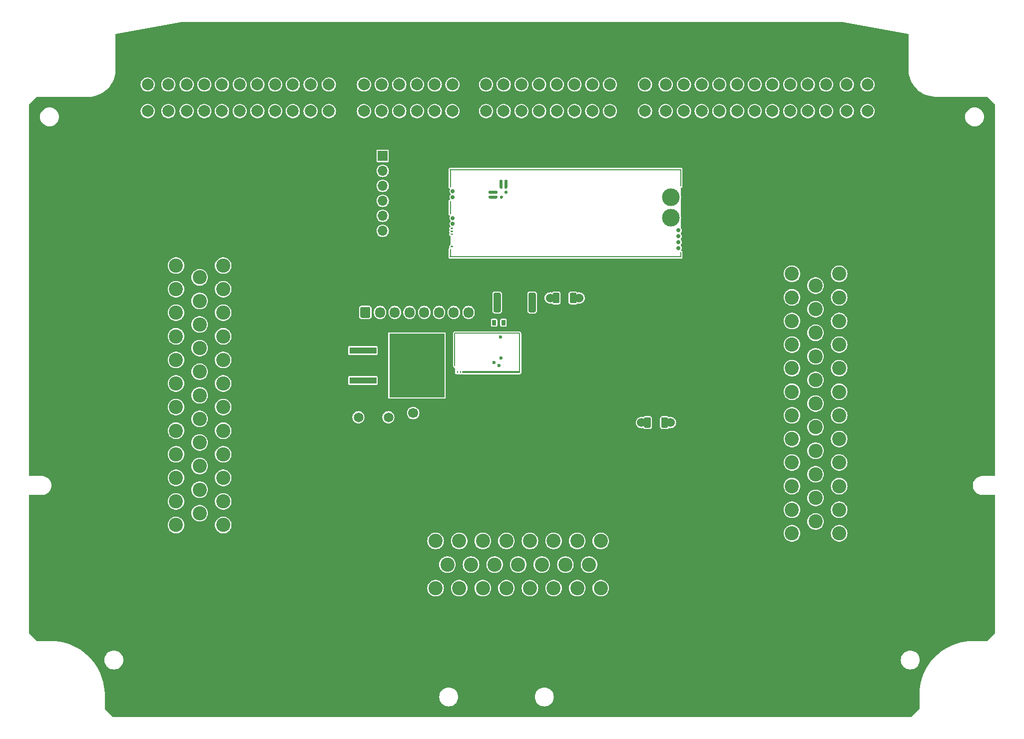
<source format=gtl>
G04 #@! TF.GenerationSoftware,KiCad,Pcbnew,7.0.10-7.0.10~ubuntu22.04.1*
G04 #@! TF.CreationDate,2024-01-11T23:20:31+00:00*
G04 #@! TF.ProjectId,test123,74657374-3132-4332-9e6b-696361645f70,a*
G04 #@! TF.SameCoordinates,Original*
G04 #@! TF.FileFunction,Copper,L1,Top*
G04 #@! TF.FilePolarity,Positive*
%FSLAX46Y46*%
G04 Gerber Fmt 4.6, Leading zero omitted, Abs format (unit mm)*
G04 Created by KiCad (PCBNEW 7.0.10-7.0.10~ubuntu22.04.1) date 2024-01-11 23:20:31*
%MOMM*%
%LPD*%
G01*
G04 APERTURE LIST*
G04 #@! TA.AperFunction,ComponentPad*
%ADD10C,1.700000*%
G04 #@! TD*
G04 #@! TA.AperFunction,SMDPad,CuDef*
%ADD11R,4.600000X1.100000*%
G04 #@! TD*
G04 #@! TA.AperFunction,SMDPad,CuDef*
%ADD12R,9.400000X10.800000*%
G04 #@! TD*
G04 #@! TA.AperFunction,ComponentPad*
%ADD13C,0.700000*%
G04 #@! TD*
G04 #@! TA.AperFunction,SMDPad,CuDef*
%ADD14C,3.000000*%
G04 #@! TD*
G04 #@! TA.AperFunction,SMDPad,CuDef*
%ADD15R,0.250000X3.100000*%
G04 #@! TD*
G04 #@! TA.AperFunction,SMDPad,CuDef*
%ADD16R,0.250000X2.250000*%
G04 #@! TD*
G04 #@! TA.AperFunction,SMDPad,CuDef*
%ADD17R,0.250000X1.450000*%
G04 #@! TD*
G04 #@! TA.AperFunction,SMDPad,CuDef*
%ADD18R,39.250000X0.250000*%
G04 #@! TD*
G04 #@! TA.AperFunction,SMDPad,CuDef*
%ADD19R,0.250000X2.950000*%
G04 #@! TD*
G04 #@! TA.AperFunction,SMDPad,CuDef*
%ADD20R,0.250000X0.950000*%
G04 #@! TD*
G04 #@! TA.AperFunction,SMDPad,CuDef*
%ADD21O,0.200000X5.669999*%
G04 #@! TD*
G04 #@! TA.AperFunction,SMDPad,CuDef*
%ADD22O,11.100001X0.200000*%
G04 #@! TD*
G04 #@! TA.AperFunction,SMDPad,CuDef*
%ADD23O,9.800001X0.399999*%
G04 #@! TD*
G04 #@! TA.AperFunction,SMDPad,CuDef*
%ADD24O,0.499999X0.250000*%
G04 #@! TD*
G04 #@! TA.AperFunction,SMDPad,CuDef*
%ADD25O,0.200000X6.799999*%
G04 #@! TD*
G04 #@! TA.AperFunction,SMDPad,CuDef*
%ADD26O,0.250000X0.499999*%
G04 #@! TD*
G04 #@! TA.AperFunction,ComponentPad*
%ADD27C,0.599999*%
G04 #@! TD*
G04 #@! TA.AperFunction,ComponentPad*
%ADD28C,2.000000*%
G04 #@! TD*
G04 #@! TA.AperFunction,ComponentPad*
%ADD29R,1.700000X1.700000*%
G04 #@! TD*
G04 #@! TA.AperFunction,ComponentPad*
%ADD30O,1.700000X1.700000*%
G04 #@! TD*
G04 #@! TA.AperFunction,ComponentPad*
%ADD31C,1.650000*%
G04 #@! TD*
G04 #@! TA.AperFunction,ComponentPad*
%ADD32C,2.400000*%
G04 #@! TD*
G04 #@! TA.AperFunction,ComponentPad*
%ADD33O,1.700000X1.850000*%
G04 #@! TD*
G04 #@! TA.AperFunction,ComponentPad*
%ADD34C,1.524000*%
G04 #@! TD*
G04 APERTURE END LIST*
D10*
G04 #@! TO.P,P1,1,Pin_1*
G04 #@! TO.N,N/C*
X106698400Y76891600D03*
G04 #@! TD*
G04 #@! TO.P,R1,1*
G04 #@! TO.N,Net-(Q1-Pad1)*
G04 #@! TA.AperFunction,SMDPad,CuDef*
G36*
G01*
X120058400Y91825005D02*
X120058400Y92605005D01*
G75*
G02*
X120128400Y92675005I70000J0D01*
G01*
X120688400Y92675005D01*
G75*
G02*
X120758400Y92605005I0J-70000D01*
G01*
X120758400Y91825005D01*
G75*
G02*
X120688400Y91755005I-70000J0D01*
G01*
X120128400Y91755005D01*
G75*
G02*
X120058400Y91825005I0J70000D01*
G01*
G37*
G04 #@! TD.AperFunction*
G04 #@! TO.P,R1,2*
G04 #@! TO.N,/GATE_IGN1*
G04 #@! TA.AperFunction,SMDPad,CuDef*
G36*
G01*
X121658400Y91825005D02*
X121658400Y92605005D01*
G75*
G02*
X121728400Y92675005I70000J0D01*
G01*
X122288400Y92675005D01*
G75*
G02*
X122358400Y92605005I0J-70000D01*
G01*
X122358400Y91825005D01*
G75*
G02*
X122288400Y91755005I-70000J0D01*
G01*
X121728400Y91755005D01*
G75*
G02*
X121658400Y91825005I0J70000D01*
G01*
G37*
G04 #@! TD.AperFunction*
G04 #@! TD*
G04 #@! TO.P,R2,1*
G04 #@! TO.N,/GATE_IGN1*
G04 #@! TA.AperFunction,SMDPad,CuDef*
G36*
G01*
X120328400Y94211600D02*
X120328400Y97061600D01*
G75*
G02*
X120578400Y97311600I250000J0D01*
G01*
X121303400Y97311600D01*
G75*
G02*
X121553400Y97061600I0J-250000D01*
G01*
X121553400Y94211600D01*
G75*
G02*
X121303400Y93961600I-250000J0D01*
G01*
X120578400Y93961600D01*
G75*
G02*
X120328400Y94211600I0J250000D01*
G01*
G37*
G04 #@! TD.AperFunction*
G04 #@! TO.P,R2,2*
G04 #@! TO.N,/OUT_IGN1*
G04 #@! TA.AperFunction,SMDPad,CuDef*
G36*
G01*
X126253400Y94211600D02*
X126253400Y97061600D01*
G75*
G02*
X126503400Y97311600I250000J0D01*
G01*
X127228400Y97311600D01*
G75*
G02*
X127478400Y97061600I0J-250000D01*
G01*
X127478400Y94211600D01*
G75*
G02*
X127228400Y93961600I-250000J0D01*
G01*
X126503400Y93961600D01*
G75*
G02*
X126253400Y94211600I0J250000D01*
G01*
G37*
G04 #@! TD.AperFunction*
G04 #@! TD*
D11*
G04 #@! TO.P,Q1,1,G*
G04 #@! TO.N,Net-(Q1-Pad1)*
X98178400Y87496600D03*
D12*
G04 #@! TO.P,Q1,2,C*
G04 #@! TO.N,/OUT_IGN1*
X107328400Y84956600D03*
D11*
G04 #@! TO.P,Q1,3,E*
G04 #@! TO.N,GND*
X98178400Y82416600D03*
G04 #@! TD*
D13*
G04 #@! TO.P,M1,E1,LSU_Un*
G04 #@! TO.N,/WBO_Vs*
X151660200Y104867400D03*
G04 #@! TO.P,M1,E2,LSU_Vm*
G04 #@! TO.N,/WBO_Vs{slash}Ip*
X151660200Y105867400D03*
G04 #@! TO.P,M1,E3,LSU_Ip*
G04 #@! TO.N,/WBO_Ip*
X151660200Y106867400D03*
G04 #@! TO.P,M1,E4,LSU_Rtrim*
G04 #@! TO.N,/WBO_R_Trim*
X151660200Y107867400D03*
D14*
G04 #@! TO.P,M1,E5,LSU_H+*
G04 #@! TO.N,/WBO_H-*
X150410200Y110017400D03*
G04 #@! TO.P,M1,E6,LSU_H-*
G04 #@! TO.N,GND*
X150410200Y113517400D03*
D15*
G04 #@! TO.P,M1,G,GND*
X113035200Y116717400D03*
D16*
X113035200Y111742400D03*
D17*
X113035200Y103992400D03*
D18*
X132535200Y118142400D03*
X132535200Y103392400D03*
D19*
X152035200Y116792400D03*
D20*
X152035200Y103742400D03*
G04 #@! TO.P,M1,J1,SEL1*
G04 #@! TO.N,Net-(M1-PadJ1)*
G04 #@! TA.AperFunction,SMDPad,CuDef*
G36*
G01*
X122660200Y116317400D02*
X122660200Y115067400D01*
G75*
G02*
X122535200Y114942400I-125000J0D01*
G01*
X122285200Y114942400D01*
G75*
G02*
X122160200Y115067400I0J125000D01*
G01*
X122160200Y116317400D01*
G75*
G02*
X122285200Y116442400I125000J0D01*
G01*
X122535200Y116442400D01*
G75*
G02*
X122660200Y116317400I0J-125000D01*
G01*
G37*
G04 #@! TD.AperFunction*
G04 #@! TO.P,M1,J2,SEL2*
G04 #@! TO.N,N/C*
G04 #@! TA.AperFunction,SMDPad,CuDef*
G36*
G01*
X120985200Y113642400D02*
X120985200Y113392400D01*
G75*
G02*
X120860200Y113267400I-125000J0D01*
G01*
X119610200Y113267400D01*
G75*
G02*
X119485200Y113392400I0J125000D01*
G01*
X119485200Y113642400D01*
G75*
G02*
X119610200Y113767400I125000J0D01*
G01*
X120860200Y113767400D01*
G75*
G02*
X120985200Y113642400I0J-125000D01*
G01*
G37*
G04 #@! TD.AperFunction*
G04 #@! TO.P,M1,J_GND1,PULL_DOWN1*
G04 #@! TO.N,Net-(M1-PadJ1)*
G04 #@! TA.AperFunction,SMDPad,CuDef*
G36*
G01*
X121860200Y116317400D02*
X121860200Y115067400D01*
G75*
G02*
X121735200Y114942400I-125000J0D01*
G01*
X121485200Y114942400D01*
G75*
G02*
X121360200Y115067400I0J125000D01*
G01*
X121360200Y116317400D01*
G75*
G02*
X121485200Y116442400I125000J0D01*
G01*
X121735200Y116442400D01*
G75*
G02*
X121860200Y116317400I0J-125000D01*
G01*
G37*
G04 #@! TD.AperFunction*
G04 #@! TO.P,M1,J_GND2,PULL_DOWN2*
G04 #@! TO.N,N/C*
G04 #@! TA.AperFunction,SMDPad,CuDef*
G36*
G01*
X121535200Y113767400D02*
X121785200Y113767400D01*
G75*
G02*
X121910200Y113642400I0J-125000D01*
G01*
X121910200Y113392400D01*
G75*
G02*
X121785200Y113267400I-125000J0D01*
G01*
X121535200Y113267400D01*
G75*
G02*
X121410200Y113392400I0J125000D01*
G01*
X121410200Y113642400D01*
G75*
G02*
X121535200Y113767400I125000J0D01*
G01*
G37*
G04 #@! TD.AperFunction*
G04 #@! TO.P,M1,J_VCC1,PULL_UP1*
G04 #@! TA.AperFunction,SMDPad,CuDef*
G36*
G01*
X122660200Y114442400D02*
X122660200Y114192400D01*
G75*
G02*
X122535200Y114067400I-125000J0D01*
G01*
X122285200Y114067400D01*
G75*
G02*
X122160200Y114192400I0J125000D01*
G01*
X122160200Y114442400D01*
G75*
G02*
X122285200Y114567400I125000J0D01*
G01*
X122535200Y114567400D01*
G75*
G02*
X122660200Y114442400I0J-125000D01*
G01*
G37*
G04 #@! TD.AperFunction*
G04 #@! TO.P,M1,J_VCC2,PULL_UP2*
G04 #@! TA.AperFunction,SMDPad,CuDef*
G36*
G01*
X120985200Y114442400D02*
X120985200Y114192400D01*
G75*
G02*
X120860200Y114067400I-125000J0D01*
G01*
X119610200Y114067400D01*
G75*
G02*
X119485200Y114192400I0J125000D01*
G01*
X119485200Y114442400D01*
G75*
G02*
X119610200Y114567400I125000J0D01*
G01*
X120860200Y114567400D01*
G75*
G02*
X120985200Y114442400I0J-125000D01*
G01*
G37*
G04 #@! TD.AperFunction*
D13*
G04 #@! TO.P,M1,W1,V5_IN*
G04 #@! TO.N,/5V_SENSOR_2*
X113410200Y114517400D03*
G04 #@! TO.P,M1,W2,CAN_VIO*
G04 #@! TO.N,Net-(M1-PadW2)*
X113410200Y113517400D03*
G04 #@! TO.P,M1,W3,CAN_RX*
G04 #@! TO.N,Net-(M1-PadW3)*
X113410200Y109967400D03*
G04 #@! TO.P,M1,W4,CAN_TX*
G04 #@! TO.N,Net-(M1-PadW4)*
X113410200Y108967400D03*
G04 #@! TO.P,M1,W5,nReset*
G04 #@! TO.N,Net-(J3-Pad5)*
G04 #@! TA.AperFunction,SMDPad,CuDef*
G36*
G01*
X113010200Y108217400D02*
X113010200Y108217400D01*
G75*
G02*
X113135200Y108342400I125000J0D01*
G01*
X113385200Y108342400D01*
G75*
G02*
X113510200Y108217400I0J-125000D01*
G01*
X113510200Y108217400D01*
G75*
G02*
X113385200Y108092400I-125000J0D01*
G01*
X113135200Y108092400D01*
G75*
G02*
X113010200Y108217400I0J125000D01*
G01*
G37*
G04 #@! TD.AperFunction*
G04 #@! TO.P,M1,W6,SWDIO*
G04 #@! TO.N,Net-(J3-Pad4)*
G04 #@! TA.AperFunction,SMDPad,CuDef*
G36*
G01*
X113010200Y107717400D02*
X113010200Y107717400D01*
G75*
G02*
X113135200Y107842400I125000J0D01*
G01*
X113385200Y107842400D01*
G75*
G02*
X113510200Y107717400I0J-125000D01*
G01*
X113510200Y107717400D01*
G75*
G02*
X113385200Y107592400I-125000J0D01*
G01*
X113135200Y107592400D01*
G75*
G02*
X113010200Y107717400I0J125000D01*
G01*
G37*
G04 #@! TD.AperFunction*
G04 #@! TO.P,M1,W7,SWCLK*
G04 #@! TO.N,Net-(J3-Pad2)*
G04 #@! TA.AperFunction,SMDPad,CuDef*
G36*
G01*
X113010200Y107217400D02*
X113010200Y107217400D01*
G75*
G02*
X113135200Y107342400I125000J0D01*
G01*
X113385200Y107342400D01*
G75*
G02*
X113510200Y107217400I0J-125000D01*
G01*
X113510200Y107217400D01*
G75*
G02*
X113385200Y107092400I-125000J0D01*
G01*
X113135200Y107092400D01*
G75*
G02*
X113010200Y107217400I0J125000D01*
G01*
G37*
G04 #@! TD.AperFunction*
G04 #@! TO.P,M1,W8,V33_OUT*
G04 #@! TO.N,Net-(J3-Pad1)*
G04 #@! TA.AperFunction,SMDPad,CuDef*
G36*
G01*
X113010200Y105117400D02*
X113010200Y105117400D01*
G75*
G02*
X113135200Y105242400I125000J0D01*
G01*
X113385200Y105242400D01*
G75*
G02*
X113510200Y105117400I0J-125000D01*
G01*
X113510200Y105117400D01*
G75*
G02*
X113385200Y104992400I-125000J0D01*
G01*
X113135200Y104992400D01*
G75*
G02*
X113010200Y105117400I0J125000D01*
G01*
G37*
G04 #@! TD.AperFunction*
G04 #@! TD*
D21*
G04 #@! TO.P,M2,E1,GND*
G04 #@! TO.N,GND*
X113748397Y87682426D03*
D22*
X119223398Y90419926D03*
D23*
X119923399Y83819929D03*
D24*
X124548393Y83819929D03*
D25*
X124723397Y87082427D03*
D26*
G04 #@! TO.P,M2,S1,CANL*
G04 #@! TO.N,N/C*
X114198399Y83869927D03*
G04 #@! TO.P,M2,S2,CANH*
X114698400Y83869927D03*
D27*
G04 #@! TO.P,M2,V1,V5*
G04 #@! TO.N,/5V_SENSOR_2*
X121248397Y84919925D03*
G04 #@! TO.P,M2,V2,CAN_VIO*
G04 #@! TO.N,Net-(M1-PadW2)*
X120373395Y85444925D03*
G04 #@! TO.P,M2,V5,CAN_TX*
G04 #@! TO.N,Net-(M1-PadW4)*
X121548399Y86194923D03*
G04 #@! TO.P,M2,V6,CAN_RX*
G04 #@! TO.N,Net-(M1-PadW3)*
X121473396Y89744924D03*
G04 #@! TD*
D28*
G04 #@! TO.P,J1,A1*
G04 #@! TO.N,unconnected-(J1-PadA1)*
X183700000Y128100000D03*
G04 #@! TO.P,J1,A2*
G04 #@! TO.N,unconnected-(J1-PadA2)*
X183700000Y132600000D03*
G04 #@! TO.P,J1,A3*
G04 #@! TO.N,unconnected-(J1-PadA3)*
X180200000Y128100000D03*
G04 #@! TO.P,J1,A4*
G04 #@! TO.N,unconnected-(J1-PadA4)*
X180200000Y132600000D03*
G04 #@! TO.P,J1,A5*
G04 #@! TO.N,unconnected-(J1-PadA5)*
X176700000Y128100000D03*
G04 #@! TO.P,J1,A6*
G04 #@! TO.N,unconnected-(J1-PadA6)*
X176700000Y132600000D03*
G04 #@! TO.P,J1,A7*
G04 #@! TO.N,unconnected-(J1-PadA7)*
X173600000Y128100000D03*
G04 #@! TO.P,J1,A8*
G04 #@! TO.N,unconnected-(J1-PadA8)*
X173600000Y132600000D03*
G04 #@! TO.P,J1,A9*
G04 #@! TO.N,unconnected-(J1-PadA9)*
X170600000Y128100000D03*
G04 #@! TO.P,J1,A10*
G04 #@! TO.N,unconnected-(J1-PadA10)*
X170600000Y132600000D03*
G04 #@! TO.P,J1,A11*
G04 #@! TO.N,unconnected-(J1-PadA11)*
X167600000Y128100000D03*
G04 #@! TO.P,J1,A12*
G04 #@! TO.N,unconnected-(J1-PadA12)*
X167600000Y132600000D03*
G04 #@! TO.P,J1,A13*
G04 #@! TO.N,unconnected-(J1-PadA13)*
X164600000Y128100000D03*
G04 #@! TO.P,J1,A14*
G04 #@! TO.N,unconnected-(J1-PadA14)*
X164600000Y132600000D03*
G04 #@! TO.P,J1,A15*
G04 #@! TO.N,unconnected-(J1-PadA15)*
X161600000Y128100000D03*
G04 #@! TO.P,J1,A16*
G04 #@! TO.N,unconnected-(J1-PadA16)*
X161600000Y132600000D03*
G04 #@! TO.P,J1,A17*
G04 #@! TO.N,unconnected-(J1-PadA17)*
X158600000Y128100000D03*
G04 #@! TO.P,J1,A18*
G04 #@! TO.N,unconnected-(J1-PadA18)*
X158600000Y132600000D03*
G04 #@! TO.P,J1,A19*
G04 #@! TO.N,unconnected-(J1-PadA19)*
X155600000Y128100000D03*
G04 #@! TO.P,J1,A20*
G04 #@! TO.N,unconnected-(J1-PadA20)*
X155600000Y132600000D03*
G04 #@! TO.P,J1,A21*
G04 #@! TO.N,unconnected-(J1-PadA21)*
X152600000Y128100000D03*
G04 #@! TO.P,J1,A22*
G04 #@! TO.N,unconnected-(J1-PadA22)*
X152600000Y132600000D03*
G04 #@! TO.P,J1,A23*
G04 #@! TO.N,unconnected-(J1-PadA23)*
X149500000Y128100000D03*
G04 #@! TO.P,J1,A24*
G04 #@! TO.N,unconnected-(J1-PadA24)*
X149500000Y132600000D03*
G04 #@! TO.P,J1,A25*
G04 #@! TO.N,unconnected-(J1-PadA25)*
X146000000Y128100000D03*
G04 #@! TO.P,J1,A26*
G04 #@! TO.N,unconnected-(J1-PadA26)*
X146000000Y132600000D03*
G04 #@! TO.P,J1,B1*
G04 #@! TO.N,unconnected-(J1-PadB1)*
X140050000Y128100000D03*
G04 #@! TO.P,J1,B2*
G04 #@! TO.N,unconnected-(J1-PadB2)*
X140050000Y132600000D03*
G04 #@! TO.P,J1,B3*
G04 #@! TO.N,unconnected-(J1-PadB3)*
X137050000Y128100000D03*
G04 #@! TO.P,J1,B4*
G04 #@! TO.N,unconnected-(J1-PadB4)*
X137050000Y132600000D03*
G04 #@! TO.P,J1,B5*
G04 #@! TO.N,unconnected-(J1-PadB5)*
X134050000Y128100000D03*
G04 #@! TO.P,J1,B6*
G04 #@! TO.N,unconnected-(J1-PadB6)*
X134050000Y132600000D03*
G04 #@! TO.P,J1,B7*
G04 #@! TO.N,unconnected-(J1-PadB7)*
X131050000Y128100000D03*
G04 #@! TO.P,J1,B8*
G04 #@! TO.N,unconnected-(J1-PadB8)*
X131050000Y132600000D03*
G04 #@! TO.P,J1,B9*
G04 #@! TO.N,unconnected-(J1-PadB9)*
X128050000Y128100000D03*
G04 #@! TO.P,J1,B10*
G04 #@! TO.N,unconnected-(J1-PadB10)*
X128050000Y132600000D03*
G04 #@! TO.P,J1,B11*
G04 #@! TO.N,unconnected-(J1-PadB11)*
X125050000Y128100000D03*
G04 #@! TO.P,J1,B12*
G04 #@! TO.N,unconnected-(J1-PadB12)*
X125050000Y132600000D03*
G04 #@! TO.P,J1,B13*
G04 #@! TO.N,unconnected-(J1-PadB13)*
X122050000Y128100000D03*
G04 #@! TO.P,J1,B14*
G04 #@! TO.N,unconnected-(J1-PadB14)*
X122050000Y132600000D03*
G04 #@! TO.P,J1,B15*
G04 #@! TO.N,unconnected-(J1-PadB15)*
X119050000Y128100000D03*
G04 #@! TO.P,J1,B16*
G04 #@! TO.N,unconnected-(J1-PadB16)*
X119050000Y132600000D03*
G04 #@! TO.P,J1,C1*
G04 #@! TO.N,unconnected-(J1-PadC1)*
X113350000Y128100000D03*
G04 #@! TO.P,J1,C2*
G04 #@! TO.N,unconnected-(J1-PadC2)*
X113350000Y132600000D03*
G04 #@! TO.P,J1,C3*
G04 #@! TO.N,unconnected-(J1-PadC3)*
X110350000Y128100000D03*
G04 #@! TO.P,J1,C4*
G04 #@! TO.N,unconnected-(J1-PadC4)*
X110350000Y132600000D03*
G04 #@! TO.P,J1,C5*
G04 #@! TO.N,unconnected-(J1-PadC5)*
X107350000Y128100000D03*
G04 #@! TO.P,J1,C6*
G04 #@! TO.N,unconnected-(J1-PadC6)*
X107350000Y132600000D03*
G04 #@! TO.P,J1,C7*
G04 #@! TO.N,unconnected-(J1-PadC7)*
X104350000Y128100000D03*
G04 #@! TO.P,J1,C8*
G04 #@! TO.N,unconnected-(J1-PadC8)*
X104350000Y132600000D03*
G04 #@! TO.P,J1,C9*
G04 #@! TO.N,unconnected-(J1-PadC9)*
X101350000Y128100000D03*
G04 #@! TO.P,J1,C10*
G04 #@! TO.N,unconnected-(J1-PadC10)*
X101350000Y132600000D03*
G04 #@! TO.P,J1,C11*
G04 #@! TO.N,unconnected-(J1-PadC11)*
X98350000Y128100000D03*
G04 #@! TO.P,J1,C12*
G04 #@! TO.N,unconnected-(J1-PadC12)*
X98350000Y132600000D03*
G04 #@! TO.P,J1,D1*
G04 #@! TO.N,unconnected-(J1-PadD1)*
X92400000Y128100000D03*
G04 #@! TO.P,J1,D2*
G04 #@! TO.N,unconnected-(J1-PadD2)*
X92400000Y132600000D03*
G04 #@! TO.P,J1,D3*
G04 #@! TO.N,unconnected-(J1-PadD3)*
X89300000Y128100000D03*
G04 #@! TO.P,J1,D4*
G04 #@! TO.N,unconnected-(J1-PadD4)*
X89300000Y132600000D03*
G04 #@! TO.P,J1,D5*
G04 #@! TO.N,unconnected-(J1-PadD5)*
X86300000Y128100000D03*
G04 #@! TO.P,J1,D6*
G04 #@! TO.N,unconnected-(J1-PadD6)*
X86300000Y132600000D03*
G04 #@! TO.P,J1,D7*
G04 #@! TO.N,unconnected-(J1-PadD7)*
X83300000Y128100000D03*
G04 #@! TO.P,J1,D8*
G04 #@! TO.N,unconnected-(J1-PadD8)*
X83300000Y132600000D03*
G04 #@! TO.P,J1,D9*
G04 #@! TO.N,unconnected-(J1-PadD9)*
X80300000Y128100000D03*
G04 #@! TO.P,J1,D10*
G04 #@! TO.N,unconnected-(J1-PadD10)*
X80300000Y132600000D03*
G04 #@! TO.P,J1,D11*
G04 #@! TO.N,unconnected-(J1-PadD11)*
X77300000Y128100000D03*
G04 #@! TO.P,J1,D12*
G04 #@! TO.N,unconnected-(J1-PadD12)*
X77300000Y132600000D03*
G04 #@! TO.P,J1,D13*
G04 #@! TO.N,unconnected-(J1-PadD13)*
X74300000Y128100000D03*
G04 #@! TO.P,J1,D14*
G04 #@! TO.N,unconnected-(J1-PadD14)*
X74300000Y132600000D03*
G04 #@! TO.P,J1,D15*
G04 #@! TO.N,unconnected-(J1-PadD15)*
X71300000Y128100000D03*
G04 #@! TO.P,J1,D16*
G04 #@! TO.N,unconnected-(J1-PadD16)*
X71300000Y132600000D03*
G04 #@! TO.P,J1,D17*
G04 #@! TO.N,unconnected-(J1-PadD17)*
X68300000Y128100000D03*
G04 #@! TO.P,J1,D18*
G04 #@! TO.N,unconnected-(J1-PadD18)*
X68300000Y132600000D03*
G04 #@! TO.P,J1,D19*
G04 #@! TO.N,unconnected-(J1-PadD19)*
X65200000Y128100000D03*
G04 #@! TO.P,J1,D20*
G04 #@! TO.N,unconnected-(J1-PadD20)*
X65200000Y132600000D03*
G04 #@! TO.P,J1,D21*
G04 #@! TO.N,unconnected-(J1-PadD21)*
X61700000Y128100000D03*
G04 #@! TO.P,J1,D22*
G04 #@! TO.N,unconnected-(J1-PadD22)*
X61700000Y132600000D03*
G04 #@! TD*
D29*
G04 #@! TO.P,J3,1,Pin_1*
G04 #@! TO.N,Net-(J3-Pad1)*
X101523800Y120497600D03*
D30*
G04 #@! TO.P,J3,2,Pin_2*
G04 #@! TO.N,Net-(J3-Pad2)*
X101523800Y117957600D03*
G04 #@! TO.P,J3,3,Pin_3*
G04 #@! TO.N,GND*
X101523800Y115417600D03*
G04 #@! TO.P,J3,4,Pin_4*
G04 #@! TO.N,Net-(J3-Pad4)*
X101523800Y112877600D03*
G04 #@! TO.P,J3,5,Pin_5*
G04 #@! TO.N,Net-(J3-Pad5)*
X101523800Y110337600D03*
G04 #@! TO.P,J3,6,Pin_6*
G04 #@! TO.N,N/C*
X101523800Y107797600D03*
G04 #@! TD*
D31*
G04 #@! TO.P,F3,1,1*
G04 #@! TO.N,N/C*
X97418400Y76181600D03*
G04 #@! TO.P,F3,2,2*
G04 #@! TO.N,/OUT_IGN1*
X102498400Y76181600D03*
G04 #@! TD*
D32*
G04 #@! TO.P,J5,1,Pin_1*
G04 #@! TO.N,GND*
X74500000Y101900000D03*
G04 #@! TO.P,J5,2,Pin_2*
X74500000Y97900000D03*
G04 #@! TO.P,J5,3,Pin_3*
X74500000Y93900000D03*
G04 #@! TO.P,J5,4,Pin_4*
X74500000Y89900000D03*
G04 #@! TO.P,J5,5,Pin_5*
X74500000Y85900000D03*
G04 #@! TO.P,J5,6,Pin_6*
X74500000Y81900000D03*
G04 #@! TO.P,J5,7,Pin_7*
X74500000Y77900000D03*
G04 #@! TO.P,J5,8,Pin_8*
X74500000Y73900000D03*
G04 #@! TO.P,J5,9,Pin_9*
G04 #@! TO.N,/5V_SENSOR_1*
X74500000Y69900000D03*
G04 #@! TO.P,J5,10,Pin_10*
G04 #@! TO.N,/5V_SENSOR_2*
X74500000Y65900000D03*
G04 #@! TO.P,J5,11,Pin_11*
G04 #@! TO.N,/12V_PROT*
X74500000Y61900000D03*
G04 #@! TO.P,J5,12,Pin_12*
X74500000Y57900000D03*
G04 #@! TO.P,J5,13,Pin_13*
G04 #@! TO.N,N/C*
X70500000Y99900000D03*
G04 #@! TO.P,J5,14,Pin_14*
X70500000Y95900000D03*
G04 #@! TO.P,J5,15,Pin_15*
X70500000Y91900000D03*
G04 #@! TO.P,J5,16,Pin_16*
X70500000Y87900000D03*
G04 #@! TO.P,J5,17,Pin_17*
X70500000Y83900000D03*
G04 #@! TO.P,J5,18,Pin_18*
X70500000Y79900000D03*
G04 #@! TO.P,J5,19,Pin_19*
X70500000Y75900000D03*
G04 #@! TO.P,J5,20,Pin_20*
X70500000Y71900000D03*
G04 #@! TO.P,J5,21,Pin_21*
G04 #@! TO.N,/5V_SENSOR_1*
X70500000Y67900000D03*
G04 #@! TO.P,J5,22,Pin_22*
G04 #@! TO.N,/5V_SENSOR_2*
X70500000Y63900000D03*
G04 #@! TO.P,J5,23,Pin_23*
G04 #@! TO.N,GND*
X70500000Y59900000D03*
G04 #@! TO.P,J5,24,Pin_24*
G04 #@! TO.N,N/C*
X66500000Y101900000D03*
G04 #@! TO.P,J5,25,Pin_25*
X66500000Y97900000D03*
G04 #@! TO.P,J5,26,Pin_26*
X66500000Y93900000D03*
G04 #@! TO.P,J5,27,Pin_27*
X66500000Y89900000D03*
G04 #@! TO.P,J5,28,Pin_28*
X66500000Y85900000D03*
G04 #@! TO.P,J5,29,Pin_29*
G04 #@! TO.N,GND*
X66500000Y81900000D03*
G04 #@! TO.P,J5,30,Pin_30*
G04 #@! TO.N,N/C*
X66500000Y77900000D03*
G04 #@! TO.P,J5,31,Pin_31*
X66500000Y73900000D03*
G04 #@! TO.P,J5,32,Pin_32*
G04 #@! TO.N,/5V_SENSOR_1*
X66500000Y69900000D03*
G04 #@! TO.P,J5,33,Pin_33*
G04 #@! TO.N,/5V_SENSOR_2*
X66500000Y65900000D03*
G04 #@! TO.P,J5,34,Pin_34*
G04 #@! TO.N,N/C*
X66500000Y61900000D03*
G04 #@! TO.P,J5,35,Pin_35*
X66500000Y57900000D03*
G04 #@! TD*
G04 #@! TO.P,J2,1,Pin_1*
G04 #@! TO.N,GND*
G04 #@! TA.AperFunction,ComponentPad*
G36*
G01*
X97733400Y93281500D02*
X97733400Y94631700D01*
G75*
G02*
X97983300Y94881600I249900J0D01*
G01*
X99183500Y94881600D01*
G75*
G02*
X99433400Y94631700I0J-249900D01*
G01*
X99433400Y93281500D01*
G75*
G02*
X99183500Y93031600I-249900J0D01*
G01*
X97983300Y93031600D01*
G75*
G02*
X97733400Y93281500I0J249900D01*
G01*
G37*
G04 #@! TD.AperFunction*
D33*
G04 #@! TO.P,J2,2,Pin_2*
X101083400Y93956600D03*
G04 #@! TO.P,J2,3,Pin_3*
G04 #@! TO.N,/WBO_H-*
X103583400Y93956600D03*
G04 #@! TO.P,J2,4,Pin_4*
X106083400Y93956600D03*
G04 #@! TO.P,J2,5,Pin_5*
G04 #@! TO.N,/WBO_R_Trim*
X108583400Y93956600D03*
G04 #@! TO.P,J2,6,Pin_6*
G04 #@! TO.N,/WBO_Ip*
X111083400Y93956600D03*
G04 #@! TO.P,J2,7,Pin_7*
G04 #@! TO.N,/WBO_Vs{slash}Ip*
X113583400Y93956600D03*
G04 #@! TO.P,J2,8,Pin_8*
G04 #@! TO.N,/WBO_Vs*
X116083400Y93956600D03*
G04 #@! TD*
D32*
G04 #@! TO.P,J6,1,Pin_1*
G04 #@! TO.N,N/C*
X110500000Y55200000D03*
G04 #@! TO.P,J6,2,Pin_2*
X114500000Y55200000D03*
G04 #@! TO.P,J6,3,Pin_3*
X118500000Y55200000D03*
G04 #@! TO.P,J6,4,Pin_4*
X122500000Y55200000D03*
G04 #@! TO.P,J6,5,Pin_5*
X126500000Y55200000D03*
G04 #@! TO.P,J6,6,Pin_6*
X130500000Y55200000D03*
G04 #@! TO.P,J6,7,Pin_7*
X134500000Y55200000D03*
G04 #@! TO.P,J6,8,Pin_8*
X138500000Y55200000D03*
G04 #@! TO.P,J6,9,Pin_9*
X112500000Y51200000D03*
G04 #@! TO.P,J6,10,Pin_10*
X116500000Y51200000D03*
G04 #@! TO.P,J6,11,Pin_11*
X120500000Y51200000D03*
G04 #@! TO.P,J6,12,Pin_12*
X124500000Y51200000D03*
G04 #@! TO.P,J6,13,Pin_13*
X128500000Y51200000D03*
G04 #@! TO.P,J6,14,Pin_14*
G04 #@! TO.N,GND*
X132500000Y51200000D03*
G04 #@! TO.P,J6,15,Pin_15*
G04 #@! TO.N,N/C*
X136500000Y51200000D03*
G04 #@! TO.P,J6,16,Pin_16*
X110500000Y47200000D03*
G04 #@! TO.P,J6,17,Pin_17*
X114500000Y47200000D03*
G04 #@! TO.P,J6,18,Pin_18*
X118500000Y47200000D03*
G04 #@! TO.P,J6,19,Pin_19*
G04 #@! TO.N,GND*
X122500000Y47200000D03*
G04 #@! TO.P,J6,20,Pin_20*
X126500000Y47200000D03*
G04 #@! TO.P,J6,21,Pin_21*
G04 #@! TO.N,N/C*
X130500000Y47200000D03*
G04 #@! TO.P,J6,22,Pin_22*
X134500000Y47200000D03*
G04 #@! TO.P,J6,23,Pin_23*
G04 #@! TO.N,/12V_MR*
X138500000Y47200000D03*
G04 #@! TD*
G04 #@! TO.P,J4,1,Pin_1*
G04 #@! TO.N,N/C*
X170900000Y56500000D03*
G04 #@! TO.P,J4,2,Pin_2*
X170900000Y60500000D03*
G04 #@! TO.P,J4,3,Pin_3*
X170900000Y64500000D03*
G04 #@! TO.P,J4,4,Pin_4*
X170900000Y68500000D03*
G04 #@! TO.P,J4,5,Pin_5*
X170900000Y72500000D03*
G04 #@! TO.P,J4,6,Pin_6*
X170900000Y76500000D03*
G04 #@! TO.P,J4,7,Pin_7*
X170900000Y80500000D03*
G04 #@! TO.P,J4,8,Pin_8*
X170900000Y84500000D03*
G04 #@! TO.P,J4,9,Pin_9*
X170900000Y88500000D03*
G04 #@! TO.P,J4,10,Pin_10*
X170900000Y92500000D03*
G04 #@! TO.P,J4,11,Pin_11*
X170900000Y96500000D03*
G04 #@! TO.P,J4,12,Pin_12*
X170900000Y100500000D03*
G04 #@! TO.P,J4,13,Pin_13*
X174900000Y58500000D03*
G04 #@! TO.P,J4,14,Pin_14*
X174900000Y62500000D03*
G04 #@! TO.P,J4,15,Pin_15*
X174900000Y66500000D03*
G04 #@! TO.P,J4,16,Pin_16*
X174900000Y70500000D03*
G04 #@! TO.P,J4,17,Pin_17*
G04 #@! TO.N,GND*
X174900000Y74500000D03*
G04 #@! TO.P,J4,18,Pin_18*
X174900000Y78500000D03*
G04 #@! TO.P,J4,19,Pin_19*
G04 #@! TO.N,N/C*
X174900000Y82500000D03*
G04 #@! TO.P,J4,20,Pin_20*
X174900000Y86500000D03*
G04 #@! TO.P,J4,21,Pin_21*
X174900000Y90500000D03*
G04 #@! TO.P,J4,22,Pin_22*
X174900000Y94500000D03*
G04 #@! TO.P,J4,23,Pin_23*
X174900000Y98500000D03*
G04 #@! TO.P,J4,24,Pin_24*
G04 #@! TO.N,GND*
X178900000Y56500000D03*
G04 #@! TO.P,J4,25,Pin_25*
G04 #@! TO.N,N/C*
X178900000Y60500000D03*
G04 #@! TO.P,J4,26,Pin_26*
X178900000Y64500000D03*
G04 #@! TO.P,J4,27,Pin_27*
X178900000Y68500000D03*
G04 #@! TO.P,J4,28,Pin_28*
X178900000Y72500000D03*
G04 #@! TO.P,J4,29,Pin_29*
X178900000Y76500000D03*
G04 #@! TO.P,J4,30,Pin_30*
X178900000Y80500000D03*
G04 #@! TO.P,J4,31,Pin_31*
X178900000Y84500000D03*
G04 #@! TO.P,J4,32,Pin_32*
X178900000Y88500000D03*
G04 #@! TO.P,J4,33,Pin_33*
X178900000Y92500000D03*
G04 #@! TO.P,J4,34,Pin_34*
X178900000Y96500000D03*
G04 #@! TO.P,J4,35,Pin_35*
X178900000Y100500000D03*
G04 #@! TD*
D34*
G04 #@! TO.P,F2,1,1*
G04 #@! TO.N,unconnected-(F2-Pad1)*
X145403400Y75285600D03*
G04 #@! TA.AperFunction,SMDPad,CuDef*
G36*
G01*
X146748390Y74385600D02*
X146058390Y74385600D01*
G75*
G02*
X145828390Y74615600I0J230000D01*
G01*
X145828390Y75955600D01*
G75*
G02*
X146058390Y76185600I230000J0D01*
G01*
X146748390Y76185600D01*
G75*
G02*
X146978390Y75955600I0J-230000D01*
G01*
X146978390Y74615600D01*
G75*
G02*
X146748390Y74385600I-230000J0D01*
G01*
G37*
G04 #@! TD.AperFunction*
G04 #@! TO.P,F2,2,2*
G04 #@! TO.N,/12V_MR*
G04 #@! TA.AperFunction,SMDPad,CuDef*
G36*
G01*
X149648410Y74385600D02*
X148958410Y74385600D01*
G75*
G02*
X148728410Y74615600I0J230000D01*
G01*
X148728410Y75955600D01*
G75*
G02*
X148958410Y76185600I230000J0D01*
G01*
X149648410Y76185600D01*
G75*
G02*
X149878410Y75955600I0J-230000D01*
G01*
X149878410Y74615600D01*
G75*
G02*
X149648410Y74385600I-230000J0D01*
G01*
G37*
G04 #@! TD.AperFunction*
X150303400Y75285600D03*
G04 #@! TD*
G04 #@! TO.P,F1,1,1*
G04 #@! TO.N,unconnected-(F1-Pad1)*
X129928400Y96401600D03*
G04 #@! TA.AperFunction,SMDPad,CuDef*
G36*
G01*
X131273390Y95501600D02*
X130583390Y95501600D01*
G75*
G02*
X130353390Y95731600I0J230000D01*
G01*
X130353390Y97071600D01*
G75*
G02*
X130583390Y97301600I230000J0D01*
G01*
X131273390Y97301600D01*
G75*
G02*
X131503390Y97071600I0J-230000D01*
G01*
X131503390Y95731600D01*
G75*
G02*
X131273390Y95501600I-230000J0D01*
G01*
G37*
G04 #@! TD.AperFunction*
G04 #@! TO.P,F1,2,2*
G04 #@! TO.N,/12V_MR*
G04 #@! TA.AperFunction,SMDPad,CuDef*
G36*
G01*
X134173410Y95501600D02*
X133483410Y95501600D01*
G75*
G02*
X133253410Y95731600I0J230000D01*
G01*
X133253410Y97071600D01*
G75*
G02*
X133483410Y97301600I230000J0D01*
G01*
X134173410Y97301600D01*
G75*
G02*
X134403410Y97071600I0J-230000D01*
G01*
X134403410Y95731600D01*
G75*
G02*
X134173410Y95501600I-230000J0D01*
G01*
G37*
G04 #@! TD.AperFunction*
X134828400Y96401600D03*
G04 #@! TD*
G04 #@! TA.AperFunction,NonConductor*
G36*
X179420986Y143163132D02*
G01*
X190578943Y141195239D01*
X190632965Y141166512D01*
X190659785Y141111518D01*
X190660748Y141097744D01*
X190660748Y135096008D01*
X190659937Y135089220D01*
X190660719Y135057119D01*
X190660748Y135054711D01*
X190660748Y135038481D01*
X190661351Y135031857D01*
X190665658Y134856268D01*
X190709100Y134461680D01*
X190709101Y134461676D01*
X190709102Y134461670D01*
X190779811Y134103661D01*
X190786025Y134072202D01*
X190895856Y133690743D01*
X190895861Y133690729D01*
X191037811Y133320008D01*
X191210850Y132962729D01*
X191413718Y132621488D01*
X191413721Y132621484D01*
X191644915Y132298811D01*
X191644931Y132298790D01*
X191902793Y131996994D01*
X191902801Y131996985D01*
X192114971Y131787764D01*
X192185467Y131718248D01*
X192185469Y131718247D01*
X192490843Y131464637D01*
X192490848Y131464633D01*
X192490858Y131464625D01*
X192816760Y131237954D01*
X193160796Y131039888D01*
X193160798Y131039887D01*
X193520447Y130871875D01*
X193520457Y130871872D01*
X193520464Y130871868D01*
X193893144Y130735117D01*
X194276125Y130630631D01*
X194666618Y130559170D01*
X194728014Y130553280D01*
X195061762Y130521256D01*
X195061771Y130521256D01*
X195061781Y130521255D01*
X195236987Y130519410D01*
X195239837Y130519169D01*
X195245324Y130519167D01*
X195245326Y130519166D01*
X195260384Y130519160D01*
X195261052Y130519156D01*
X195287186Y130518886D01*
X195287187Y130518887D01*
X195297897Y130518776D01*
X195300760Y130519139D01*
X203964406Y130514681D01*
X204022585Y130495744D01*
X204034357Y130485685D01*
X205331752Y129188291D01*
X205359529Y129133774D01*
X205360748Y129118287D01*
X205360748Y66314068D01*
X205341841Y66255877D01*
X205292341Y66219913D01*
X205262032Y66215068D01*
X203336461Y66209551D01*
X203144843Y66209001D01*
X203144842Y66209001D01*
X203137195Y66208979D01*
X203137194Y66208994D01*
X203136815Y66208965D01*
X203041358Y66208967D01*
X203041356Y66208967D01*
X202804649Y66173296D01*
X202804648Y66173296D01*
X202804645Y66173296D01*
X202804644Y66173295D01*
X202741791Y66153910D01*
X202575889Y66102741D01*
X202360215Y65998884D01*
X202162414Y65864032D01*
X201986931Y65701213D01*
X201986926Y65701208D01*
X201837671Y65514053D01*
X201837668Y65514048D01*
X201717975Y65306738D01*
X201630519Y65083909D01*
X201630517Y65083905D01*
X201630517Y65083902D01*
X201619777Y65036847D01*
X201577248Y64850519D01*
X201577247Y64850513D01*
X201559358Y64611802D01*
X201559358Y64611799D01*
X201577247Y64373088D01*
X201577248Y64373082D01*
X201581079Y64356299D01*
X201630517Y64139698D01*
X201630518Y64139695D01*
X201630519Y64139692D01*
X201717975Y63916863D01*
X201837668Y63709553D01*
X201837671Y63709548D01*
X201986926Y63522393D01*
X201986930Y63522389D01*
X202162415Y63359568D01*
X202360209Y63224720D01*
X202360214Y63224718D01*
X202360215Y63224717D01*
X202433836Y63189265D01*
X202575891Y63120859D01*
X202804644Y63050305D01*
X203041358Y63014633D01*
X203161051Y63014637D01*
X205261748Y63014637D01*
X205319939Y62995730D01*
X205355903Y62946230D01*
X205360748Y62915637D01*
X205360748Y39621987D01*
X205341841Y39563796D01*
X205331752Y39551983D01*
X204034402Y38254633D01*
X203979885Y38226856D01*
X203964398Y38225637D01*
X201578180Y38225637D01*
X201577100Y38225554D01*
X201315265Y38225554D01*
X201315264Y38225554D01*
X201315255Y38225554D01*
X200839540Y38195627D01*
X200744395Y38189641D01*
X200744380Y38189640D01*
X200176944Y38117960D01*
X200176938Y38117959D01*
X199726312Y38032000D01*
X199615395Y38010842D01*
X199615054Y38010777D01*
X199061049Y37868535D01*
X198517039Y37691779D01*
X197985253Y37481233D01*
X197985226Y37481222D01*
X197467686Y37237689D01*
X196966438Y36962129D01*
X196483503Y36655652D01*
X196483489Y36655643D01*
X196020779Y36319467D01*
X196020736Y36319434D01*
X195580032Y35954858D01*
X195580029Y35954855D01*
X195163069Y35563308D01*
X194771509Y35146342D01*
X194406907Y34705618D01*
X194070711Y34242891D01*
X194070698Y34242871D01*
X193764219Y33759944D01*
X193764209Y33759927D01*
X193488647Y33258684D01*
X193245113Y32741153D01*
X193034540Y32209313D01*
X192857793Y31665349D01*
X192715536Y31111305D01*
X192715534Y31111293D01*
X192608362Y30549491D01*
X192608357Y30549458D01*
X192536669Y29982009D01*
X192536666Y29981983D01*
X192500748Y29411121D01*
X192500748Y26761987D01*
X192481841Y26703796D01*
X192471752Y26691983D01*
X191174402Y25394633D01*
X191119885Y25366856D01*
X191104398Y25365637D01*
X55818097Y25365637D01*
X55759906Y25384544D01*
X55748093Y25394633D01*
X54450744Y26691982D01*
X54422967Y26746499D01*
X54421748Y26761986D01*
X54421748Y28765136D01*
X111115799Y28765136D01*
X111135564Y28513990D01*
X111194375Y28269023D01*
X111290780Y28036280D01*
X111290783Y28036274D01*
X111422410Y27821480D01*
X111422416Y27821472D01*
X111495851Y27735490D01*
X111586024Y27629912D01*
X111586030Y27629907D01*
X111586033Y27629904D01*
X111777583Y27466305D01*
X111777589Y27466300D01*
X111777591Y27466299D01*
X111992385Y27334672D01*
X111992387Y27334671D01*
X111992389Y27334670D01*
X112225132Y27238265D01*
X112225135Y27238264D01*
X112225137Y27238263D01*
X112470100Y27179453D01*
X112721248Y27159687D01*
X112972396Y27179453D01*
X113217359Y27238263D01*
X113450107Y27334670D01*
X113664907Y27466300D01*
X113856472Y27629912D01*
X114020084Y27821477D01*
X114151714Y28036277D01*
X114248121Y28269025D01*
X114306931Y28513988D01*
X114326697Y28765136D01*
X127315800Y28765136D01*
X127335565Y28513991D01*
X127394376Y28269024D01*
X127490781Y28036281D01*
X127490787Y28036269D01*
X127622407Y27821485D01*
X127622411Y27821481D01*
X127622413Y27821477D01*
X127786025Y27629913D01*
X127977589Y27466301D01*
X127977591Y27466300D01*
X127977596Y27466296D01*
X128192380Y27334676D01*
X128192392Y27334670D01*
X128425135Y27238265D01*
X128425137Y27238264D01*
X128670101Y27179454D01*
X128921248Y27159688D01*
X129172395Y27179454D01*
X129417359Y27238264D01*
X129650106Y27334671D01*
X129650110Y27334674D01*
X129650115Y27334676D01*
X129864899Y27466296D01*
X129864899Y27466297D01*
X129864907Y27466301D01*
X130056471Y27629913D01*
X130220083Y27821477D01*
X130271600Y27905545D01*
X130351708Y28036269D01*
X130351710Y28036274D01*
X130351713Y28036278D01*
X130448120Y28269025D01*
X130506930Y28513989D01*
X130526696Y28765136D01*
X130506930Y29016283D01*
X130448120Y29261247D01*
X130351713Y29493993D01*
X130351708Y29494004D01*
X130220088Y29708788D01*
X130220084Y29708793D01*
X130220083Y29708795D01*
X130056471Y29900359D01*
X129864907Y30063971D01*
X129864903Y30063973D01*
X129864899Y30063977D01*
X129650115Y30195597D01*
X129650103Y30195603D01*
X129417360Y30292008D01*
X129417361Y30292008D01*
X129172393Y30350819D01*
X128921248Y30370584D01*
X128670102Y30350819D01*
X128425135Y30292008D01*
X128192392Y30195603D01*
X128192380Y30195597D01*
X127977596Y30063977D01*
X127977590Y30063972D01*
X127786028Y29900362D01*
X127786022Y29900356D01*
X127622412Y29708794D01*
X127622407Y29708788D01*
X127490787Y29494004D01*
X127490781Y29493992D01*
X127394376Y29261249D01*
X127335565Y29016282D01*
X127315800Y28765136D01*
X114326697Y28765136D01*
X114306931Y29016284D01*
X114248121Y29261247D01*
X114186041Y29411121D01*
X114151715Y29493993D01*
X114151712Y29493999D01*
X114021068Y29707189D01*
X114020084Y29708795D01*
X113856472Y29900360D01*
X113856465Y29900366D01*
X113856462Y29900369D01*
X113664912Y30063968D01*
X113664904Y30063974D01*
X113450110Y30195601D01*
X113450104Y30195604D01*
X113217360Y30292009D01*
X113217361Y30292009D01*
X112972394Y30350820D01*
X112721248Y30370585D01*
X112470101Y30350820D01*
X112225134Y30292009D01*
X111992391Y30195604D01*
X111992385Y30195601D01*
X111777591Y30063974D01*
X111777583Y30063968D01*
X111586033Y29900369D01*
X111586015Y29900351D01*
X111422416Y29708801D01*
X111422410Y29708793D01*
X111290783Y29493999D01*
X111290780Y29493993D01*
X111194375Y29261250D01*
X111135564Y29016283D01*
X111115799Y28765136D01*
X54421748Y28765136D01*
X54421748Y29149150D01*
X54421735Y29149309D01*
X54421735Y29411121D01*
X54421735Y29411131D01*
X54385818Y29981990D01*
X54314127Y30549468D01*
X54206945Y31111324D01*
X54064696Y31665342D01*
X53887941Y32209335D01*
X53677377Y32741156D01*
X53433835Y33258706D01*
X53348182Y33414508D01*
X53158279Y33759940D01*
X53158269Y33759957D01*
X52851791Y34242887D01*
X52851788Y34242891D01*
X52515584Y34705637D01*
X52255556Y35019957D01*
X54355799Y35019957D01*
X54375564Y34768811D01*
X54434375Y34523844D01*
X54530780Y34291101D01*
X54530783Y34291095D01*
X54662410Y34076301D01*
X54662416Y34076293D01*
X54735851Y33990311D01*
X54826024Y33884733D01*
X54826030Y33884728D01*
X54826033Y33884725D01*
X55017583Y33721126D01*
X55017589Y33721121D01*
X55017591Y33721120D01*
X55232385Y33589493D01*
X55232391Y33589490D01*
X55465135Y33493085D01*
X55465137Y33493084D01*
X55710100Y33434274D01*
X55961248Y33414508D01*
X56212396Y33434274D01*
X56457359Y33493084D01*
X56690107Y33589491D01*
X56904907Y33721121D01*
X57096472Y33884733D01*
X57260084Y34076298D01*
X57391714Y34291098D01*
X57488121Y34523846D01*
X57546931Y34768809D01*
X57566697Y35019957D01*
X189355799Y35019957D01*
X189375564Y34768811D01*
X189434375Y34523844D01*
X189530780Y34291101D01*
X189530783Y34291095D01*
X189662410Y34076301D01*
X189662416Y34076293D01*
X189735851Y33990311D01*
X189826024Y33884733D01*
X189826030Y33884728D01*
X189826033Y33884725D01*
X190017583Y33721126D01*
X190017589Y33721121D01*
X190017591Y33721120D01*
X190232385Y33589493D01*
X190232391Y33589490D01*
X190465135Y33493085D01*
X190465137Y33493084D01*
X190710100Y33434274D01*
X190961248Y33414508D01*
X191212396Y33434274D01*
X191457359Y33493084D01*
X191690107Y33589491D01*
X191904907Y33721121D01*
X192096472Y33884733D01*
X192260084Y34076298D01*
X192391714Y34291098D01*
X192488121Y34523846D01*
X192546931Y34768809D01*
X192566697Y35019957D01*
X192546931Y35271105D01*
X192488121Y35516068D01*
X192468557Y35563299D01*
X192391715Y35748814D01*
X192391712Y35748820D01*
X192260085Y35963614D01*
X192260084Y35963616D01*
X192096472Y36155181D01*
X192096465Y36155187D01*
X192096462Y36155190D01*
X191904912Y36318789D01*
X191904904Y36318795D01*
X191690110Y36450422D01*
X191690104Y36450425D01*
X191457360Y36546830D01*
X191457361Y36546830D01*
X191212394Y36605641D01*
X190961248Y36625406D01*
X190710101Y36605641D01*
X190465134Y36546830D01*
X190232391Y36450425D01*
X190232385Y36450422D01*
X190017591Y36318795D01*
X190017583Y36318789D01*
X189826033Y36155190D01*
X189826015Y36155172D01*
X189662416Y35963622D01*
X189662410Y35963614D01*
X189530783Y35748820D01*
X189530780Y35748814D01*
X189434375Y35516071D01*
X189375564Y35271104D01*
X189355799Y35019957D01*
X57566697Y35019957D01*
X57546931Y35271105D01*
X57488121Y35516068D01*
X57468557Y35563299D01*
X57391715Y35748814D01*
X57391712Y35748820D01*
X57260085Y35963614D01*
X57260084Y35963616D01*
X57096472Y36155181D01*
X57096465Y36155187D01*
X57096462Y36155190D01*
X56904912Y36318789D01*
X56904904Y36318795D01*
X56690110Y36450422D01*
X56690104Y36450425D01*
X56457360Y36546830D01*
X56457361Y36546830D01*
X56212394Y36605641D01*
X55961248Y36625406D01*
X55710101Y36605641D01*
X55465134Y36546830D01*
X55232391Y36450425D01*
X55232385Y36450422D01*
X55017591Y36318795D01*
X55017583Y36318789D01*
X54826033Y36155190D01*
X54826015Y36155172D01*
X54662416Y35963622D01*
X54662410Y35963614D01*
X54530783Y35748820D01*
X54530780Y35748814D01*
X54434375Y35516071D01*
X54375564Y35271104D01*
X54355799Y35019957D01*
X52255556Y35019957D01*
X52150985Y35146362D01*
X51759432Y35563323D01*
X51342471Y35954877D01*
X51009196Y36230587D01*
X50901756Y36319469D01*
X50901751Y36319473D01*
X50901747Y36319476D01*
X50721512Y36450425D01*
X50438996Y36655686D01*
X49956067Y36962164D01*
X49956050Y36962174D01*
X49668880Y37120048D01*
X49454817Y37237730D01*
X49454809Y37237734D01*
X49454805Y37237736D01*
X48937272Y37481270D01*
X48937267Y37481272D01*
X48405447Y37691837D01*
X47861454Y37868593D01*
X47307436Y38010842D01*
X47307435Y38010843D01*
X47307428Y38010844D01*
X47307408Y38010848D01*
X46745614Y38118020D01*
X46745568Y38118027D01*
X46178121Y38189714D01*
X46178095Y38189717D01*
X45607230Y38225636D01*
X45337165Y38225636D01*
X42958098Y38225636D01*
X42899907Y38244543D01*
X42888094Y38254632D01*
X41590760Y39551965D01*
X41562983Y39606482D01*
X41561764Y39621989D01*
X41563029Y45837702D01*
X41563306Y47200000D01*
X109094700Y47200000D01*
X109113865Y46968697D01*
X109113866Y46968695D01*
X109170843Y46743700D01*
X109264076Y46531151D01*
X109391021Y46336847D01*
X109548216Y46166087D01*
X109731374Y46023530D01*
X109935497Y45913064D01*
X110155019Y45837702D01*
X110383951Y45799500D01*
X110616049Y45799500D01*
X110844981Y45837702D01*
X111064503Y45913064D01*
X111268626Y46023530D01*
X111451784Y46166087D01*
X111608979Y46336847D01*
X111735924Y46531151D01*
X111829157Y46743700D01*
X111886134Y46968695D01*
X111905300Y47200000D01*
X113094700Y47200000D01*
X113113865Y46968697D01*
X113113866Y46968695D01*
X113170843Y46743700D01*
X113264076Y46531151D01*
X113391021Y46336847D01*
X113548216Y46166087D01*
X113731374Y46023530D01*
X113935497Y45913064D01*
X114155019Y45837702D01*
X114383951Y45799500D01*
X114616049Y45799500D01*
X114844981Y45837702D01*
X115064503Y45913064D01*
X115268626Y46023530D01*
X115451784Y46166087D01*
X115608979Y46336847D01*
X115735924Y46531151D01*
X115829157Y46743700D01*
X115886134Y46968695D01*
X115905300Y47200000D01*
X117094700Y47200000D01*
X117113865Y46968697D01*
X117113866Y46968695D01*
X117170843Y46743700D01*
X117264076Y46531151D01*
X117391021Y46336847D01*
X117548216Y46166087D01*
X117731374Y46023530D01*
X117935497Y45913064D01*
X118155019Y45837702D01*
X118383951Y45799500D01*
X118616049Y45799500D01*
X118844981Y45837702D01*
X119064503Y45913064D01*
X119268626Y46023530D01*
X119451784Y46166087D01*
X119608979Y46336847D01*
X119735924Y46531151D01*
X119829157Y46743700D01*
X119886134Y46968695D01*
X119905300Y47200000D01*
X121094700Y47200000D01*
X121113865Y46968697D01*
X121113866Y46968695D01*
X121170843Y46743700D01*
X121264076Y46531151D01*
X121391021Y46336847D01*
X121548216Y46166087D01*
X121731374Y46023530D01*
X121935497Y45913064D01*
X122155019Y45837702D01*
X122383951Y45799500D01*
X122616049Y45799500D01*
X122844981Y45837702D01*
X123064503Y45913064D01*
X123268626Y46023530D01*
X123451784Y46166087D01*
X123608979Y46336847D01*
X123735924Y46531151D01*
X123829157Y46743700D01*
X123886134Y46968695D01*
X123905300Y47200000D01*
X125094700Y47200000D01*
X125113865Y46968697D01*
X125113866Y46968695D01*
X125170843Y46743700D01*
X125264076Y46531151D01*
X125391021Y46336847D01*
X125548216Y46166087D01*
X125731374Y46023530D01*
X125935497Y45913064D01*
X126155019Y45837702D01*
X126383951Y45799500D01*
X126616049Y45799500D01*
X126844981Y45837702D01*
X127064503Y45913064D01*
X127268626Y46023530D01*
X127451784Y46166087D01*
X127608979Y46336847D01*
X127735924Y46531151D01*
X127829157Y46743700D01*
X127886134Y46968695D01*
X127905300Y47200000D01*
X129094700Y47200000D01*
X129113865Y46968697D01*
X129113866Y46968695D01*
X129170843Y46743700D01*
X129264076Y46531151D01*
X129391021Y46336847D01*
X129548216Y46166087D01*
X129731374Y46023530D01*
X129935497Y45913064D01*
X130155019Y45837702D01*
X130383951Y45799500D01*
X130616049Y45799500D01*
X130844981Y45837702D01*
X131064503Y45913064D01*
X131268626Y46023530D01*
X131451784Y46166087D01*
X131608979Y46336847D01*
X131735924Y46531151D01*
X131829157Y46743700D01*
X131886134Y46968695D01*
X131905300Y47200000D01*
X133094700Y47200000D01*
X133113865Y46968697D01*
X133113866Y46968695D01*
X133170843Y46743700D01*
X133264076Y46531151D01*
X133391021Y46336847D01*
X133548216Y46166087D01*
X133731374Y46023530D01*
X133935497Y45913064D01*
X134155019Y45837702D01*
X134383951Y45799500D01*
X134616049Y45799500D01*
X134844981Y45837702D01*
X135064503Y45913064D01*
X135268626Y46023530D01*
X135451784Y46166087D01*
X135608979Y46336847D01*
X135735924Y46531151D01*
X135829157Y46743700D01*
X135886134Y46968695D01*
X135905300Y47200000D01*
X137094700Y47200000D01*
X137113865Y46968697D01*
X137113866Y46968695D01*
X137170843Y46743700D01*
X137264076Y46531151D01*
X137391021Y46336847D01*
X137548216Y46166087D01*
X137731374Y46023530D01*
X137935497Y45913064D01*
X138155019Y45837702D01*
X138383951Y45799500D01*
X138616049Y45799500D01*
X138844981Y45837702D01*
X139064503Y45913064D01*
X139268626Y46023530D01*
X139451784Y46166087D01*
X139608979Y46336847D01*
X139735924Y46531151D01*
X139829157Y46743700D01*
X139886134Y46968695D01*
X139905300Y47200000D01*
X139886134Y47431305D01*
X139829157Y47656300D01*
X139735924Y47868849D01*
X139608979Y48063153D01*
X139451784Y48233913D01*
X139268626Y48376470D01*
X139064506Y48486935D01*
X139048221Y48492526D01*
X138844981Y48562298D01*
X138844978Y48562299D01*
X138844977Y48562299D01*
X138616049Y48600500D01*
X138383951Y48600500D01*
X138155022Y48562299D01*
X137935493Y48486935D01*
X137731373Y48376470D01*
X137731370Y48376468D01*
X137548219Y48233916D01*
X137391020Y48063152D01*
X137264075Y47868847D01*
X137170843Y47656299D01*
X137113865Y47431304D01*
X137094700Y47200000D01*
X135905300Y47200000D01*
X135886134Y47431305D01*
X135829157Y47656300D01*
X135735924Y47868849D01*
X135608979Y48063153D01*
X135451784Y48233913D01*
X135268626Y48376470D01*
X135064506Y48486935D01*
X135048221Y48492526D01*
X134844981Y48562298D01*
X134844978Y48562299D01*
X134844977Y48562299D01*
X134616049Y48600500D01*
X134383951Y48600500D01*
X134155022Y48562299D01*
X133935493Y48486935D01*
X133731373Y48376470D01*
X133731370Y48376468D01*
X133548219Y48233916D01*
X133391020Y48063152D01*
X133264075Y47868847D01*
X133170843Y47656299D01*
X133113865Y47431304D01*
X133094700Y47200000D01*
X131905300Y47200000D01*
X131886134Y47431305D01*
X131829157Y47656300D01*
X131735924Y47868849D01*
X131608979Y48063153D01*
X131451784Y48233913D01*
X131268626Y48376470D01*
X131064506Y48486935D01*
X131048221Y48492526D01*
X130844981Y48562298D01*
X130844978Y48562299D01*
X130844977Y48562299D01*
X130616049Y48600500D01*
X130383951Y48600500D01*
X130155022Y48562299D01*
X129935493Y48486935D01*
X129731373Y48376470D01*
X129731370Y48376468D01*
X129548219Y48233916D01*
X129391020Y48063152D01*
X129264075Y47868847D01*
X129170843Y47656299D01*
X129113865Y47431304D01*
X129094700Y47200000D01*
X127905300Y47200000D01*
X127886134Y47431305D01*
X127829157Y47656300D01*
X127735924Y47868849D01*
X127608979Y48063153D01*
X127451784Y48233913D01*
X127268626Y48376470D01*
X127064506Y48486935D01*
X127048221Y48492526D01*
X126844981Y48562298D01*
X126844978Y48562299D01*
X126844977Y48562299D01*
X126616049Y48600500D01*
X126383951Y48600500D01*
X126155022Y48562299D01*
X125935493Y48486935D01*
X125731373Y48376470D01*
X125731370Y48376468D01*
X125548219Y48233916D01*
X125391020Y48063152D01*
X125264075Y47868847D01*
X125170843Y47656299D01*
X125113865Y47431304D01*
X125094700Y47200000D01*
X123905300Y47200000D01*
X123886134Y47431305D01*
X123829157Y47656300D01*
X123735924Y47868849D01*
X123608979Y48063153D01*
X123451784Y48233913D01*
X123268626Y48376470D01*
X123064506Y48486935D01*
X123048221Y48492526D01*
X122844981Y48562298D01*
X122844978Y48562299D01*
X122844977Y48562299D01*
X122616049Y48600500D01*
X122383951Y48600500D01*
X122155022Y48562299D01*
X121935493Y48486935D01*
X121731373Y48376470D01*
X121731370Y48376468D01*
X121548219Y48233916D01*
X121391020Y48063152D01*
X121264075Y47868847D01*
X121170843Y47656299D01*
X121113865Y47431304D01*
X121094700Y47200000D01*
X119905300Y47200000D01*
X119886134Y47431305D01*
X119829157Y47656300D01*
X119735924Y47868849D01*
X119608979Y48063153D01*
X119451784Y48233913D01*
X119268626Y48376470D01*
X119064506Y48486935D01*
X119048221Y48492526D01*
X118844981Y48562298D01*
X118844978Y48562299D01*
X118844977Y48562299D01*
X118616049Y48600500D01*
X118383951Y48600500D01*
X118155022Y48562299D01*
X117935493Y48486935D01*
X117731373Y48376470D01*
X117731370Y48376468D01*
X117548219Y48233916D01*
X117391020Y48063152D01*
X117264075Y47868847D01*
X117170843Y47656299D01*
X117113865Y47431304D01*
X117094700Y47200000D01*
X115905300Y47200000D01*
X115886134Y47431305D01*
X115829157Y47656300D01*
X115735924Y47868849D01*
X115608979Y48063153D01*
X115451784Y48233913D01*
X115268626Y48376470D01*
X115064506Y48486935D01*
X115048221Y48492526D01*
X114844981Y48562298D01*
X114844978Y48562299D01*
X114844977Y48562299D01*
X114616049Y48600500D01*
X114383951Y48600500D01*
X114155022Y48562299D01*
X113935493Y48486935D01*
X113731373Y48376470D01*
X113731370Y48376468D01*
X113548219Y48233916D01*
X113391020Y48063152D01*
X113264075Y47868847D01*
X113170843Y47656299D01*
X113113865Y47431304D01*
X113094700Y47200000D01*
X111905300Y47200000D01*
X111886134Y47431305D01*
X111829157Y47656300D01*
X111735924Y47868849D01*
X111608979Y48063153D01*
X111451784Y48233913D01*
X111268626Y48376470D01*
X111064506Y48486935D01*
X111048221Y48492526D01*
X110844981Y48562298D01*
X110844978Y48562299D01*
X110844977Y48562299D01*
X110616049Y48600500D01*
X110383951Y48600500D01*
X110155022Y48562299D01*
X109935493Y48486935D01*
X109731373Y48376470D01*
X109731370Y48376468D01*
X109548219Y48233916D01*
X109391020Y48063152D01*
X109264075Y47868847D01*
X109170843Y47656299D01*
X109113865Y47431304D01*
X109094700Y47200000D01*
X41563306Y47200000D01*
X41564120Y51200000D01*
X111094700Y51200000D01*
X111113865Y50968697D01*
X111113866Y50968695D01*
X111170843Y50743700D01*
X111264076Y50531151D01*
X111391021Y50336847D01*
X111548216Y50166087D01*
X111731374Y50023530D01*
X111935497Y49913064D01*
X112155019Y49837702D01*
X112383951Y49799500D01*
X112616049Y49799500D01*
X112844981Y49837702D01*
X113064503Y49913064D01*
X113268626Y50023530D01*
X113451784Y50166087D01*
X113608979Y50336847D01*
X113735924Y50531151D01*
X113829157Y50743700D01*
X113886134Y50968695D01*
X113905300Y51200000D01*
X115094700Y51200000D01*
X115113865Y50968697D01*
X115113866Y50968695D01*
X115170843Y50743700D01*
X115264076Y50531151D01*
X115391021Y50336847D01*
X115548216Y50166087D01*
X115731374Y50023530D01*
X115935497Y49913064D01*
X116155019Y49837702D01*
X116383951Y49799500D01*
X116616049Y49799500D01*
X116844981Y49837702D01*
X117064503Y49913064D01*
X117268626Y50023530D01*
X117451784Y50166087D01*
X117608979Y50336847D01*
X117735924Y50531151D01*
X117829157Y50743700D01*
X117886134Y50968695D01*
X117905300Y51200000D01*
X119094700Y51200000D01*
X119113865Y50968697D01*
X119113866Y50968695D01*
X119170843Y50743700D01*
X119264076Y50531151D01*
X119391021Y50336847D01*
X119548216Y50166087D01*
X119731374Y50023530D01*
X119935497Y49913064D01*
X120155019Y49837702D01*
X120383951Y49799500D01*
X120616049Y49799500D01*
X120844981Y49837702D01*
X121064503Y49913064D01*
X121268626Y50023530D01*
X121451784Y50166087D01*
X121608979Y50336847D01*
X121735924Y50531151D01*
X121829157Y50743700D01*
X121886134Y50968695D01*
X121905300Y51200000D01*
X123094700Y51200000D01*
X123113865Y50968697D01*
X123113866Y50968695D01*
X123170843Y50743700D01*
X123264076Y50531151D01*
X123391021Y50336847D01*
X123548216Y50166087D01*
X123731374Y50023530D01*
X123935497Y49913064D01*
X124155019Y49837702D01*
X124383951Y49799500D01*
X124616049Y49799500D01*
X124844981Y49837702D01*
X125064503Y49913064D01*
X125268626Y50023530D01*
X125451784Y50166087D01*
X125608979Y50336847D01*
X125735924Y50531151D01*
X125829157Y50743700D01*
X125886134Y50968695D01*
X125905300Y51200000D01*
X127094700Y51200000D01*
X127113865Y50968697D01*
X127113866Y50968695D01*
X127170843Y50743700D01*
X127264076Y50531151D01*
X127391021Y50336847D01*
X127548216Y50166087D01*
X127731374Y50023530D01*
X127935497Y49913064D01*
X128155019Y49837702D01*
X128383951Y49799500D01*
X128616049Y49799500D01*
X128844981Y49837702D01*
X129064503Y49913064D01*
X129268626Y50023530D01*
X129451784Y50166087D01*
X129608979Y50336847D01*
X129735924Y50531151D01*
X129829157Y50743700D01*
X129886134Y50968695D01*
X129905300Y51200000D01*
X131094700Y51200000D01*
X131113865Y50968697D01*
X131113866Y50968695D01*
X131170843Y50743700D01*
X131264076Y50531151D01*
X131391021Y50336847D01*
X131548216Y50166087D01*
X131731374Y50023530D01*
X131935497Y49913064D01*
X132155019Y49837702D01*
X132383951Y49799500D01*
X132616049Y49799500D01*
X132844981Y49837702D01*
X133064503Y49913064D01*
X133268626Y50023530D01*
X133451784Y50166087D01*
X133608979Y50336847D01*
X133735924Y50531151D01*
X133829157Y50743700D01*
X133886134Y50968695D01*
X133905300Y51200000D01*
X135094700Y51200000D01*
X135113865Y50968697D01*
X135113866Y50968695D01*
X135170843Y50743700D01*
X135264076Y50531151D01*
X135391021Y50336847D01*
X135548216Y50166087D01*
X135731374Y50023530D01*
X135935497Y49913064D01*
X136155019Y49837702D01*
X136383951Y49799500D01*
X136616049Y49799500D01*
X136844981Y49837702D01*
X137064503Y49913064D01*
X137268626Y50023530D01*
X137451784Y50166087D01*
X137608979Y50336847D01*
X137735924Y50531151D01*
X137829157Y50743700D01*
X137886134Y50968695D01*
X137905300Y51200000D01*
X137886134Y51431305D01*
X137829157Y51656300D01*
X137735924Y51868849D01*
X137608979Y52063153D01*
X137451784Y52233913D01*
X137268626Y52376470D01*
X137064506Y52486935D01*
X137048221Y52492526D01*
X136844981Y52562298D01*
X136844978Y52562299D01*
X136844977Y52562299D01*
X136616049Y52600500D01*
X136383951Y52600500D01*
X136155022Y52562299D01*
X135935493Y52486935D01*
X135731373Y52376470D01*
X135731370Y52376468D01*
X135548219Y52233916D01*
X135391020Y52063152D01*
X135264075Y51868847D01*
X135170843Y51656299D01*
X135113865Y51431304D01*
X135094700Y51200000D01*
X133905300Y51200000D01*
X133886134Y51431305D01*
X133829157Y51656300D01*
X133735924Y51868849D01*
X133608979Y52063153D01*
X133451784Y52233913D01*
X133268626Y52376470D01*
X133064506Y52486935D01*
X133048221Y52492526D01*
X132844981Y52562298D01*
X132844978Y52562299D01*
X132844977Y52562299D01*
X132616049Y52600500D01*
X132383951Y52600500D01*
X132155022Y52562299D01*
X131935493Y52486935D01*
X131731373Y52376470D01*
X131731370Y52376468D01*
X131548219Y52233916D01*
X131391020Y52063152D01*
X131264075Y51868847D01*
X131170843Y51656299D01*
X131113865Y51431304D01*
X131094700Y51200000D01*
X129905300Y51200000D01*
X129886134Y51431305D01*
X129829157Y51656300D01*
X129735924Y51868849D01*
X129608979Y52063153D01*
X129451784Y52233913D01*
X129268626Y52376470D01*
X129064506Y52486935D01*
X129048221Y52492526D01*
X128844981Y52562298D01*
X128844978Y52562299D01*
X128844977Y52562299D01*
X128616049Y52600500D01*
X128383951Y52600500D01*
X128155022Y52562299D01*
X127935493Y52486935D01*
X127731373Y52376470D01*
X127731370Y52376468D01*
X127548219Y52233916D01*
X127391020Y52063152D01*
X127264075Y51868847D01*
X127170843Y51656299D01*
X127113865Y51431304D01*
X127094700Y51200000D01*
X125905300Y51200000D01*
X125886134Y51431305D01*
X125829157Y51656300D01*
X125735924Y51868849D01*
X125608979Y52063153D01*
X125451784Y52233913D01*
X125268626Y52376470D01*
X125064506Y52486935D01*
X125048221Y52492526D01*
X124844981Y52562298D01*
X124844978Y52562299D01*
X124844977Y52562299D01*
X124616049Y52600500D01*
X124383951Y52600500D01*
X124155022Y52562299D01*
X123935493Y52486935D01*
X123731373Y52376470D01*
X123731370Y52376468D01*
X123548219Y52233916D01*
X123391020Y52063152D01*
X123264075Y51868847D01*
X123170843Y51656299D01*
X123113865Y51431304D01*
X123094700Y51200000D01*
X121905300Y51200000D01*
X121886134Y51431305D01*
X121829157Y51656300D01*
X121735924Y51868849D01*
X121608979Y52063153D01*
X121451784Y52233913D01*
X121268626Y52376470D01*
X121064506Y52486935D01*
X121048221Y52492526D01*
X120844981Y52562298D01*
X120844978Y52562299D01*
X120844977Y52562299D01*
X120616049Y52600500D01*
X120383951Y52600500D01*
X120155022Y52562299D01*
X119935493Y52486935D01*
X119731373Y52376470D01*
X119731370Y52376468D01*
X119548219Y52233916D01*
X119391020Y52063152D01*
X119264075Y51868847D01*
X119170843Y51656299D01*
X119113865Y51431304D01*
X119094700Y51200000D01*
X117905300Y51200000D01*
X117886134Y51431305D01*
X117829157Y51656300D01*
X117735924Y51868849D01*
X117608979Y52063153D01*
X117451784Y52233913D01*
X117268626Y52376470D01*
X117064506Y52486935D01*
X117048221Y52492526D01*
X116844981Y52562298D01*
X116844978Y52562299D01*
X116844977Y52562299D01*
X116616049Y52600500D01*
X116383951Y52600500D01*
X116155022Y52562299D01*
X115935493Y52486935D01*
X115731373Y52376470D01*
X115731370Y52376468D01*
X115548219Y52233916D01*
X115391020Y52063152D01*
X115264075Y51868847D01*
X115170843Y51656299D01*
X115113865Y51431304D01*
X115094700Y51200000D01*
X113905300Y51200000D01*
X113886134Y51431305D01*
X113829157Y51656300D01*
X113735924Y51868849D01*
X113608979Y52063153D01*
X113451784Y52233913D01*
X113268626Y52376470D01*
X113064506Y52486935D01*
X113048221Y52492526D01*
X112844981Y52562298D01*
X112844978Y52562299D01*
X112844977Y52562299D01*
X112616049Y52600500D01*
X112383951Y52600500D01*
X112155022Y52562299D01*
X111935493Y52486935D01*
X111731373Y52376470D01*
X111731370Y52376468D01*
X111548219Y52233916D01*
X111391020Y52063152D01*
X111264075Y51868847D01*
X111170843Y51656299D01*
X111113865Y51431304D01*
X111094700Y51200000D01*
X41564120Y51200000D01*
X41564934Y55200000D01*
X109094700Y55200000D01*
X109113865Y54968697D01*
X109113866Y54968695D01*
X109170843Y54743700D01*
X109264076Y54531151D01*
X109391021Y54336847D01*
X109548216Y54166087D01*
X109731374Y54023530D01*
X109935497Y53913064D01*
X110155019Y53837702D01*
X110383951Y53799500D01*
X110616049Y53799500D01*
X110844981Y53837702D01*
X111064503Y53913064D01*
X111268626Y54023530D01*
X111451784Y54166087D01*
X111608979Y54336847D01*
X111735924Y54531151D01*
X111829157Y54743700D01*
X111886134Y54968695D01*
X111905300Y55200000D01*
X113094700Y55200000D01*
X113113865Y54968697D01*
X113113866Y54968695D01*
X113170843Y54743700D01*
X113264076Y54531151D01*
X113391021Y54336847D01*
X113548216Y54166087D01*
X113731374Y54023530D01*
X113935497Y53913064D01*
X114155019Y53837702D01*
X114383951Y53799500D01*
X114616049Y53799500D01*
X114844981Y53837702D01*
X115064503Y53913064D01*
X115268626Y54023530D01*
X115451784Y54166087D01*
X115608979Y54336847D01*
X115735924Y54531151D01*
X115829157Y54743700D01*
X115886134Y54968695D01*
X115905300Y55200000D01*
X117094700Y55200000D01*
X117113865Y54968697D01*
X117113866Y54968695D01*
X117170843Y54743700D01*
X117264076Y54531151D01*
X117391021Y54336847D01*
X117548216Y54166087D01*
X117731374Y54023530D01*
X117935497Y53913064D01*
X118155019Y53837702D01*
X118383951Y53799500D01*
X118616049Y53799500D01*
X118844981Y53837702D01*
X119064503Y53913064D01*
X119268626Y54023530D01*
X119451784Y54166087D01*
X119608979Y54336847D01*
X119735924Y54531151D01*
X119829157Y54743700D01*
X119886134Y54968695D01*
X119905300Y55200000D01*
X121094700Y55200000D01*
X121113865Y54968697D01*
X121113866Y54968695D01*
X121170843Y54743700D01*
X121264076Y54531151D01*
X121391021Y54336847D01*
X121548216Y54166087D01*
X121731374Y54023530D01*
X121935497Y53913064D01*
X122155019Y53837702D01*
X122383951Y53799500D01*
X122616049Y53799500D01*
X122844981Y53837702D01*
X123064503Y53913064D01*
X123268626Y54023530D01*
X123451784Y54166087D01*
X123608979Y54336847D01*
X123735924Y54531151D01*
X123829157Y54743700D01*
X123886134Y54968695D01*
X123905300Y55200000D01*
X125094700Y55200000D01*
X125113865Y54968697D01*
X125113866Y54968695D01*
X125170843Y54743700D01*
X125264076Y54531151D01*
X125391021Y54336847D01*
X125548216Y54166087D01*
X125731374Y54023530D01*
X125935497Y53913064D01*
X126155019Y53837702D01*
X126383951Y53799500D01*
X126616049Y53799500D01*
X126844981Y53837702D01*
X127064503Y53913064D01*
X127268626Y54023530D01*
X127451784Y54166087D01*
X127608979Y54336847D01*
X127735924Y54531151D01*
X127829157Y54743700D01*
X127886134Y54968695D01*
X127905300Y55200000D01*
X129094700Y55200000D01*
X129113865Y54968697D01*
X129113866Y54968695D01*
X129170843Y54743700D01*
X129264076Y54531151D01*
X129391021Y54336847D01*
X129548216Y54166087D01*
X129731374Y54023530D01*
X129935497Y53913064D01*
X130155019Y53837702D01*
X130383951Y53799500D01*
X130616049Y53799500D01*
X130844981Y53837702D01*
X131064503Y53913064D01*
X131268626Y54023530D01*
X131451784Y54166087D01*
X131608979Y54336847D01*
X131735924Y54531151D01*
X131829157Y54743700D01*
X131886134Y54968695D01*
X131905300Y55200000D01*
X133094700Y55200000D01*
X133113865Y54968697D01*
X133113866Y54968695D01*
X133170843Y54743700D01*
X133264076Y54531151D01*
X133391021Y54336847D01*
X133548216Y54166087D01*
X133731374Y54023530D01*
X133935497Y53913064D01*
X134155019Y53837702D01*
X134383951Y53799500D01*
X134616049Y53799500D01*
X134844981Y53837702D01*
X135064503Y53913064D01*
X135268626Y54023530D01*
X135451784Y54166087D01*
X135608979Y54336847D01*
X135735924Y54531151D01*
X135829157Y54743700D01*
X135886134Y54968695D01*
X135905300Y55200000D01*
X137094700Y55200000D01*
X137113865Y54968697D01*
X137113866Y54968695D01*
X137170843Y54743700D01*
X137264076Y54531151D01*
X137391021Y54336847D01*
X137548216Y54166087D01*
X137731374Y54023530D01*
X137935497Y53913064D01*
X138155019Y53837702D01*
X138383951Y53799500D01*
X138616049Y53799500D01*
X138844981Y53837702D01*
X139064503Y53913064D01*
X139268626Y54023530D01*
X139451784Y54166087D01*
X139608979Y54336847D01*
X139735924Y54531151D01*
X139829157Y54743700D01*
X139886134Y54968695D01*
X139905300Y55200000D01*
X139886134Y55431305D01*
X139829157Y55656300D01*
X139735924Y55868849D01*
X139608979Y56063153D01*
X139451784Y56233913D01*
X139268626Y56376470D01*
X139064506Y56486935D01*
X139026449Y56500000D01*
X169494700Y56500000D01*
X169513865Y56268697D01*
X169513866Y56268695D01*
X169570843Y56043700D01*
X169664076Y55831151D01*
X169791021Y55636847D01*
X169948216Y55466087D01*
X170131374Y55323530D01*
X170335497Y55213064D01*
X170555019Y55137702D01*
X170783951Y55099500D01*
X171016049Y55099500D01*
X171244981Y55137702D01*
X171464503Y55213064D01*
X171668626Y55323530D01*
X171851784Y55466087D01*
X172008979Y55636847D01*
X172135924Y55831151D01*
X172229157Y56043700D01*
X172286134Y56268695D01*
X172305300Y56500000D01*
X177494700Y56500000D01*
X177513865Y56268697D01*
X177513866Y56268695D01*
X177570843Y56043700D01*
X177664076Y55831151D01*
X177791021Y55636847D01*
X177948216Y55466087D01*
X178131374Y55323530D01*
X178335497Y55213064D01*
X178555019Y55137702D01*
X178783951Y55099500D01*
X179016049Y55099500D01*
X179244981Y55137702D01*
X179464503Y55213064D01*
X179668626Y55323530D01*
X179851784Y55466087D01*
X180008979Y55636847D01*
X180135924Y55831151D01*
X180229157Y56043700D01*
X180286134Y56268695D01*
X180305300Y56500000D01*
X180286134Y56731305D01*
X180229157Y56956300D01*
X180135924Y57168849D01*
X180008979Y57363153D01*
X179851784Y57533913D01*
X179719534Y57636847D01*
X179668629Y57676468D01*
X179668626Y57676470D01*
X179464506Y57786935D01*
X179335700Y57831154D01*
X179244981Y57862298D01*
X179244978Y57862299D01*
X179244977Y57862299D01*
X179016049Y57900500D01*
X178783951Y57900500D01*
X178555022Y57862299D01*
X178335493Y57786935D01*
X178131373Y57676470D01*
X178131370Y57676468D01*
X177948219Y57533916D01*
X177791020Y57363152D01*
X177765134Y57323530D01*
X177664076Y57168849D01*
X177606175Y57036847D01*
X177570843Y56956299D01*
X177513865Y56731304D01*
X177494700Y56500000D01*
X172305300Y56500000D01*
X172286134Y56731305D01*
X172229157Y56956300D01*
X172135924Y57168849D01*
X172008979Y57363153D01*
X171851784Y57533913D01*
X171719534Y57636847D01*
X171668629Y57676468D01*
X171668626Y57676470D01*
X171464506Y57786935D01*
X171335700Y57831154D01*
X171244981Y57862298D01*
X171244978Y57862299D01*
X171244977Y57862299D01*
X171016049Y57900500D01*
X170783951Y57900500D01*
X170555022Y57862299D01*
X170335493Y57786935D01*
X170131373Y57676470D01*
X170131370Y57676468D01*
X169948219Y57533916D01*
X169791020Y57363152D01*
X169765134Y57323530D01*
X169664076Y57168849D01*
X169606175Y57036847D01*
X169570843Y56956299D01*
X169513865Y56731304D01*
X169494700Y56500000D01*
X139026449Y56500000D01*
X138844981Y56562298D01*
X138844978Y56562299D01*
X138844977Y56562299D01*
X138616049Y56600500D01*
X138383951Y56600500D01*
X138155022Y56562299D01*
X137935493Y56486935D01*
X137731373Y56376470D01*
X137731370Y56376468D01*
X137548219Y56233916D01*
X137391020Y56063152D01*
X137264075Y55868847D01*
X137170843Y55656299D01*
X137113865Y55431304D01*
X137094700Y55200000D01*
X135905300Y55200000D01*
X135886134Y55431305D01*
X135829157Y55656300D01*
X135735924Y55868849D01*
X135608979Y56063153D01*
X135451784Y56233913D01*
X135268626Y56376470D01*
X135064506Y56486935D01*
X135026449Y56500000D01*
X134844981Y56562298D01*
X134844978Y56562299D01*
X134844977Y56562299D01*
X134616049Y56600500D01*
X134383951Y56600500D01*
X134155022Y56562299D01*
X133935493Y56486935D01*
X133731373Y56376470D01*
X133731370Y56376468D01*
X133548219Y56233916D01*
X133391020Y56063152D01*
X133264075Y55868847D01*
X133170843Y55656299D01*
X133113865Y55431304D01*
X133094700Y55200000D01*
X131905300Y55200000D01*
X131886134Y55431305D01*
X131829157Y55656300D01*
X131735924Y55868849D01*
X131608979Y56063153D01*
X131451784Y56233913D01*
X131268626Y56376470D01*
X131064506Y56486935D01*
X131026449Y56500000D01*
X130844981Y56562298D01*
X130844978Y56562299D01*
X130844977Y56562299D01*
X130616049Y56600500D01*
X130383951Y56600500D01*
X130155022Y56562299D01*
X129935493Y56486935D01*
X129731373Y56376470D01*
X129731370Y56376468D01*
X129548219Y56233916D01*
X129391020Y56063152D01*
X129264075Y55868847D01*
X129170843Y55656299D01*
X129113865Y55431304D01*
X129094700Y55200000D01*
X127905300Y55200000D01*
X127886134Y55431305D01*
X127829157Y55656300D01*
X127735924Y55868849D01*
X127608979Y56063153D01*
X127451784Y56233913D01*
X127268626Y56376470D01*
X127064506Y56486935D01*
X127026449Y56500000D01*
X126844981Y56562298D01*
X126844978Y56562299D01*
X126844977Y56562299D01*
X126616049Y56600500D01*
X126383951Y56600500D01*
X126155022Y56562299D01*
X125935493Y56486935D01*
X125731373Y56376470D01*
X125731370Y56376468D01*
X125548219Y56233916D01*
X125391020Y56063152D01*
X125264075Y55868847D01*
X125170843Y55656299D01*
X125113865Y55431304D01*
X125094700Y55200000D01*
X123905300Y55200000D01*
X123886134Y55431305D01*
X123829157Y55656300D01*
X123735924Y55868849D01*
X123608979Y56063153D01*
X123451784Y56233913D01*
X123268626Y56376470D01*
X123064506Y56486935D01*
X123026449Y56500000D01*
X122844981Y56562298D01*
X122844978Y56562299D01*
X122844977Y56562299D01*
X122616049Y56600500D01*
X122383951Y56600500D01*
X122155022Y56562299D01*
X121935493Y56486935D01*
X121731373Y56376470D01*
X121731370Y56376468D01*
X121548219Y56233916D01*
X121391020Y56063152D01*
X121264075Y55868847D01*
X121170843Y55656299D01*
X121113865Y55431304D01*
X121094700Y55200000D01*
X119905300Y55200000D01*
X119886134Y55431305D01*
X119829157Y55656300D01*
X119735924Y55868849D01*
X119608979Y56063153D01*
X119451784Y56233913D01*
X119268626Y56376470D01*
X119064506Y56486935D01*
X119026449Y56500000D01*
X118844981Y56562298D01*
X118844978Y56562299D01*
X118844977Y56562299D01*
X118616049Y56600500D01*
X118383951Y56600500D01*
X118155022Y56562299D01*
X117935493Y56486935D01*
X117731373Y56376470D01*
X117731370Y56376468D01*
X117548219Y56233916D01*
X117391020Y56063152D01*
X117264075Y55868847D01*
X117170843Y55656299D01*
X117113865Y55431304D01*
X117094700Y55200000D01*
X115905300Y55200000D01*
X115886134Y55431305D01*
X115829157Y55656300D01*
X115735924Y55868849D01*
X115608979Y56063153D01*
X115451784Y56233913D01*
X115268626Y56376470D01*
X115064506Y56486935D01*
X115026449Y56500000D01*
X114844981Y56562298D01*
X114844978Y56562299D01*
X114844977Y56562299D01*
X114616049Y56600500D01*
X114383951Y56600500D01*
X114155022Y56562299D01*
X113935493Y56486935D01*
X113731373Y56376470D01*
X113731370Y56376468D01*
X113548219Y56233916D01*
X113391020Y56063152D01*
X113264075Y55868847D01*
X113170843Y55656299D01*
X113113865Y55431304D01*
X113094700Y55200000D01*
X111905300Y55200000D01*
X111886134Y55431305D01*
X111829157Y55656300D01*
X111735924Y55868849D01*
X111608979Y56063153D01*
X111451784Y56233913D01*
X111268626Y56376470D01*
X111064506Y56486935D01*
X111026449Y56500000D01*
X110844981Y56562298D01*
X110844978Y56562299D01*
X110844977Y56562299D01*
X110616049Y56600500D01*
X110383951Y56600500D01*
X110155022Y56562299D01*
X109935493Y56486935D01*
X109731373Y56376470D01*
X109731370Y56376468D01*
X109548219Y56233916D01*
X109391020Y56063152D01*
X109264075Y55868847D01*
X109170843Y55656299D01*
X109113865Y55431304D01*
X109094700Y55200000D01*
X41564934Y55200000D01*
X41565483Y57900000D01*
X65094700Y57900000D01*
X65113865Y57668697D01*
X65121931Y57636847D01*
X65170843Y57443700D01*
X65264076Y57231151D01*
X65391021Y57036847D01*
X65548216Y56866087D01*
X65731374Y56723530D01*
X65935497Y56613064D01*
X66155019Y56537702D01*
X66383951Y56499500D01*
X66616049Y56499500D01*
X66844981Y56537702D01*
X67064503Y56613064D01*
X67268626Y56723530D01*
X67451784Y56866087D01*
X67608979Y57036847D01*
X67735924Y57231151D01*
X67829157Y57443700D01*
X67886134Y57668695D01*
X67905300Y57900000D01*
X73094700Y57900000D01*
X73113865Y57668697D01*
X73121931Y57636847D01*
X73170843Y57443700D01*
X73264076Y57231151D01*
X73391021Y57036847D01*
X73548216Y56866087D01*
X73731374Y56723530D01*
X73935497Y56613064D01*
X74155019Y56537702D01*
X74383951Y56499500D01*
X74616049Y56499500D01*
X74844981Y56537702D01*
X75064503Y56613064D01*
X75268626Y56723530D01*
X75451784Y56866087D01*
X75608979Y57036847D01*
X75735924Y57231151D01*
X75829157Y57443700D01*
X75886134Y57668695D01*
X75905300Y57900000D01*
X75886134Y58131305D01*
X75829157Y58356300D01*
X75766124Y58500000D01*
X173494700Y58500000D01*
X173513865Y58268697D01*
X173513866Y58268695D01*
X173570843Y58043700D01*
X173664076Y57831151D01*
X173791021Y57636847D01*
X173948216Y57466087D01*
X174131374Y57323530D01*
X174335497Y57213064D01*
X174555019Y57137702D01*
X174783951Y57099500D01*
X175016049Y57099500D01*
X175244981Y57137702D01*
X175464503Y57213064D01*
X175668626Y57323530D01*
X175851784Y57466087D01*
X176008979Y57636847D01*
X176135924Y57831151D01*
X176229157Y58043700D01*
X176286134Y58268695D01*
X176305300Y58500000D01*
X176286134Y58731305D01*
X176229157Y58956300D01*
X176135924Y59168849D01*
X176008979Y59363153D01*
X175851784Y59533913D01*
X175719534Y59636847D01*
X175668629Y59676468D01*
X175668626Y59676470D01*
X175464506Y59786935D01*
X175335700Y59831154D01*
X175244981Y59862298D01*
X175244978Y59862299D01*
X175244977Y59862299D01*
X175016049Y59900500D01*
X174783951Y59900500D01*
X174555022Y59862299D01*
X174335493Y59786935D01*
X174131373Y59676470D01*
X174131370Y59676468D01*
X173948219Y59533916D01*
X173791020Y59363152D01*
X173765134Y59323530D01*
X173664076Y59168849D01*
X173606175Y59036847D01*
X173570843Y58956299D01*
X173513865Y58731304D01*
X173494700Y58500000D01*
X75766124Y58500000D01*
X75735924Y58568849D01*
X75608979Y58763153D01*
X75451784Y58933913D01*
X75319534Y59036847D01*
X75268629Y59076468D01*
X75268626Y59076470D01*
X75064506Y59186935D01*
X75048221Y59192526D01*
X74844981Y59262298D01*
X74844978Y59262299D01*
X74844977Y59262299D01*
X74616049Y59300500D01*
X74383951Y59300500D01*
X74155022Y59262299D01*
X73935493Y59186935D01*
X73731373Y59076470D01*
X73731370Y59076468D01*
X73548219Y58933916D01*
X73391020Y58763152D01*
X73365134Y58723530D01*
X73292965Y58613066D01*
X73264075Y58568847D01*
X73170843Y58356299D01*
X73113865Y58131304D01*
X73094700Y57900000D01*
X67905300Y57900000D01*
X67886134Y58131305D01*
X67829157Y58356300D01*
X67735924Y58568849D01*
X67608979Y58763153D01*
X67451784Y58933913D01*
X67319534Y59036847D01*
X67268629Y59076468D01*
X67268626Y59076470D01*
X67064506Y59186935D01*
X67048221Y59192526D01*
X66844981Y59262298D01*
X66844978Y59262299D01*
X66844977Y59262299D01*
X66616049Y59300500D01*
X66383951Y59300500D01*
X66155022Y59262299D01*
X65935493Y59186935D01*
X65731373Y59076470D01*
X65731370Y59076468D01*
X65548219Y58933916D01*
X65391020Y58763152D01*
X65365134Y58723530D01*
X65292965Y58613066D01*
X65264075Y58568847D01*
X65170843Y58356299D01*
X65113865Y58131304D01*
X65094700Y57900000D01*
X41565483Y57900000D01*
X41565890Y59900000D01*
X69094700Y59900000D01*
X69113865Y59668697D01*
X69121931Y59636847D01*
X69170843Y59443700D01*
X69264076Y59231151D01*
X69391021Y59036847D01*
X69548216Y58866087D01*
X69731374Y58723530D01*
X69935497Y58613064D01*
X70155019Y58537702D01*
X70383951Y58499500D01*
X70616049Y58499500D01*
X70844981Y58537702D01*
X71064503Y58613064D01*
X71268626Y58723530D01*
X71451784Y58866087D01*
X71608979Y59036847D01*
X71735924Y59231151D01*
X71829157Y59443700D01*
X71886134Y59668695D01*
X71905300Y59900000D01*
X71886134Y60131305D01*
X71829157Y60356300D01*
X71735924Y60568849D01*
X71608979Y60763153D01*
X71451784Y60933913D01*
X71319534Y61036847D01*
X71268629Y61076468D01*
X71268626Y61076470D01*
X71064506Y61186935D01*
X71048221Y61192526D01*
X70844981Y61262298D01*
X70844978Y61262299D01*
X70844977Y61262299D01*
X70616049Y61300500D01*
X70383951Y61300500D01*
X70155022Y61262299D01*
X69935493Y61186935D01*
X69731373Y61076470D01*
X69731370Y61076468D01*
X69548219Y60933916D01*
X69391020Y60763152D01*
X69365134Y60723530D01*
X69292965Y60613066D01*
X69264075Y60568847D01*
X69170843Y60356299D01*
X69113865Y60131304D01*
X69094700Y59900000D01*
X41565890Y59900000D01*
X41566297Y61900000D01*
X65094700Y61900000D01*
X65113865Y61668697D01*
X65121931Y61636847D01*
X65170843Y61443700D01*
X65264076Y61231151D01*
X65391021Y61036847D01*
X65548216Y60866087D01*
X65731374Y60723530D01*
X65935497Y60613064D01*
X66155019Y60537702D01*
X66383951Y60499500D01*
X66616049Y60499500D01*
X66844981Y60537702D01*
X67064503Y60613064D01*
X67268626Y60723530D01*
X67451784Y60866087D01*
X67608979Y61036847D01*
X67735924Y61231151D01*
X67829157Y61443700D01*
X67886134Y61668695D01*
X67905300Y61900000D01*
X73094700Y61900000D01*
X73113865Y61668697D01*
X73121931Y61636847D01*
X73170843Y61443700D01*
X73264076Y61231151D01*
X73391021Y61036847D01*
X73548216Y60866087D01*
X73731374Y60723530D01*
X73935497Y60613064D01*
X74155019Y60537702D01*
X74383951Y60499500D01*
X74616049Y60499500D01*
X74619045Y60500000D01*
X169494700Y60500000D01*
X169513865Y60268697D01*
X169513866Y60268695D01*
X169570843Y60043700D01*
X169664076Y59831151D01*
X169791021Y59636847D01*
X169948216Y59466087D01*
X170131374Y59323530D01*
X170335497Y59213064D01*
X170555019Y59137702D01*
X170783951Y59099500D01*
X171016049Y59099500D01*
X171244981Y59137702D01*
X171464503Y59213064D01*
X171668626Y59323530D01*
X171851784Y59466087D01*
X172008979Y59636847D01*
X172135924Y59831151D01*
X172229157Y60043700D01*
X172286134Y60268695D01*
X172305300Y60500000D01*
X177494700Y60500000D01*
X177513865Y60268697D01*
X177513866Y60268695D01*
X177570843Y60043700D01*
X177664076Y59831151D01*
X177791021Y59636847D01*
X177948216Y59466087D01*
X178131374Y59323530D01*
X178335497Y59213064D01*
X178555019Y59137702D01*
X178783951Y59099500D01*
X179016049Y59099500D01*
X179244981Y59137702D01*
X179464503Y59213064D01*
X179668626Y59323530D01*
X179851784Y59466087D01*
X180008979Y59636847D01*
X180135924Y59831151D01*
X180229157Y60043700D01*
X180286134Y60268695D01*
X180305300Y60500000D01*
X180286134Y60731305D01*
X180229157Y60956300D01*
X180135924Y61168849D01*
X180008979Y61363153D01*
X179851784Y61533913D01*
X179719534Y61636847D01*
X179668629Y61676468D01*
X179668626Y61676470D01*
X179464506Y61786935D01*
X179335700Y61831154D01*
X179244981Y61862298D01*
X179244978Y61862299D01*
X179244977Y61862299D01*
X179016049Y61900500D01*
X178783951Y61900500D01*
X178555022Y61862299D01*
X178335493Y61786935D01*
X178131373Y61676470D01*
X178131370Y61676468D01*
X177948219Y61533916D01*
X177791020Y61363152D01*
X177765134Y61323530D01*
X177664076Y61168849D01*
X177606175Y61036847D01*
X177570843Y60956299D01*
X177513865Y60731304D01*
X177494700Y60500000D01*
X172305300Y60500000D01*
X172286134Y60731305D01*
X172229157Y60956300D01*
X172135924Y61168849D01*
X172008979Y61363153D01*
X171851784Y61533913D01*
X171719534Y61636847D01*
X171668629Y61676468D01*
X171668626Y61676470D01*
X171464506Y61786935D01*
X171335700Y61831154D01*
X171244981Y61862298D01*
X171244978Y61862299D01*
X171244977Y61862299D01*
X171016049Y61900500D01*
X170783951Y61900500D01*
X170555022Y61862299D01*
X170335493Y61786935D01*
X170131373Y61676470D01*
X170131370Y61676468D01*
X169948219Y61533916D01*
X169791020Y61363152D01*
X169765134Y61323530D01*
X169664076Y61168849D01*
X169606175Y61036847D01*
X169570843Y60956299D01*
X169513865Y60731304D01*
X169494700Y60500000D01*
X74619045Y60500000D01*
X74844981Y60537702D01*
X75064503Y60613064D01*
X75268626Y60723530D01*
X75451784Y60866087D01*
X75608979Y61036847D01*
X75735924Y61231151D01*
X75829157Y61443700D01*
X75886134Y61668695D01*
X75905300Y61900000D01*
X75886134Y62131305D01*
X75829157Y62356300D01*
X75766124Y62500000D01*
X173494700Y62500000D01*
X173513865Y62268697D01*
X173513866Y62268695D01*
X173570843Y62043700D01*
X173664076Y61831151D01*
X173791021Y61636847D01*
X173948216Y61466087D01*
X174131374Y61323530D01*
X174335497Y61213064D01*
X174555019Y61137702D01*
X174783951Y61099500D01*
X175016049Y61099500D01*
X175244981Y61137702D01*
X175464503Y61213064D01*
X175668626Y61323530D01*
X175851784Y61466087D01*
X176008979Y61636847D01*
X176135924Y61831151D01*
X176229157Y62043700D01*
X176286134Y62268695D01*
X176305300Y62500000D01*
X176286134Y62731305D01*
X176229157Y62956300D01*
X176135924Y63168849D01*
X176008979Y63363153D01*
X175851784Y63533913D01*
X175719534Y63636847D01*
X175668629Y63676468D01*
X175668626Y63676470D01*
X175464506Y63786935D01*
X175335700Y63831154D01*
X175244981Y63862298D01*
X175244978Y63862299D01*
X175244977Y63862299D01*
X175016049Y63900500D01*
X174783951Y63900500D01*
X174555022Y63862299D01*
X174335493Y63786935D01*
X174131373Y63676470D01*
X174131370Y63676468D01*
X173948219Y63533916D01*
X173948216Y63533914D01*
X173948216Y63533913D01*
X173937607Y63522388D01*
X173791020Y63363152D01*
X173765134Y63323530D01*
X173669564Y63177248D01*
X173664075Y63168847D01*
X173650414Y63137702D01*
X173596431Y63014633D01*
X173570843Y62956299D01*
X173513865Y62731304D01*
X173494700Y62500000D01*
X75766124Y62500000D01*
X75735924Y62568849D01*
X75608979Y62763153D01*
X75451784Y62933913D01*
X75348073Y63014634D01*
X75268629Y63076468D01*
X75268626Y63076470D01*
X75064506Y63186935D01*
X74989245Y63212772D01*
X74844981Y63262298D01*
X74844978Y63262299D01*
X74844977Y63262299D01*
X74616049Y63300500D01*
X74383951Y63300500D01*
X74155022Y63262299D01*
X73935493Y63186935D01*
X73731373Y63076470D01*
X73731370Y63076468D01*
X73548219Y62933916D01*
X73548216Y62933914D01*
X73548216Y62933913D01*
X73531392Y62915637D01*
X73391020Y62763152D01*
X73365134Y62723530D01*
X73292965Y62613066D01*
X73264075Y62568847D01*
X73170843Y62356299D01*
X73113865Y62131304D01*
X73094700Y61900000D01*
X67905300Y61900000D01*
X67886134Y62131305D01*
X67829157Y62356300D01*
X67735924Y62568849D01*
X67608979Y62763153D01*
X67451784Y62933913D01*
X67348073Y63014634D01*
X67268629Y63076468D01*
X67268626Y63076470D01*
X67064506Y63186935D01*
X66989245Y63212772D01*
X66844981Y63262298D01*
X66844978Y63262299D01*
X66844977Y63262299D01*
X66616049Y63300500D01*
X66383951Y63300500D01*
X66155022Y63262299D01*
X65935493Y63186935D01*
X65731373Y63076470D01*
X65731370Y63076468D01*
X65548219Y62933916D01*
X65548216Y62933914D01*
X65548216Y62933913D01*
X65531392Y62915637D01*
X65391020Y62763152D01*
X65365134Y62723530D01*
X65292965Y62613066D01*
X65264075Y62568847D01*
X65170843Y62356299D01*
X65113865Y62131304D01*
X65094700Y61900000D01*
X41566297Y61900000D01*
X41566506Y62927190D01*
X41585425Y62985374D01*
X41634932Y63021328D01*
X41665733Y63026167D01*
X43720319Y63021323D01*
X43720807Y63021164D01*
X43761251Y63021165D01*
X43761251Y63021164D01*
X43880945Y63021167D01*
X44117658Y63056853D01*
X44346409Y63127420D01*
X44562087Y63231291D01*
X44759876Y63366147D01*
X44935357Y63528975D01*
X44935357Y63528977D01*
X44935361Y63528979D01*
X45084605Y63716132D01*
X45084610Y63716138D01*
X45190761Y63900000D01*
X69094700Y63900000D01*
X69113865Y63668697D01*
X69141985Y63557656D01*
X69170843Y63443700D01*
X69264076Y63231151D01*
X69391021Y63036847D01*
X69548216Y62866087D01*
X69731374Y62723530D01*
X69935497Y62613064D01*
X70155019Y62537702D01*
X70383951Y62499500D01*
X70616049Y62499500D01*
X70844981Y62537702D01*
X71064503Y62613064D01*
X71268626Y62723530D01*
X71451784Y62866087D01*
X71608979Y63036847D01*
X71735924Y63231151D01*
X71829157Y63443700D01*
X71886134Y63668695D01*
X71905300Y63900000D01*
X71886134Y64131305D01*
X71829157Y64356300D01*
X71735924Y64568849D01*
X71608979Y64763153D01*
X71451784Y64933913D01*
X71319534Y65036847D01*
X71268629Y65076468D01*
X71268626Y65076470D01*
X71064506Y65186935D01*
X71048221Y65192526D01*
X70844981Y65262298D01*
X70844978Y65262299D01*
X70844977Y65262299D01*
X70616049Y65300500D01*
X70383951Y65300500D01*
X70155022Y65262299D01*
X69935493Y65186935D01*
X69731373Y65076470D01*
X69731370Y65076468D01*
X69548219Y64933916D01*
X69391020Y64763152D01*
X69365134Y64723530D01*
X69264076Y64568849D01*
X69178205Y64373082D01*
X69170843Y64356299D01*
X69113865Y64131304D01*
X69094700Y63900000D01*
X45190761Y63900000D01*
X45204302Y63923455D01*
X45291758Y64146296D01*
X45345026Y64379682D01*
X45362420Y64611799D01*
X45362915Y64618398D01*
X45362915Y64618403D01*
X45352068Y64763152D01*
X45345026Y64857118D01*
X45302544Y65043247D01*
X45291759Y65090501D01*
X45288227Y65099500D01*
X45204302Y65313345D01*
X45084610Y65520662D01*
X45084607Y65520665D01*
X45084605Y65520669D01*
X44935361Y65707822D01*
X44759879Y65870651D01*
X44759878Y65870652D01*
X44716834Y65900000D01*
X65094700Y65900000D01*
X65113865Y65668697D01*
X65121931Y65636847D01*
X65170843Y65443700D01*
X65264076Y65231151D01*
X65391021Y65036847D01*
X65548216Y64866087D01*
X65731374Y64723530D01*
X65881577Y64642244D01*
X65925640Y64618398D01*
X65935497Y64613064D01*
X66155019Y64537702D01*
X66383951Y64499500D01*
X66616049Y64499500D01*
X66844981Y64537702D01*
X67064503Y64613064D01*
X67268626Y64723530D01*
X67451784Y64866087D01*
X67608979Y65036847D01*
X67735924Y65231151D01*
X67829157Y65443700D01*
X67886134Y65668695D01*
X67905300Y65900000D01*
X73094700Y65900000D01*
X73113865Y65668697D01*
X73121931Y65636847D01*
X73170843Y65443700D01*
X73264076Y65231151D01*
X73391021Y65036847D01*
X73548216Y64866087D01*
X73731374Y64723530D01*
X73881577Y64642244D01*
X73925640Y64618398D01*
X73935497Y64613064D01*
X74155019Y64537702D01*
X74383951Y64499500D01*
X74616049Y64499500D01*
X74619045Y64500000D01*
X169494700Y64500000D01*
X169513865Y64268697D01*
X169513866Y64268695D01*
X169570843Y64043700D01*
X169664076Y63831151D01*
X169791021Y63636847D01*
X169948216Y63466087D01*
X170131374Y63323530D01*
X170173930Y63300500D01*
X170330742Y63215637D01*
X170335497Y63213064D01*
X170555019Y63137702D01*
X170783951Y63099500D01*
X171016049Y63099500D01*
X171244981Y63137702D01*
X171464503Y63213064D01*
X171668626Y63323530D01*
X171851784Y63466087D01*
X172008979Y63636847D01*
X172135924Y63831151D01*
X172229157Y64043700D01*
X172286134Y64268695D01*
X172305300Y64500000D01*
X177494700Y64500000D01*
X177513865Y64268697D01*
X177513866Y64268695D01*
X177570843Y64043700D01*
X177664076Y63831151D01*
X177791021Y63636847D01*
X177948216Y63466087D01*
X178131374Y63323530D01*
X178173930Y63300500D01*
X178330742Y63215637D01*
X178335497Y63213064D01*
X178555019Y63137702D01*
X178783951Y63099500D01*
X179016049Y63099500D01*
X179244981Y63137702D01*
X179464503Y63213064D01*
X179668626Y63323530D01*
X179851784Y63466087D01*
X180008979Y63636847D01*
X180135924Y63831151D01*
X180229157Y64043700D01*
X180286134Y64268695D01*
X180305300Y64500000D01*
X180286134Y64731305D01*
X180229157Y64956300D01*
X180135924Y65168849D01*
X180008979Y65363153D01*
X179851784Y65533913D01*
X179719534Y65636847D01*
X179668629Y65676468D01*
X179668626Y65676470D01*
X179464506Y65786935D01*
X179335700Y65831154D01*
X179244981Y65862298D01*
X179244978Y65862299D01*
X179244977Y65862299D01*
X179016049Y65900500D01*
X178783951Y65900500D01*
X178555022Y65862299D01*
X178335493Y65786935D01*
X178131373Y65676470D01*
X178131370Y65676468D01*
X177948219Y65533916D01*
X177791020Y65363152D01*
X177754163Y65306738D01*
X177664076Y65168849D01*
X177606175Y65036847D01*
X177570843Y64956299D01*
X177513865Y64731304D01*
X177494700Y64500000D01*
X172305300Y64500000D01*
X172286134Y64731305D01*
X172229157Y64956300D01*
X172135924Y65168849D01*
X172008979Y65363153D01*
X171851784Y65533913D01*
X171719534Y65636847D01*
X171668629Y65676468D01*
X171668626Y65676470D01*
X171464506Y65786935D01*
X171335700Y65831154D01*
X171244981Y65862298D01*
X171244978Y65862299D01*
X171244977Y65862299D01*
X171016049Y65900500D01*
X170783951Y65900500D01*
X170555022Y65862299D01*
X170335493Y65786935D01*
X170131373Y65676470D01*
X170131370Y65676468D01*
X169948219Y65533916D01*
X169791020Y65363152D01*
X169754163Y65306738D01*
X169664076Y65168849D01*
X169606175Y65036847D01*
X169570843Y64956299D01*
X169513865Y64731304D01*
X169494700Y64500000D01*
X74619045Y64500000D01*
X74844981Y64537702D01*
X75064503Y64613064D01*
X75268626Y64723530D01*
X75451784Y64866087D01*
X75608979Y65036847D01*
X75735924Y65231151D01*
X75829157Y65443700D01*
X75886134Y65668695D01*
X75905300Y65900000D01*
X75886134Y66131305D01*
X75829157Y66356300D01*
X75766124Y66500000D01*
X173494700Y66500000D01*
X173513865Y66268697D01*
X173538025Y66173295D01*
X173570843Y66043700D01*
X173664076Y65831151D01*
X173791021Y65636847D01*
X173948216Y65466087D01*
X174131374Y65323530D01*
X174335497Y65213064D01*
X174555019Y65137702D01*
X174783951Y65099500D01*
X175016049Y65099500D01*
X175244981Y65137702D01*
X175464503Y65213064D01*
X175668626Y65323530D01*
X175851784Y65466087D01*
X176008979Y65636847D01*
X176135924Y65831151D01*
X176229157Y66043700D01*
X176286134Y66268695D01*
X176305300Y66500000D01*
X176286134Y66731305D01*
X176229157Y66956300D01*
X176135924Y67168849D01*
X176008979Y67363153D01*
X175851784Y67533913D01*
X175719534Y67636847D01*
X175668629Y67676468D01*
X175668626Y67676470D01*
X175464506Y67786935D01*
X175335700Y67831154D01*
X175244981Y67862298D01*
X175244978Y67862299D01*
X175244977Y67862299D01*
X175016049Y67900500D01*
X174783951Y67900500D01*
X174555022Y67862299D01*
X174335493Y67786935D01*
X174131373Y67676470D01*
X174131370Y67676468D01*
X173948219Y67533916D01*
X173791020Y67363152D01*
X173765134Y67323530D01*
X173664076Y67168849D01*
X173606175Y67036847D01*
X173570843Y66956299D01*
X173513865Y66731304D01*
X173494700Y66500000D01*
X75766124Y66500000D01*
X75735924Y66568849D01*
X75608979Y66763153D01*
X75451784Y66933913D01*
X75319534Y67036847D01*
X75268629Y67076468D01*
X75268626Y67076470D01*
X75064506Y67186935D01*
X75048221Y67192526D01*
X74844981Y67262298D01*
X74844978Y67262299D01*
X74844977Y67262299D01*
X74616049Y67300500D01*
X74383951Y67300500D01*
X74155022Y67262299D01*
X73935493Y67186935D01*
X73731373Y67076470D01*
X73731370Y67076468D01*
X73548219Y66933916D01*
X73391020Y66763152D01*
X73365134Y66723530D01*
X73292965Y66613066D01*
X73264075Y66568847D01*
X73170843Y66356299D01*
X73113865Y66131304D01*
X73094700Y65900000D01*
X67905300Y65900000D01*
X67886134Y66131305D01*
X67829157Y66356300D01*
X67735924Y66568849D01*
X67608979Y66763153D01*
X67451784Y66933913D01*
X67319534Y67036847D01*
X67268629Y67076468D01*
X67268626Y67076470D01*
X67064506Y67186935D01*
X67048221Y67192526D01*
X66844981Y67262298D01*
X66844978Y67262299D01*
X66844977Y67262299D01*
X66616049Y67300500D01*
X66383951Y67300500D01*
X66155022Y67262299D01*
X65935493Y67186935D01*
X65731373Y67076470D01*
X65731370Y67076468D01*
X65548219Y66933916D01*
X65391020Y66763152D01*
X65365134Y66723530D01*
X65292965Y66613066D01*
X65264075Y66568847D01*
X65170843Y66356299D01*
X65113865Y66131304D01*
X65094700Y65900000D01*
X44716834Y65900000D01*
X44658693Y65939641D01*
X44562087Y66005509D01*
X44562084Y66005510D01*
X44562082Y66005512D01*
X44346408Y66109381D01*
X44117662Y66179946D01*
X44117654Y66179948D01*
X43924936Y66209001D01*
X43880945Y66215633D01*
X43880943Y66215634D01*
X43880941Y66215634D01*
X43777170Y66215636D01*
X43777166Y66215636D01*
X43777165Y66215636D01*
X43777164Y66215636D01*
X43761252Y66215636D01*
X43761248Y66215637D01*
X43734322Y66215637D01*
X43734321Y66215637D01*
X43722802Y66215637D01*
X43722794Y66215636D01*
X41660748Y66215636D01*
X41602557Y66234543D01*
X41566593Y66284043D01*
X41561748Y66314636D01*
X41561748Y67900000D01*
X69094700Y67900000D01*
X69113865Y67668697D01*
X69121931Y67636847D01*
X69170843Y67443700D01*
X69264076Y67231151D01*
X69391021Y67036847D01*
X69548216Y66866087D01*
X69731374Y66723530D01*
X69935497Y66613064D01*
X70155019Y66537702D01*
X70383951Y66499500D01*
X70616049Y66499500D01*
X70844981Y66537702D01*
X71064503Y66613064D01*
X71268626Y66723530D01*
X71451784Y66866087D01*
X71608979Y67036847D01*
X71735924Y67231151D01*
X71829157Y67443700D01*
X71886134Y67668695D01*
X71905300Y67900000D01*
X71886134Y68131305D01*
X71829157Y68356300D01*
X71735924Y68568849D01*
X71608979Y68763153D01*
X71451784Y68933913D01*
X71319534Y69036847D01*
X71268629Y69076468D01*
X71268626Y69076470D01*
X71064506Y69186935D01*
X71048221Y69192526D01*
X70844981Y69262298D01*
X70844978Y69262299D01*
X70844977Y69262299D01*
X70616049Y69300500D01*
X70383951Y69300500D01*
X70155022Y69262299D01*
X69935493Y69186935D01*
X69731373Y69076470D01*
X69731370Y69076468D01*
X69548219Y68933916D01*
X69391020Y68763152D01*
X69365134Y68723530D01*
X69292965Y68613066D01*
X69264075Y68568847D01*
X69170843Y68356299D01*
X69113865Y68131304D01*
X69094700Y67900000D01*
X41561748Y67900000D01*
X41561748Y69900000D01*
X65094700Y69900000D01*
X65113865Y69668697D01*
X65121931Y69636847D01*
X65170843Y69443700D01*
X65264076Y69231151D01*
X65391021Y69036847D01*
X65548216Y68866087D01*
X65731374Y68723530D01*
X65935497Y68613064D01*
X66155019Y68537702D01*
X66383951Y68499500D01*
X66616049Y68499500D01*
X66844981Y68537702D01*
X67064503Y68613064D01*
X67268626Y68723530D01*
X67451784Y68866087D01*
X67608979Y69036847D01*
X67735924Y69231151D01*
X67829157Y69443700D01*
X67886134Y69668695D01*
X67905300Y69900000D01*
X73094700Y69900000D01*
X73113865Y69668697D01*
X73121931Y69636847D01*
X73170843Y69443700D01*
X73264076Y69231151D01*
X73391021Y69036847D01*
X73548216Y68866087D01*
X73731374Y68723530D01*
X73935497Y68613064D01*
X74155019Y68537702D01*
X74383951Y68499500D01*
X74616049Y68499500D01*
X74619045Y68500000D01*
X169494700Y68500000D01*
X169513865Y68268697D01*
X169513866Y68268695D01*
X169570843Y68043700D01*
X169664076Y67831151D01*
X169791021Y67636847D01*
X169948216Y67466087D01*
X170131374Y67323530D01*
X170335497Y67213064D01*
X170555019Y67137702D01*
X170783951Y67099500D01*
X171016049Y67099500D01*
X171244981Y67137702D01*
X171464503Y67213064D01*
X171668626Y67323530D01*
X171851784Y67466087D01*
X172008979Y67636847D01*
X172135924Y67831151D01*
X172229157Y68043700D01*
X172286134Y68268695D01*
X172305300Y68500000D01*
X177494700Y68500000D01*
X177513865Y68268697D01*
X177513866Y68268695D01*
X177570843Y68043700D01*
X177664076Y67831151D01*
X177791021Y67636847D01*
X177948216Y67466087D01*
X178131374Y67323530D01*
X178335497Y67213064D01*
X178555019Y67137702D01*
X178783951Y67099500D01*
X179016049Y67099500D01*
X179244981Y67137702D01*
X179464503Y67213064D01*
X179668626Y67323530D01*
X179851784Y67466087D01*
X180008979Y67636847D01*
X180135924Y67831151D01*
X180229157Y68043700D01*
X180286134Y68268695D01*
X180305300Y68500000D01*
X180286134Y68731305D01*
X180229157Y68956300D01*
X180135924Y69168849D01*
X180008979Y69363153D01*
X179851784Y69533913D01*
X179719534Y69636847D01*
X179668629Y69676468D01*
X179668626Y69676470D01*
X179464506Y69786935D01*
X179335700Y69831154D01*
X179244981Y69862298D01*
X179244978Y69862299D01*
X179244977Y69862299D01*
X179016049Y69900500D01*
X178783951Y69900500D01*
X178555022Y69862299D01*
X178335493Y69786935D01*
X178131373Y69676470D01*
X178131370Y69676468D01*
X177948219Y69533916D01*
X177791020Y69363152D01*
X177765134Y69323530D01*
X177664076Y69168849D01*
X177606175Y69036847D01*
X177570843Y68956299D01*
X177513865Y68731304D01*
X177494700Y68500000D01*
X172305300Y68500000D01*
X172286134Y68731305D01*
X172229157Y68956300D01*
X172135924Y69168849D01*
X172008979Y69363153D01*
X171851784Y69533913D01*
X171719534Y69636847D01*
X171668629Y69676468D01*
X171668626Y69676470D01*
X171464506Y69786935D01*
X171335700Y69831154D01*
X171244981Y69862298D01*
X171244978Y69862299D01*
X171244977Y69862299D01*
X171016049Y69900500D01*
X170783951Y69900500D01*
X170555022Y69862299D01*
X170335493Y69786935D01*
X170131373Y69676470D01*
X170131370Y69676468D01*
X169948219Y69533916D01*
X169791020Y69363152D01*
X169765134Y69323530D01*
X169664076Y69168849D01*
X169606175Y69036847D01*
X169570843Y68956299D01*
X169513865Y68731304D01*
X169494700Y68500000D01*
X74619045Y68500000D01*
X74844981Y68537702D01*
X75064503Y68613064D01*
X75268626Y68723530D01*
X75451784Y68866087D01*
X75608979Y69036847D01*
X75735924Y69231151D01*
X75829157Y69443700D01*
X75886134Y69668695D01*
X75905300Y69900000D01*
X75886134Y70131305D01*
X75829157Y70356300D01*
X75766124Y70500000D01*
X173494700Y70500000D01*
X173513865Y70268697D01*
X173513866Y70268695D01*
X173570843Y70043700D01*
X173664076Y69831151D01*
X173791021Y69636847D01*
X173948216Y69466087D01*
X174131374Y69323530D01*
X174335497Y69213064D01*
X174555019Y69137702D01*
X174783951Y69099500D01*
X175016049Y69099500D01*
X175244981Y69137702D01*
X175464503Y69213064D01*
X175668626Y69323530D01*
X175851784Y69466087D01*
X176008979Y69636847D01*
X176135924Y69831151D01*
X176229157Y70043700D01*
X176286134Y70268695D01*
X176305300Y70500000D01*
X176286134Y70731305D01*
X176229157Y70956300D01*
X176135924Y71168849D01*
X176008979Y71363153D01*
X175851784Y71533913D01*
X175719534Y71636847D01*
X175668629Y71676468D01*
X175668626Y71676470D01*
X175464506Y71786935D01*
X175335700Y71831154D01*
X175244981Y71862298D01*
X175244978Y71862299D01*
X175244977Y71862299D01*
X175016049Y71900500D01*
X174783951Y71900500D01*
X174555022Y71862299D01*
X174335493Y71786935D01*
X174131373Y71676470D01*
X174131370Y71676468D01*
X173948219Y71533916D01*
X173791020Y71363152D01*
X173765134Y71323530D01*
X173664076Y71168849D01*
X173606175Y71036847D01*
X173570843Y70956299D01*
X173513865Y70731304D01*
X173494700Y70500000D01*
X75766124Y70500000D01*
X75735924Y70568849D01*
X75608979Y70763153D01*
X75451784Y70933913D01*
X75319534Y71036847D01*
X75268629Y71076468D01*
X75268626Y71076470D01*
X75064506Y71186935D01*
X75048221Y71192526D01*
X74844981Y71262298D01*
X74844978Y71262299D01*
X74844977Y71262299D01*
X74616049Y71300500D01*
X74383951Y71300500D01*
X74155022Y71262299D01*
X73935493Y71186935D01*
X73731373Y71076470D01*
X73731370Y71076468D01*
X73548219Y70933916D01*
X73391020Y70763152D01*
X73365134Y70723530D01*
X73292965Y70613066D01*
X73264075Y70568847D01*
X73170843Y70356299D01*
X73113865Y70131304D01*
X73094700Y69900000D01*
X67905300Y69900000D01*
X67886134Y70131305D01*
X67829157Y70356300D01*
X67735924Y70568849D01*
X67608979Y70763153D01*
X67451784Y70933913D01*
X67319534Y71036847D01*
X67268629Y71076468D01*
X67268626Y71076470D01*
X67064506Y71186935D01*
X67048221Y71192526D01*
X66844981Y71262298D01*
X66844978Y71262299D01*
X66844977Y71262299D01*
X66616049Y71300500D01*
X66383951Y71300500D01*
X66155022Y71262299D01*
X65935493Y71186935D01*
X65731373Y71076470D01*
X65731370Y71076468D01*
X65548219Y70933916D01*
X65391020Y70763152D01*
X65365134Y70723530D01*
X65292965Y70613066D01*
X65264075Y70568847D01*
X65170843Y70356299D01*
X65113865Y70131304D01*
X65094700Y69900000D01*
X41561748Y69900000D01*
X41561748Y71900000D01*
X69094700Y71900000D01*
X69113865Y71668697D01*
X69121931Y71636847D01*
X69170843Y71443700D01*
X69264076Y71231151D01*
X69391021Y71036847D01*
X69548216Y70866087D01*
X69731374Y70723530D01*
X69935497Y70613064D01*
X70155019Y70537702D01*
X70383951Y70499500D01*
X70616049Y70499500D01*
X70844981Y70537702D01*
X71064503Y70613064D01*
X71268626Y70723530D01*
X71451784Y70866087D01*
X71608979Y71036847D01*
X71735924Y71231151D01*
X71829157Y71443700D01*
X71886134Y71668695D01*
X71905300Y71900000D01*
X71886134Y72131305D01*
X71829157Y72356300D01*
X71735924Y72568849D01*
X71608979Y72763153D01*
X71451784Y72933913D01*
X71319534Y73036847D01*
X71268629Y73076468D01*
X71268626Y73076470D01*
X71064506Y73186935D01*
X71048221Y73192526D01*
X70844981Y73262298D01*
X70844978Y73262299D01*
X70844977Y73262299D01*
X70616049Y73300500D01*
X70383951Y73300500D01*
X70155022Y73262299D01*
X69935493Y73186935D01*
X69731373Y73076470D01*
X69731370Y73076468D01*
X69548219Y72933916D01*
X69391020Y72763152D01*
X69365134Y72723530D01*
X69292965Y72613066D01*
X69264075Y72568847D01*
X69170843Y72356299D01*
X69113865Y72131304D01*
X69094700Y71900000D01*
X41561748Y71900000D01*
X41561748Y73900000D01*
X65094700Y73900000D01*
X65113865Y73668697D01*
X65121931Y73636847D01*
X65170843Y73443700D01*
X65264076Y73231151D01*
X65391021Y73036847D01*
X65548216Y72866087D01*
X65731374Y72723530D01*
X65935497Y72613064D01*
X66155019Y72537702D01*
X66383951Y72499500D01*
X66616049Y72499500D01*
X66844981Y72537702D01*
X67064503Y72613064D01*
X67268626Y72723530D01*
X67451784Y72866087D01*
X67608979Y73036847D01*
X67735924Y73231151D01*
X67829157Y73443700D01*
X67886134Y73668695D01*
X67905300Y73900000D01*
X73094700Y73900000D01*
X73113865Y73668697D01*
X73121931Y73636847D01*
X73170843Y73443700D01*
X73264076Y73231151D01*
X73391021Y73036847D01*
X73548216Y72866087D01*
X73731374Y72723530D01*
X73935497Y72613064D01*
X74155019Y72537702D01*
X74383951Y72499500D01*
X74616049Y72499500D01*
X74619045Y72500000D01*
X169494700Y72500000D01*
X169513865Y72268697D01*
X169513866Y72268695D01*
X169570843Y72043700D01*
X169664076Y71831151D01*
X169791021Y71636847D01*
X169948216Y71466087D01*
X170131374Y71323530D01*
X170335497Y71213064D01*
X170555019Y71137702D01*
X170783951Y71099500D01*
X171016049Y71099500D01*
X171244981Y71137702D01*
X171464503Y71213064D01*
X171668626Y71323530D01*
X171851784Y71466087D01*
X172008979Y71636847D01*
X172135924Y71831151D01*
X172229157Y72043700D01*
X172286134Y72268695D01*
X172305300Y72500000D01*
X177494700Y72500000D01*
X177513865Y72268697D01*
X177513866Y72268695D01*
X177570843Y72043700D01*
X177664076Y71831151D01*
X177791021Y71636847D01*
X177948216Y71466087D01*
X178131374Y71323530D01*
X178335497Y71213064D01*
X178555019Y71137702D01*
X178783951Y71099500D01*
X179016049Y71099500D01*
X179244981Y71137702D01*
X179464503Y71213064D01*
X179668626Y71323530D01*
X179851784Y71466087D01*
X180008979Y71636847D01*
X180135924Y71831151D01*
X180229157Y72043700D01*
X180286134Y72268695D01*
X180305300Y72500000D01*
X180286134Y72731305D01*
X180229157Y72956300D01*
X180135924Y73168849D01*
X180008979Y73363153D01*
X179851784Y73533913D01*
X179719534Y73636847D01*
X179668629Y73676468D01*
X179668626Y73676470D01*
X179464506Y73786935D01*
X179335700Y73831154D01*
X179244981Y73862298D01*
X179244978Y73862299D01*
X179244977Y73862299D01*
X179016049Y73900500D01*
X178783951Y73900500D01*
X178555022Y73862299D01*
X178335493Y73786935D01*
X178131373Y73676470D01*
X178131370Y73676468D01*
X177948219Y73533916D01*
X177791020Y73363152D01*
X177765134Y73323530D01*
X177664076Y73168849D01*
X177606175Y73036847D01*
X177570843Y72956299D01*
X177513865Y72731304D01*
X177494700Y72500000D01*
X172305300Y72500000D01*
X172286134Y72731305D01*
X172229157Y72956300D01*
X172135924Y73168849D01*
X172008979Y73363153D01*
X171851784Y73533913D01*
X171719534Y73636847D01*
X171668629Y73676468D01*
X171668626Y73676470D01*
X171464506Y73786935D01*
X171335700Y73831154D01*
X171244981Y73862298D01*
X171244978Y73862299D01*
X171244977Y73862299D01*
X171016049Y73900500D01*
X170783951Y73900500D01*
X170555022Y73862299D01*
X170335493Y73786935D01*
X170131373Y73676470D01*
X170131370Y73676468D01*
X169948219Y73533916D01*
X169791020Y73363152D01*
X169765134Y73323530D01*
X169664076Y73168849D01*
X169606175Y73036847D01*
X169570843Y72956299D01*
X169513865Y72731304D01*
X169494700Y72500000D01*
X74619045Y72500000D01*
X74844981Y72537702D01*
X75064503Y72613064D01*
X75268626Y72723530D01*
X75451784Y72866087D01*
X75608979Y73036847D01*
X75735924Y73231151D01*
X75829157Y73443700D01*
X75886134Y73668695D01*
X75905300Y73900000D01*
X75886134Y74131305D01*
X75829157Y74356300D01*
X75735924Y74568849D01*
X75608979Y74763153D01*
X75451784Y74933913D01*
X75319534Y75036847D01*
X75268629Y75076468D01*
X75268626Y75076470D01*
X75064506Y75186935D01*
X75048221Y75192526D01*
X74844981Y75262298D01*
X74844978Y75262299D01*
X74844977Y75262299D01*
X74616049Y75300500D01*
X74383951Y75300500D01*
X74155022Y75262299D01*
X73935493Y75186935D01*
X73731373Y75076470D01*
X73731370Y75076468D01*
X73548219Y74933916D01*
X73548216Y74933914D01*
X73548216Y74933913D01*
X73485778Y74866087D01*
X73391020Y74763152D01*
X73365134Y74723530D01*
X73264076Y74568849D01*
X73170843Y74356300D01*
X73165962Y74337026D01*
X73113865Y74131304D01*
X73094700Y73900000D01*
X67905300Y73900000D01*
X67886134Y74131305D01*
X67829157Y74356300D01*
X67735924Y74568849D01*
X67608979Y74763153D01*
X67451784Y74933913D01*
X67319534Y75036847D01*
X67268629Y75076468D01*
X67268626Y75076470D01*
X67064506Y75186935D01*
X67048221Y75192526D01*
X66844981Y75262298D01*
X66844978Y75262299D01*
X66844977Y75262299D01*
X66616049Y75300500D01*
X66383951Y75300500D01*
X66155022Y75262299D01*
X65935493Y75186935D01*
X65731373Y75076470D01*
X65731370Y75076468D01*
X65548219Y74933916D01*
X65548216Y74933914D01*
X65548216Y74933913D01*
X65485778Y74866087D01*
X65391020Y74763152D01*
X65365134Y74723530D01*
X65264076Y74568849D01*
X65170843Y74356300D01*
X65165962Y74337026D01*
X65113865Y74131304D01*
X65094700Y73900000D01*
X41561748Y73900000D01*
X41561748Y75900000D01*
X69094700Y75900000D01*
X69113865Y75668697D01*
X69121931Y75636847D01*
X69170843Y75443700D01*
X69264076Y75231151D01*
X69391021Y75036847D01*
X69548216Y74866087D01*
X69731374Y74723530D01*
X69935497Y74613064D01*
X70155019Y74537702D01*
X70383951Y74499500D01*
X70616049Y74499500D01*
X70844981Y74537702D01*
X71064503Y74613064D01*
X71268626Y74723530D01*
X71451784Y74866087D01*
X71608979Y75036847D01*
X71735924Y75231151D01*
X71829157Y75443700D01*
X71886134Y75668695D01*
X71905300Y75900000D01*
X71886134Y76131305D01*
X71873398Y76181597D01*
X96387938Y76181597D01*
X96407736Y75980572D01*
X96407737Y75980567D01*
X96466377Y75787259D01*
X96466379Y75787254D01*
X96561599Y75609109D01*
X96623311Y75533913D01*
X96689753Y75452953D01*
X96701028Y75443700D01*
X96845908Y75324800D01*
X97021114Y75231151D01*
X97024059Y75229577D01*
X97158727Y75188727D01*
X97217366Y75170938D01*
X97217371Y75170937D01*
X97418397Y75151138D01*
X97418400Y75151138D01*
X97418403Y75151138D01*
X97619428Y75170937D01*
X97619433Y75170938D01*
X97812741Y75229577D01*
X97917547Y75285597D01*
X97990891Y75324800D01*
X97990892Y75324802D01*
X97990894Y75324802D01*
X98147047Y75452953D01*
X98275198Y75609106D01*
X98300115Y75655721D01*
X98327349Y75706675D01*
X98370423Y75787259D01*
X98429062Y75980567D01*
X98429063Y75980572D01*
X98448862Y76181597D01*
X101467938Y76181597D01*
X101487736Y75980572D01*
X101487737Y75980567D01*
X101546377Y75787259D01*
X101546379Y75787254D01*
X101641599Y75609109D01*
X101703311Y75533913D01*
X101769753Y75452953D01*
X101781028Y75443700D01*
X101925908Y75324800D01*
X102101114Y75231151D01*
X102104059Y75229577D01*
X102238727Y75188727D01*
X102297366Y75170938D01*
X102297371Y75170937D01*
X102498397Y75151138D01*
X102498400Y75151138D01*
X102498403Y75151138D01*
X102699428Y75170937D01*
X102699433Y75170938D01*
X102892741Y75229577D01*
X102997547Y75285597D01*
X144436243Y75285597D01*
X144454825Y75096922D01*
X144454826Y75096917D01*
X144509863Y74915485D01*
X144509865Y74915480D01*
X144578197Y74787641D01*
X144599238Y74748276D01*
X144599240Y74748274D01*
X144599241Y74748272D01*
X144687299Y74640974D01*
X144719517Y74601717D01*
X144866076Y74481438D01*
X145033285Y74392063D01*
X145151182Y74356300D01*
X145214716Y74337027D01*
X145214721Y74337026D01*
X145403397Y74318443D01*
X145403400Y74318443D01*
X145403403Y74318443D01*
X145592078Y74337026D01*
X145592078Y74337027D01*
X145592083Y74337027D01*
X145637014Y74350657D01*
X145698186Y74349456D01*
X145745407Y74314709D01*
X145750541Y74307752D01*
X145854957Y74230690D01*
X145854958Y74230690D01*
X145854959Y74230689D01*
X145977451Y74187827D01*
X146006531Y74185100D01*
X146800248Y74185101D01*
X146800249Y74185101D01*
X146805094Y74185556D01*
X146829329Y74187827D01*
X146951821Y74230689D01*
X147056238Y74307752D01*
X147133301Y74412169D01*
X147176163Y74534661D01*
X147178890Y74563741D01*
X148527910Y74563741D01*
X148530636Y74534666D01*
X148530637Y74534660D01*
X148573499Y74412168D01*
X148650557Y74307758D01*
X148650559Y74307756D01*
X148650562Y74307752D01*
X148650565Y74307750D01*
X148650567Y74307748D01*
X148754977Y74230690D01*
X148754978Y74230690D01*
X148754979Y74230689D01*
X148877471Y74187827D01*
X148906551Y74185100D01*
X149700268Y74185101D01*
X149700269Y74185101D01*
X149705114Y74185556D01*
X149729349Y74187827D01*
X149851841Y74230689D01*
X149956258Y74307752D01*
X149961389Y74314706D01*
X150011153Y74350299D01*
X150069784Y74350657D01*
X150114716Y74337027D01*
X150114721Y74337026D01*
X150303397Y74318443D01*
X150303400Y74318443D01*
X150303403Y74318443D01*
X150492078Y74337026D01*
X150492083Y74337027D01*
X150673515Y74392063D01*
X150840724Y74481438D01*
X150863342Y74500000D01*
X173494700Y74500000D01*
X173513865Y74268697D01*
X173534344Y74187829D01*
X173570843Y74043700D01*
X173664076Y73831151D01*
X173791021Y73636847D01*
X173948216Y73466087D01*
X174131374Y73323530D01*
X174335497Y73213064D01*
X174555019Y73137702D01*
X174783951Y73099500D01*
X175016049Y73099500D01*
X175244981Y73137702D01*
X175464503Y73213064D01*
X175668626Y73323530D01*
X175851784Y73466087D01*
X176008979Y73636847D01*
X176135924Y73831151D01*
X176229157Y74043700D01*
X176286134Y74268695D01*
X176305300Y74500000D01*
X176286134Y74731305D01*
X176229157Y74956300D01*
X176135924Y75168849D01*
X176008979Y75363153D01*
X175851784Y75533913D01*
X175719534Y75636847D01*
X175668629Y75676468D01*
X175668626Y75676470D01*
X175464506Y75786935D01*
X175359688Y75822919D01*
X175244981Y75862298D01*
X175244978Y75862299D01*
X175244977Y75862299D01*
X175016049Y75900500D01*
X174783951Y75900500D01*
X174555022Y75862299D01*
X174335493Y75786935D01*
X174131373Y75676470D01*
X174131370Y75676468D01*
X173948219Y75533916D01*
X173791020Y75363152D01*
X173765134Y75323530D01*
X173664076Y75168849D01*
X173606175Y75036847D01*
X173570843Y74956299D01*
X173513865Y74731304D01*
X173494700Y74500000D01*
X150863342Y74500000D01*
X150987283Y74601717D01*
X151107562Y74748276D01*
X151196937Y74915485D01*
X151251973Y75096917D01*
X151251974Y75096922D01*
X151270557Y75285597D01*
X151270557Y75285604D01*
X151251974Y75474279D01*
X151251973Y75474284D01*
X151211075Y75609106D01*
X151196937Y75655715D01*
X151107562Y75822924D01*
X150987283Y75969483D01*
X150840724Y76089762D01*
X150801359Y76110803D01*
X150673520Y76179135D01*
X150673515Y76179137D01*
X150492083Y76234174D01*
X150492078Y76234175D01*
X150303403Y76252757D01*
X150303397Y76252757D01*
X150114726Y76234175D01*
X150114717Y76234173D01*
X150069782Y76220543D01*
X150008608Y76221746D01*
X149961390Y76256494D01*
X149956256Y76263451D01*
X149851842Y76340511D01*
X149729353Y76383372D01*
X149729344Y76383374D01*
X149700277Y76386100D01*
X148906550Y76386100D01*
X148877475Y76383374D01*
X148877469Y76383373D01*
X148754977Y76340511D01*
X148650567Y76263453D01*
X148650557Y76263443D01*
X148573499Y76159033D01*
X148530638Y76036544D01*
X148530636Y76036535D01*
X148527910Y76007470D01*
X148527910Y74563741D01*
X147178890Y74563741D01*
X147178889Y76007458D01*
X147176163Y76036539D01*
X147133301Y76159031D01*
X147118462Y76179137D01*
X147056242Y76263443D01*
X147056240Y76263445D01*
X147056238Y76263448D01*
X147056234Y76263451D01*
X147056232Y76263453D01*
X146951822Y76340511D01*
X146829333Y76383372D01*
X146829324Y76383374D01*
X146800257Y76386100D01*
X146006530Y76386100D01*
X145977455Y76383374D01*
X145977449Y76383373D01*
X145854957Y76340511D01*
X145750547Y76263453D01*
X145750537Y76263443D01*
X145745405Y76256489D01*
X145695636Y76220899D01*
X145637016Y76220544D01*
X145592086Y76234173D01*
X145592078Y76234175D01*
X145403403Y76252757D01*
X145403397Y76252757D01*
X145214721Y76234175D01*
X145214716Y76234174D01*
X145033284Y76179137D01*
X145033279Y76179135D01*
X144866081Y76089765D01*
X144866071Y76089759D01*
X144719521Y75969487D01*
X144719513Y75969479D01*
X144599241Y75822929D01*
X144599235Y75822919D01*
X144509865Y75655721D01*
X144509863Y75655716D01*
X144454826Y75474284D01*
X144454825Y75474279D01*
X144436243Y75285604D01*
X144436243Y75285597D01*
X102997547Y75285597D01*
X103070891Y75324800D01*
X103070892Y75324802D01*
X103070894Y75324802D01*
X103227047Y75452953D01*
X103355198Y75609106D01*
X103380115Y75655721D01*
X103407349Y75706675D01*
X103450423Y75787259D01*
X103509062Y75980567D01*
X103509063Y75980572D01*
X103528862Y76181597D01*
X103528862Y76181604D01*
X103509063Y76382629D01*
X103509062Y76382634D01*
X103473459Y76500000D01*
X103450423Y76575941D01*
X103450420Y76575947D01*
X103355200Y76754092D01*
X103242353Y76891597D01*
X105642817Y76891597D01*
X105663098Y76685671D01*
X105663099Y76685666D01*
X105723168Y76487646D01*
X105820716Y76305148D01*
X105924132Y76179135D01*
X105951990Y76145190D01*
X105951995Y76145186D01*
X106111947Y76013917D01*
X106111948Y76013917D01*
X106111950Y76013915D01*
X106294446Y75916368D01*
X106432397Y75874522D01*
X106492465Y75856300D01*
X106492470Y75856299D01*
X106698397Y75836017D01*
X106698400Y75836017D01*
X106698403Y75836017D01*
X106904329Y75856299D01*
X106904334Y75856300D01*
X106924110Y75862299D01*
X107102354Y75916368D01*
X107284850Y76013915D01*
X107444810Y76145190D01*
X107576085Y76305150D01*
X107673632Y76487646D01*
X107677380Y76500000D01*
X169494700Y76500000D01*
X169513865Y76268697D01*
X169526060Y76220543D01*
X169570843Y76043700D01*
X169664076Y75831151D01*
X169791021Y75636847D01*
X169948216Y75466087D01*
X170131374Y75323530D01*
X170335497Y75213064D01*
X170555019Y75137702D01*
X170783951Y75099500D01*
X171016049Y75099500D01*
X171244981Y75137702D01*
X171464503Y75213064D01*
X171668626Y75323530D01*
X171851784Y75466087D01*
X172008979Y75636847D01*
X172135924Y75831151D01*
X172229157Y76043700D01*
X172286134Y76268695D01*
X172305300Y76500000D01*
X177494700Y76500000D01*
X177513865Y76268697D01*
X177526060Y76220543D01*
X177570843Y76043700D01*
X177664076Y75831151D01*
X177791021Y75636847D01*
X177948216Y75466087D01*
X178131374Y75323530D01*
X178335497Y75213064D01*
X178555019Y75137702D01*
X178783951Y75099500D01*
X179016049Y75099500D01*
X179244981Y75137702D01*
X179464503Y75213064D01*
X179668626Y75323530D01*
X179851784Y75466087D01*
X180008979Y75636847D01*
X180135924Y75831151D01*
X180229157Y76043700D01*
X180286134Y76268695D01*
X180305300Y76500000D01*
X180286134Y76731305D01*
X180229157Y76956300D01*
X180135924Y77168849D01*
X180008979Y77363153D01*
X179851784Y77533913D01*
X179719534Y77636847D01*
X179668629Y77676468D01*
X179668626Y77676470D01*
X179464506Y77786935D01*
X179335700Y77831154D01*
X179244981Y77862298D01*
X179244978Y77862299D01*
X179244977Y77862299D01*
X179016049Y77900500D01*
X178783951Y77900500D01*
X178555022Y77862299D01*
X178335493Y77786935D01*
X178131373Y77676470D01*
X178131370Y77676468D01*
X177948219Y77533916D01*
X177948216Y77533914D01*
X177948216Y77533913D01*
X177896791Y77478050D01*
X177791020Y77363152D01*
X177765134Y77323530D01*
X177679373Y77192262D01*
X177664075Y77168847D01*
X177643694Y77122384D01*
X177606175Y77036847D01*
X177570843Y76956299D01*
X177513865Y76731304D01*
X177494700Y76500000D01*
X172305300Y76500000D01*
X172286134Y76731305D01*
X172229157Y76956300D01*
X172135924Y77168849D01*
X172008979Y77363153D01*
X171851784Y77533913D01*
X171719534Y77636847D01*
X171668629Y77676468D01*
X171668626Y77676470D01*
X171464506Y77786935D01*
X171335700Y77831154D01*
X171244981Y77862298D01*
X171244978Y77862299D01*
X171244977Y77862299D01*
X171016049Y77900500D01*
X170783951Y77900500D01*
X170555022Y77862299D01*
X170335493Y77786935D01*
X170131373Y77676470D01*
X170131370Y77676468D01*
X169948219Y77533916D01*
X169948216Y77533914D01*
X169948216Y77533913D01*
X169896791Y77478050D01*
X169791020Y77363152D01*
X169765134Y77323530D01*
X169679373Y77192262D01*
X169664075Y77168847D01*
X169643694Y77122384D01*
X169606175Y77036847D01*
X169570843Y76956299D01*
X169513865Y76731304D01*
X169494700Y76500000D01*
X107677380Y76500000D01*
X107733700Y76685666D01*
X107733701Y76685671D01*
X107753983Y76891597D01*
X107753983Y76891604D01*
X107733701Y77097530D01*
X107733700Y77097535D01*
X107706581Y77186935D01*
X107673632Y77295554D01*
X107576085Y77478050D01*
X107444810Y77638010D01*
X107397946Y77676470D01*
X107284852Y77769284D01*
X107102354Y77866832D01*
X106904334Y77926901D01*
X106904329Y77926902D01*
X106698403Y77947183D01*
X106698397Y77947183D01*
X106492470Y77926902D01*
X106492465Y77926901D01*
X106294445Y77866832D01*
X106111947Y77769284D01*
X105951995Y77638015D01*
X105951985Y77638005D01*
X105820716Y77478053D01*
X105723168Y77295555D01*
X105663099Y77097535D01*
X105663098Y77097530D01*
X105642817Y76891604D01*
X105642817Y76891597D01*
X103242353Y76891597D01*
X103227051Y76910242D01*
X103227047Y76910247D01*
X103198206Y76933916D01*
X103070891Y77038401D01*
X102892746Y77133621D01*
X102892741Y77133623D01*
X102699433Y77192263D01*
X102699428Y77192264D01*
X102498403Y77212062D01*
X102498397Y77212062D01*
X102297371Y77192264D01*
X102297366Y77192263D01*
X102104058Y77133623D01*
X102104053Y77133621D01*
X101925908Y77038401D01*
X101769758Y76910252D01*
X101769748Y76910242D01*
X101641599Y76754092D01*
X101546379Y76575947D01*
X101546377Y76575942D01*
X101487737Y76382634D01*
X101487736Y76382629D01*
X101467938Y76181604D01*
X101467938Y76181597D01*
X98448862Y76181597D01*
X98448862Y76181604D01*
X98429063Y76382629D01*
X98429062Y76382634D01*
X98393459Y76500000D01*
X98370423Y76575941D01*
X98370420Y76575947D01*
X98275200Y76754092D01*
X98147051Y76910242D01*
X98147047Y76910247D01*
X98118206Y76933916D01*
X97990891Y77038401D01*
X97812746Y77133621D01*
X97812741Y77133623D01*
X97619433Y77192263D01*
X97619428Y77192264D01*
X97418403Y77212062D01*
X97418397Y77212062D01*
X97217371Y77192264D01*
X97217366Y77192263D01*
X97024058Y77133623D01*
X97024053Y77133621D01*
X96845908Y77038401D01*
X96689758Y76910252D01*
X96689748Y76910242D01*
X96561599Y76754092D01*
X96466379Y76575947D01*
X96466377Y76575942D01*
X96407737Y76382634D01*
X96407736Y76382629D01*
X96387938Y76181604D01*
X96387938Y76181597D01*
X71873398Y76181597D01*
X71829157Y76356300D01*
X71735924Y76568849D01*
X71608979Y76763153D01*
X71451784Y76933913D01*
X71319534Y77036847D01*
X71268629Y77076468D01*
X71268626Y77076470D01*
X71064506Y77186935D01*
X70991313Y77212062D01*
X70844981Y77262298D01*
X70844978Y77262299D01*
X70844977Y77262299D01*
X70616049Y77300500D01*
X70383951Y77300500D01*
X70155022Y77262299D01*
X69935493Y77186935D01*
X69731373Y77076470D01*
X69731370Y77076468D01*
X69548219Y76933916D01*
X69548216Y76933914D01*
X69548216Y76933913D01*
X69509268Y76891604D01*
X69391020Y76763152D01*
X69340396Y76685666D01*
X69264076Y76568849D01*
X69182395Y76382634D01*
X69170843Y76356299D01*
X69113865Y76131304D01*
X69094700Y75900000D01*
X41561748Y75900000D01*
X41561748Y77900000D01*
X65094700Y77900000D01*
X65113865Y77668697D01*
X65121931Y77636847D01*
X65170843Y77443700D01*
X65264076Y77231151D01*
X65391021Y77036847D01*
X65548216Y76866087D01*
X65731374Y76723530D01*
X65935497Y76613064D01*
X66155019Y76537702D01*
X66383951Y76499500D01*
X66616049Y76499500D01*
X66844981Y76537702D01*
X67064503Y76613064D01*
X67268626Y76723530D01*
X67451784Y76866087D01*
X67608979Y77036847D01*
X67735924Y77231151D01*
X67829157Y77443700D01*
X67886134Y77668695D01*
X67905300Y77900000D01*
X73094700Y77900000D01*
X73113865Y77668697D01*
X73121931Y77636847D01*
X73170843Y77443700D01*
X73264076Y77231151D01*
X73391021Y77036847D01*
X73548216Y76866087D01*
X73731374Y76723530D01*
X73935497Y76613064D01*
X74155019Y76537702D01*
X74383951Y76499500D01*
X74616049Y76499500D01*
X74844981Y76537702D01*
X75064503Y76613064D01*
X75268626Y76723530D01*
X75451784Y76866087D01*
X75608979Y77036847D01*
X75735924Y77231151D01*
X75829157Y77443700D01*
X75886134Y77668695D01*
X75905300Y77900000D01*
X75886134Y78131305D01*
X75829157Y78356300D01*
X75766124Y78500000D01*
X173494700Y78500000D01*
X173513865Y78268697D01*
X173513866Y78268695D01*
X173570843Y78043700D01*
X173664076Y77831151D01*
X173791021Y77636847D01*
X173948216Y77466087D01*
X174131374Y77323530D01*
X174335497Y77213064D01*
X174555019Y77137702D01*
X174783951Y77099500D01*
X175016049Y77099500D01*
X175244981Y77137702D01*
X175464503Y77213064D01*
X175668626Y77323530D01*
X175851784Y77466087D01*
X176008979Y77636847D01*
X176135924Y77831151D01*
X176229157Y78043700D01*
X176286134Y78268695D01*
X176305300Y78500000D01*
X176286134Y78731305D01*
X176229157Y78956300D01*
X176135924Y79168849D01*
X176008979Y79363153D01*
X175851784Y79533913D01*
X175719534Y79636847D01*
X175668629Y79676468D01*
X175668626Y79676470D01*
X175464506Y79786935D01*
X175335700Y79831154D01*
X175244981Y79862298D01*
X175244978Y79862299D01*
X175244977Y79862299D01*
X175016049Y79900500D01*
X174783951Y79900500D01*
X174555022Y79862299D01*
X174335493Y79786935D01*
X174131373Y79676470D01*
X174131370Y79676468D01*
X173948219Y79533916D01*
X173791020Y79363152D01*
X173765134Y79323530D01*
X173664076Y79168849D01*
X173606175Y79036847D01*
X173570843Y78956299D01*
X173513865Y78731304D01*
X173494700Y78500000D01*
X75766124Y78500000D01*
X75735924Y78568849D01*
X75608979Y78763153D01*
X75451784Y78933913D01*
X75319534Y79036847D01*
X75268629Y79076468D01*
X75268626Y79076470D01*
X75064506Y79186935D01*
X75048221Y79192526D01*
X74844981Y79262298D01*
X74844978Y79262299D01*
X74844977Y79262299D01*
X74616049Y79300500D01*
X74383951Y79300500D01*
X74155022Y79262299D01*
X73935493Y79186935D01*
X73731373Y79076470D01*
X73731370Y79076468D01*
X73548219Y78933916D01*
X73391020Y78763152D01*
X73365134Y78723530D01*
X73292965Y78613066D01*
X73264075Y78568847D01*
X73170843Y78356299D01*
X73113865Y78131304D01*
X73094700Y77900000D01*
X67905300Y77900000D01*
X67886134Y78131305D01*
X67829157Y78356300D01*
X67735924Y78568849D01*
X67608979Y78763153D01*
X67451784Y78933913D01*
X67319534Y79036847D01*
X67268629Y79076468D01*
X67268626Y79076470D01*
X67064506Y79186935D01*
X67048221Y79192526D01*
X66844981Y79262298D01*
X66844978Y79262299D01*
X66844977Y79262299D01*
X66616049Y79300500D01*
X66383951Y79300500D01*
X66155022Y79262299D01*
X65935493Y79186935D01*
X65731373Y79076470D01*
X65731370Y79076468D01*
X65548219Y78933916D01*
X65391020Y78763152D01*
X65365134Y78723530D01*
X65292965Y78613066D01*
X65264075Y78568847D01*
X65170843Y78356299D01*
X65113865Y78131304D01*
X65094700Y77900000D01*
X41561748Y77900000D01*
X41561748Y79900000D01*
X69094700Y79900000D01*
X69113865Y79668697D01*
X69121931Y79636847D01*
X69170843Y79443700D01*
X69264076Y79231151D01*
X69391021Y79036847D01*
X69548216Y78866087D01*
X69731374Y78723530D01*
X69935497Y78613064D01*
X70155019Y78537702D01*
X70383951Y78499500D01*
X70616049Y78499500D01*
X70844981Y78537702D01*
X71064503Y78613064D01*
X71268626Y78723530D01*
X71451784Y78866087D01*
X71608979Y79036847D01*
X71735924Y79231151D01*
X71829157Y79443700D01*
X71852747Y79536854D01*
X102427900Y79536854D01*
X102427901Y79536842D01*
X102439532Y79478373D01*
X102439534Y79478367D01*
X102447741Y79466085D01*
X102483848Y79412048D01*
X102550169Y79367733D01*
X102594631Y79358889D01*
X102608641Y79356102D01*
X102608646Y79356102D01*
X102608652Y79356100D01*
X102608653Y79356100D01*
X112048147Y79356100D01*
X112048148Y79356100D01*
X112106631Y79367733D01*
X112172952Y79412048D01*
X112217267Y79478369D01*
X112228900Y79536852D01*
X112228900Y80500000D01*
X169494700Y80500000D01*
X169513865Y80268697D01*
X169513866Y80268695D01*
X169570843Y80043700D01*
X169664076Y79831151D01*
X169791021Y79636847D01*
X169948216Y79466087D01*
X170131374Y79323530D01*
X170335497Y79213064D01*
X170555019Y79137702D01*
X170783951Y79099500D01*
X171016049Y79099500D01*
X171244981Y79137702D01*
X171464503Y79213064D01*
X171668626Y79323530D01*
X171851784Y79466087D01*
X172008979Y79636847D01*
X172135924Y79831151D01*
X172229157Y80043700D01*
X172286134Y80268695D01*
X172305300Y80500000D01*
X177494700Y80500000D01*
X177513865Y80268697D01*
X177513866Y80268695D01*
X177570843Y80043700D01*
X177664076Y79831151D01*
X177791021Y79636847D01*
X177948216Y79466087D01*
X178131374Y79323530D01*
X178335497Y79213064D01*
X178555019Y79137702D01*
X178783951Y79099500D01*
X179016049Y79099500D01*
X179244981Y79137702D01*
X179464503Y79213064D01*
X179668626Y79323530D01*
X179851784Y79466087D01*
X180008979Y79636847D01*
X180135924Y79831151D01*
X180229157Y80043700D01*
X180286134Y80268695D01*
X180305300Y80500000D01*
X180286134Y80731305D01*
X180229157Y80956300D01*
X180135924Y81168849D01*
X180008979Y81363153D01*
X179851784Y81533913D01*
X179719534Y81636847D01*
X179668629Y81676468D01*
X179668626Y81676470D01*
X179464506Y81786935D01*
X179335700Y81831154D01*
X179244981Y81862298D01*
X179244978Y81862299D01*
X179244977Y81862299D01*
X179016049Y81900500D01*
X178783951Y81900500D01*
X178555022Y81862299D01*
X178335493Y81786935D01*
X178131373Y81676470D01*
X178131370Y81676468D01*
X177948219Y81533916D01*
X177791020Y81363152D01*
X177765134Y81323530D01*
X177664076Y81168849D01*
X177606175Y81036847D01*
X177570843Y80956299D01*
X177513865Y80731304D01*
X177494700Y80500000D01*
X172305300Y80500000D01*
X172286134Y80731305D01*
X172229157Y80956300D01*
X172135924Y81168849D01*
X172008979Y81363153D01*
X171851784Y81533913D01*
X171719534Y81636847D01*
X171668629Y81676468D01*
X171668626Y81676470D01*
X171464506Y81786935D01*
X171335700Y81831154D01*
X171244981Y81862298D01*
X171244978Y81862299D01*
X171244977Y81862299D01*
X171016049Y81900500D01*
X170783951Y81900500D01*
X170555022Y81862299D01*
X170335493Y81786935D01*
X170131373Y81676470D01*
X170131370Y81676468D01*
X169948219Y81533916D01*
X169791020Y81363152D01*
X169765134Y81323530D01*
X169664076Y81168849D01*
X169606175Y81036847D01*
X169570843Y80956299D01*
X169513865Y80731304D01*
X169494700Y80500000D01*
X112228900Y80500000D01*
X112228900Y82500000D01*
X173494700Y82500000D01*
X173513865Y82268697D01*
X173513866Y82268695D01*
X173570843Y82043700D01*
X173664076Y81831151D01*
X173791021Y81636847D01*
X173948216Y81466087D01*
X174131374Y81323530D01*
X174335497Y81213064D01*
X174555019Y81137702D01*
X174783951Y81099500D01*
X175016049Y81099500D01*
X175244981Y81137702D01*
X175464503Y81213064D01*
X175668626Y81323530D01*
X175851784Y81466087D01*
X176008979Y81636847D01*
X176135924Y81831151D01*
X176229157Y82043700D01*
X176286134Y82268695D01*
X176305300Y82500000D01*
X176286134Y82731305D01*
X176229157Y82956300D01*
X176135924Y83168849D01*
X176008979Y83363153D01*
X175851784Y83533913D01*
X175790532Y83581587D01*
X175668629Y83676468D01*
X175668626Y83676470D01*
X175464506Y83786935D01*
X175437821Y83796096D01*
X175244981Y83862298D01*
X175244978Y83862299D01*
X175244977Y83862299D01*
X175016049Y83900500D01*
X174783951Y83900500D01*
X174555022Y83862299D01*
X174335493Y83786935D01*
X174131373Y83676470D01*
X174131370Y83676468D01*
X173948219Y83533916D01*
X173791020Y83363152D01*
X173765134Y83323530D01*
X173692965Y83213066D01*
X173664075Y83168847D01*
X173658206Y83155467D01*
X173584024Y82986348D01*
X173570843Y82956299D01*
X173513865Y82731304D01*
X173494700Y82500000D01*
X112228900Y82500000D01*
X112228900Y84919583D01*
X113447897Y84919583D01*
X113463334Y84836997D01*
X113463336Y84836994D01*
X113522478Y84741475D01*
X113533524Y84733133D01*
X113568568Y84682979D01*
X113570797Y84668008D01*
X113746663Y84492142D01*
X113774440Y84437625D01*
X113775659Y84422138D01*
X113775659Y83500628D01*
X113947123Y83500628D01*
X114005314Y83481721D01*
X114010750Y83477474D01*
X114033138Y83458688D01*
X114141005Y83419428D01*
X114141006Y83419428D01*
X114255792Y83419428D01*
X114255793Y83419428D01*
X114363659Y83458688D01*
X114384763Y83476398D01*
X114441491Y83499318D01*
X114500859Y83484517D01*
X114512025Y83476405D01*
X114533139Y83458688D01*
X114641006Y83419428D01*
X114641007Y83419428D01*
X114755793Y83419428D01*
X114755794Y83419428D01*
X114863660Y83458688D01*
X114883940Y83475706D01*
X114940669Y83498626D01*
X114992521Y83488077D01*
X115098094Y83434284D01*
X115153407Y83425524D01*
X115191876Y83419430D01*
X115191879Y83419430D01*
X124654922Y83419430D01*
X124685129Y83424215D01*
X124748704Y83434284D01*
X124861742Y83491880D01*
X124951449Y83581587D01*
X124951451Y83581593D01*
X124953962Y83585048D01*
X124966159Y83602680D01*
X124983313Y83621495D01*
X125023897Y83726255D01*
X125023897Y83780608D01*
X125025116Y83796096D01*
X125028891Y83819929D01*
X125028891Y83819930D01*
X125025116Y83843764D01*
X125023897Y83859251D01*
X125023897Y84500000D01*
X169494700Y84500000D01*
X169513865Y84268697D01*
X169513866Y84268695D01*
X169570843Y84043700D01*
X169664076Y83831151D01*
X169791021Y83636847D01*
X169948216Y83466087D01*
X170131374Y83323530D01*
X170335497Y83213064D01*
X170555019Y83137702D01*
X170783951Y83099500D01*
X171016049Y83099500D01*
X171244981Y83137702D01*
X171464503Y83213064D01*
X171668626Y83323530D01*
X171851784Y83466087D01*
X172008979Y83636847D01*
X172135924Y83831151D01*
X172229157Y84043700D01*
X172286134Y84268695D01*
X172305300Y84500000D01*
X177494700Y84500000D01*
X177513865Y84268697D01*
X177513866Y84268695D01*
X177570843Y84043700D01*
X177664076Y83831151D01*
X177791021Y83636847D01*
X177948216Y83466087D01*
X178131374Y83323530D01*
X178335497Y83213064D01*
X178555019Y83137702D01*
X178783951Y83099500D01*
X179016049Y83099500D01*
X179244981Y83137702D01*
X179464503Y83213064D01*
X179668626Y83323530D01*
X179851784Y83466087D01*
X180008979Y83636847D01*
X180135924Y83831151D01*
X180229157Y84043700D01*
X180286134Y84268695D01*
X180305300Y84500000D01*
X180286134Y84731305D01*
X180229157Y84956300D01*
X180135924Y85168849D01*
X180008979Y85363153D01*
X179851784Y85533913D01*
X179719534Y85636847D01*
X179668629Y85676468D01*
X179668626Y85676470D01*
X179464506Y85786935D01*
X179335700Y85831154D01*
X179244981Y85862298D01*
X179244978Y85862299D01*
X179244977Y85862299D01*
X179016049Y85900500D01*
X178783951Y85900500D01*
X178555022Y85862299D01*
X178335493Y85786935D01*
X178131373Y85676470D01*
X178131370Y85676468D01*
X177948219Y85533916D01*
X177791020Y85363152D01*
X177765134Y85323530D01*
X177664076Y85168849D01*
X177606175Y85036847D01*
X177570843Y84956299D01*
X177513865Y84731304D01*
X177494700Y84500000D01*
X172305300Y84500000D01*
X172286134Y84731305D01*
X172229157Y84956300D01*
X172135924Y85168849D01*
X172008979Y85363153D01*
X171851784Y85533913D01*
X171719534Y85636847D01*
X171668629Y85676468D01*
X171668626Y85676470D01*
X171464506Y85786935D01*
X171335700Y85831154D01*
X171244981Y85862298D01*
X171244978Y85862299D01*
X171244977Y85862299D01*
X171016049Y85900500D01*
X170783951Y85900500D01*
X170555022Y85862299D01*
X170335493Y85786935D01*
X170131373Y85676470D01*
X170131370Y85676468D01*
X169948219Y85533916D01*
X169791020Y85363152D01*
X169765134Y85323530D01*
X169664076Y85168849D01*
X169606175Y85036847D01*
X169570843Y84956299D01*
X169513865Y84731304D01*
X169494700Y84500000D01*
X125023897Y84500000D01*
X125023897Y86500000D01*
X173494700Y86500000D01*
X173513865Y86268697D01*
X173513866Y86268695D01*
X173570843Y86043700D01*
X173664076Y85831151D01*
X173791021Y85636847D01*
X173948216Y85466087D01*
X174131374Y85323530D01*
X174335497Y85213064D01*
X174555019Y85137702D01*
X174783951Y85099500D01*
X175016049Y85099500D01*
X175244981Y85137702D01*
X175464503Y85213064D01*
X175668626Y85323530D01*
X175851784Y85466087D01*
X176008979Y85636847D01*
X176135924Y85831151D01*
X176229157Y86043700D01*
X176286134Y86268695D01*
X176305300Y86500000D01*
X176286134Y86731305D01*
X176229157Y86956300D01*
X176135924Y87168849D01*
X176008979Y87363153D01*
X175851784Y87533913D01*
X175719534Y87636847D01*
X175668629Y87676468D01*
X175668626Y87676470D01*
X175464506Y87786935D01*
X175335700Y87831154D01*
X175244981Y87862298D01*
X175244978Y87862299D01*
X175244977Y87862299D01*
X175016049Y87900500D01*
X174783951Y87900500D01*
X174555022Y87862299D01*
X174335493Y87786935D01*
X174131373Y87676470D01*
X174131370Y87676468D01*
X173948219Y87533916D01*
X173791020Y87363152D01*
X173765134Y87323530D01*
X173664076Y87168849D01*
X173606175Y87036847D01*
X173570843Y86956299D01*
X173513865Y86731304D01*
X173494700Y86500000D01*
X125023897Y86500000D01*
X125023897Y88500000D01*
X169494700Y88500000D01*
X169513865Y88268697D01*
X169533502Y88191155D01*
X169570843Y88043700D01*
X169664076Y87831151D01*
X169791021Y87636847D01*
X169948216Y87466087D01*
X170131374Y87323530D01*
X170335497Y87213064D01*
X170555019Y87137702D01*
X170783951Y87099500D01*
X171016049Y87099500D01*
X171244981Y87137702D01*
X171464503Y87213064D01*
X171668626Y87323530D01*
X171851784Y87466087D01*
X172008979Y87636847D01*
X172135924Y87831151D01*
X172229157Y88043700D01*
X172286134Y88268695D01*
X172305300Y88500000D01*
X177494700Y88500000D01*
X177513865Y88268697D01*
X177533502Y88191155D01*
X177570843Y88043700D01*
X177664076Y87831151D01*
X177791021Y87636847D01*
X177948216Y87466087D01*
X178131374Y87323530D01*
X178335497Y87213064D01*
X178555019Y87137702D01*
X178783951Y87099500D01*
X179016049Y87099500D01*
X179244981Y87137702D01*
X179464503Y87213064D01*
X179668626Y87323530D01*
X179851784Y87466087D01*
X180008979Y87636847D01*
X180135924Y87831151D01*
X180229157Y88043700D01*
X180286134Y88268695D01*
X180305300Y88500000D01*
X180286134Y88731305D01*
X180229157Y88956300D01*
X180135924Y89168849D01*
X180008979Y89363153D01*
X179851784Y89533913D01*
X179719534Y89636847D01*
X179668629Y89676468D01*
X179668626Y89676470D01*
X179464506Y89786935D01*
X179335700Y89831154D01*
X179244981Y89862298D01*
X179244978Y89862299D01*
X179244977Y89862299D01*
X179016049Y89900500D01*
X178783951Y89900500D01*
X178555022Y89862299D01*
X178335493Y89786935D01*
X178131373Y89676470D01*
X178131370Y89676468D01*
X177948219Y89533916D01*
X177791020Y89363152D01*
X177765134Y89323530D01*
X177664076Y89168849D01*
X177606175Y89036847D01*
X177570843Y88956299D01*
X177513865Y88731304D01*
X177494700Y88500000D01*
X172305300Y88500000D01*
X172286134Y88731305D01*
X172229157Y88956300D01*
X172135924Y89168849D01*
X172008979Y89363153D01*
X171851784Y89533913D01*
X171719534Y89636847D01*
X171668629Y89676468D01*
X171668626Y89676470D01*
X171464506Y89786935D01*
X171335700Y89831154D01*
X171244981Y89862298D01*
X171244978Y89862299D01*
X171244977Y89862299D01*
X171016049Y89900500D01*
X170783951Y89900500D01*
X170555022Y89862299D01*
X170335493Y89786935D01*
X170131373Y89676470D01*
X170131370Y89676468D01*
X169948219Y89533916D01*
X169791020Y89363152D01*
X169765134Y89323530D01*
X169664076Y89168849D01*
X169606175Y89036847D01*
X169570843Y88956299D01*
X169513865Y88731304D01*
X169494700Y88500000D01*
X125023897Y88500000D01*
X125023897Y90410271D01*
X125008459Y90492857D01*
X125004346Y90499500D01*
X125004036Y90500000D01*
X173494700Y90500000D01*
X173513865Y90268697D01*
X173513866Y90268695D01*
X173570843Y90043700D01*
X173664076Y89831151D01*
X173791021Y89636847D01*
X173948216Y89466087D01*
X174131374Y89323530D01*
X174335497Y89213064D01*
X174555019Y89137702D01*
X174783951Y89099500D01*
X175016049Y89099500D01*
X175244981Y89137702D01*
X175464503Y89213064D01*
X175668626Y89323530D01*
X175851784Y89466087D01*
X176008979Y89636847D01*
X176135924Y89831151D01*
X176229157Y90043700D01*
X176286134Y90268695D01*
X176305300Y90500000D01*
X176286134Y90731305D01*
X176229157Y90956300D01*
X176135924Y91168849D01*
X176008979Y91363153D01*
X175851784Y91533913D01*
X175719534Y91636847D01*
X175668629Y91676468D01*
X175668626Y91676470D01*
X175464506Y91786935D01*
X175335700Y91831154D01*
X175244981Y91862298D01*
X175244978Y91862299D01*
X175244977Y91862299D01*
X175016049Y91900500D01*
X174783951Y91900500D01*
X174555022Y91862299D01*
X174335493Y91786935D01*
X174131373Y91676470D01*
X174131370Y91676468D01*
X173948219Y91533916D01*
X173791020Y91363152D01*
X173765134Y91323530D01*
X173664076Y91168849D01*
X173606175Y91036847D01*
X173570843Y90956299D01*
X173513865Y90731304D01*
X173494700Y90500000D01*
X125004036Y90500000D01*
X124949316Y90588378D01*
X124867584Y90650099D01*
X124860549Y90655941D01*
X124834331Y90679842D01*
X124729572Y90720426D01*
X124729571Y90720426D01*
X113795335Y90720426D01*
X113785812Y90721756D01*
X113785741Y90720979D01*
X113776604Y90721826D01*
X113776602Y90721826D01*
X113766049Y90720848D01*
X113756916Y90720426D01*
X113745554Y90720426D01*
X113737080Y90718843D01*
X113734377Y90718337D01*
X113725329Y90717075D01*
X113664737Y90711460D01*
X113664734Y90711459D01*
X113564171Y90661385D01*
X113564164Y90661379D01*
X113488482Y90578362D01*
X113488481Y90578360D01*
X113447897Y90473600D01*
X113447897Y84919583D01*
X112228900Y84919583D01*
X112228900Y90376348D01*
X112217267Y90434831D01*
X112172952Y90501152D01*
X112118252Y90537702D01*
X112106633Y90545466D01*
X112106631Y90545467D01*
X112106628Y90545468D01*
X112106627Y90545468D01*
X112048158Y90557099D01*
X112048148Y90557100D01*
X102608652Y90557100D01*
X102608651Y90557100D01*
X102608641Y90557099D01*
X102550172Y90545468D01*
X102550166Y90545466D01*
X102483851Y90501155D01*
X102483845Y90501149D01*
X102439534Y90434834D01*
X102439532Y90434828D01*
X102427901Y90376359D01*
X102427900Y90376347D01*
X102427900Y79536854D01*
X71852747Y79536854D01*
X71886134Y79668695D01*
X71905300Y79900000D01*
X71886134Y80131305D01*
X71829157Y80356300D01*
X71735924Y80568849D01*
X71608979Y80763153D01*
X71451784Y80933913D01*
X71319534Y81036847D01*
X71268629Y81076468D01*
X71268626Y81076470D01*
X71064506Y81186935D01*
X71048221Y81192526D01*
X70844981Y81262298D01*
X70844978Y81262299D01*
X70844977Y81262299D01*
X70616049Y81300500D01*
X70383951Y81300500D01*
X70155022Y81262299D01*
X69935493Y81186935D01*
X69731373Y81076470D01*
X69731370Y81076468D01*
X69548219Y80933916D01*
X69391020Y80763152D01*
X69365134Y80723530D01*
X69292965Y80613066D01*
X69264075Y80568847D01*
X69170843Y80356299D01*
X69113865Y80131304D01*
X69094700Y79900000D01*
X41561748Y79900000D01*
X41561748Y81900000D01*
X65094700Y81900000D01*
X65113865Y81668697D01*
X65121931Y81636847D01*
X65170843Y81443700D01*
X65264076Y81231151D01*
X65391021Y81036847D01*
X65548216Y80866087D01*
X65731374Y80723530D01*
X65935497Y80613064D01*
X66155019Y80537702D01*
X66383951Y80499500D01*
X66616049Y80499500D01*
X66844981Y80537702D01*
X67064503Y80613064D01*
X67268626Y80723530D01*
X67451784Y80866087D01*
X67608979Y81036847D01*
X67735924Y81231151D01*
X67829157Y81443700D01*
X67886134Y81668695D01*
X67905300Y81900000D01*
X73094700Y81900000D01*
X73113865Y81668697D01*
X73121931Y81636847D01*
X73170843Y81443700D01*
X73264076Y81231151D01*
X73391021Y81036847D01*
X73548216Y80866087D01*
X73731374Y80723530D01*
X73935497Y80613064D01*
X74155019Y80537702D01*
X74383951Y80499500D01*
X74616049Y80499500D01*
X74844981Y80537702D01*
X75064503Y80613064D01*
X75268626Y80723530D01*
X75451784Y80866087D01*
X75608979Y81036847D01*
X75735924Y81231151D01*
X75829157Y81443700D01*
X75886134Y81668695D01*
X75900896Y81846854D01*
X95677900Y81846854D01*
X95677901Y81846842D01*
X95689532Y81788373D01*
X95689534Y81788367D01*
X95690491Y81786935D01*
X95733848Y81722048D01*
X95800169Y81677733D01*
X95844631Y81668889D01*
X95858641Y81666102D01*
X95858646Y81666102D01*
X95858652Y81666100D01*
X95858653Y81666100D01*
X100498147Y81666100D01*
X100498148Y81666100D01*
X100556631Y81677733D01*
X100622952Y81722048D01*
X100667267Y81788369D01*
X100678900Y81846852D01*
X100678900Y82986348D01*
X100667267Y83044831D01*
X100622952Y83111152D01*
X100583218Y83137702D01*
X100556633Y83155466D01*
X100556631Y83155467D01*
X100556628Y83155468D01*
X100556627Y83155468D01*
X100498158Y83167099D01*
X100498148Y83167100D01*
X95858652Y83167100D01*
X95858651Y83167100D01*
X95858641Y83167099D01*
X95800172Y83155468D01*
X95800166Y83155466D01*
X95733851Y83111155D01*
X95733845Y83111149D01*
X95689534Y83044834D01*
X95689532Y83044828D01*
X95677901Y82986359D01*
X95677900Y82986347D01*
X95677900Y81846854D01*
X75900896Y81846854D01*
X75905300Y81900000D01*
X75886134Y82131305D01*
X75829157Y82356300D01*
X75735924Y82568849D01*
X75608979Y82763153D01*
X75451784Y82933913D01*
X75319534Y83036847D01*
X75268629Y83076468D01*
X75268626Y83076470D01*
X75064506Y83186935D01*
X75048221Y83192526D01*
X74844981Y83262298D01*
X74844978Y83262299D01*
X74844977Y83262299D01*
X74616049Y83300500D01*
X74383951Y83300500D01*
X74155022Y83262299D01*
X73935493Y83186935D01*
X73731373Y83076470D01*
X73731370Y83076468D01*
X73548219Y82933916D01*
X73391020Y82763152D01*
X73365134Y82723530D01*
X73292965Y82613066D01*
X73264075Y82568847D01*
X73170843Y82356299D01*
X73113865Y82131304D01*
X73094700Y81900000D01*
X67905300Y81900000D01*
X67886134Y82131305D01*
X67829157Y82356300D01*
X67735924Y82568849D01*
X67608979Y82763153D01*
X67451784Y82933913D01*
X67319534Y83036847D01*
X67268629Y83076468D01*
X67268626Y83076470D01*
X67064506Y83186935D01*
X67048221Y83192526D01*
X66844981Y83262298D01*
X66844978Y83262299D01*
X66844977Y83262299D01*
X66616049Y83300500D01*
X66383951Y83300500D01*
X66155022Y83262299D01*
X65935493Y83186935D01*
X65731373Y83076470D01*
X65731370Y83076468D01*
X65548219Y82933916D01*
X65391020Y82763152D01*
X65365134Y82723530D01*
X65292965Y82613066D01*
X65264075Y82568847D01*
X65170843Y82356299D01*
X65113865Y82131304D01*
X65094700Y81900000D01*
X41561748Y81900000D01*
X41561748Y83900000D01*
X69094700Y83900000D01*
X69113865Y83668697D01*
X69130581Y83602690D01*
X69170843Y83443700D01*
X69264076Y83231151D01*
X69391021Y83036847D01*
X69548216Y82866087D01*
X69731374Y82723530D01*
X69935497Y82613064D01*
X70155019Y82537702D01*
X70383951Y82499500D01*
X70616049Y82499500D01*
X70844981Y82537702D01*
X71064503Y82613064D01*
X71268626Y82723530D01*
X71451784Y82866087D01*
X71608979Y83036847D01*
X71735924Y83231151D01*
X71829157Y83443700D01*
X71886134Y83668695D01*
X71905300Y83900000D01*
X71886134Y84131305D01*
X71829157Y84356300D01*
X71735924Y84568849D01*
X71608979Y84763153D01*
X71451784Y84933913D01*
X71319534Y85036847D01*
X71268629Y85076468D01*
X71268626Y85076470D01*
X71064506Y85186935D01*
X71048221Y85192526D01*
X70844981Y85262298D01*
X70844978Y85262299D01*
X70844977Y85262299D01*
X70616049Y85300500D01*
X70383951Y85300500D01*
X70155022Y85262299D01*
X69935493Y85186935D01*
X69731373Y85076470D01*
X69731370Y85076468D01*
X69548219Y84933916D01*
X69548216Y84933914D01*
X69548216Y84933913D01*
X69485778Y84866087D01*
X69391020Y84763152D01*
X69365134Y84723530D01*
X69264076Y84568849D01*
X69199723Y84422138D01*
X69170843Y84356299D01*
X69113865Y84131304D01*
X69094700Y83900000D01*
X41561748Y83900000D01*
X41561748Y85900000D01*
X65094700Y85900000D01*
X65113865Y85668697D01*
X65121931Y85636847D01*
X65170843Y85443700D01*
X65264076Y85231151D01*
X65391021Y85036847D01*
X65548216Y84866087D01*
X65731374Y84723530D01*
X65935497Y84613064D01*
X66155019Y84537702D01*
X66383951Y84499500D01*
X66616049Y84499500D01*
X66844981Y84537702D01*
X67064503Y84613064D01*
X67268626Y84723530D01*
X67451784Y84866087D01*
X67608979Y85036847D01*
X67735924Y85231151D01*
X67829157Y85443700D01*
X67886134Y85668695D01*
X67905300Y85900000D01*
X73094700Y85900000D01*
X73113865Y85668697D01*
X73121931Y85636847D01*
X73170843Y85443700D01*
X73264076Y85231151D01*
X73391021Y85036847D01*
X73548216Y84866087D01*
X73731374Y84723530D01*
X73935497Y84613064D01*
X74155019Y84537702D01*
X74383951Y84499500D01*
X74616049Y84499500D01*
X74844981Y84537702D01*
X75064503Y84613064D01*
X75268626Y84723530D01*
X75451784Y84866087D01*
X75608979Y85036847D01*
X75735924Y85231151D01*
X75829157Y85443700D01*
X75886134Y85668695D01*
X75905300Y85900000D01*
X75886134Y86131305D01*
X75829157Y86356300D01*
X75735924Y86568849D01*
X75608979Y86763153D01*
X75458282Y86926854D01*
X95677900Y86926854D01*
X95677901Y86926842D01*
X95689532Y86868373D01*
X95689534Y86868367D01*
X95691059Y86866085D01*
X95733848Y86802048D01*
X95800169Y86757733D01*
X95844631Y86748889D01*
X95858641Y86746102D01*
X95858646Y86746102D01*
X95858652Y86746100D01*
X95858653Y86746100D01*
X100498147Y86746100D01*
X100498148Y86746100D01*
X100556631Y86757733D01*
X100622952Y86802048D01*
X100667267Y86868369D01*
X100678900Y86926852D01*
X100678900Y88066348D01*
X100667267Y88124831D01*
X100622952Y88191152D01*
X100622948Y88191155D01*
X100556633Y88235466D01*
X100556631Y88235467D01*
X100556628Y88235468D01*
X100556627Y88235468D01*
X100498158Y88247099D01*
X100498148Y88247100D01*
X95858652Y88247100D01*
X95858651Y88247100D01*
X95858641Y88247099D01*
X95800172Y88235468D01*
X95800166Y88235466D01*
X95733851Y88191155D01*
X95733845Y88191149D01*
X95689534Y88124834D01*
X95689532Y88124828D01*
X95677901Y88066359D01*
X95677900Y88066347D01*
X95677900Y86926854D01*
X75458282Y86926854D01*
X75451784Y86933913D01*
X75319534Y87036847D01*
X75268629Y87076468D01*
X75268626Y87076470D01*
X75064506Y87186935D01*
X75048221Y87192526D01*
X74844981Y87262298D01*
X74844978Y87262299D01*
X74844977Y87262299D01*
X74616049Y87300500D01*
X74383951Y87300500D01*
X74155022Y87262299D01*
X73935493Y87186935D01*
X73731373Y87076470D01*
X73731370Y87076468D01*
X73548219Y86933916D01*
X73548216Y86933914D01*
X73548216Y86933913D01*
X73487879Y86868369D01*
X73391020Y86763152D01*
X73365134Y86723530D01*
X73292965Y86613066D01*
X73264075Y86568847D01*
X73170843Y86356299D01*
X73113865Y86131304D01*
X73094700Y85900000D01*
X67905300Y85900000D01*
X67886134Y86131305D01*
X67829157Y86356300D01*
X67735924Y86568849D01*
X67608979Y86763153D01*
X67451784Y86933913D01*
X67319534Y87036847D01*
X67268629Y87076468D01*
X67268626Y87076470D01*
X67064506Y87186935D01*
X67048221Y87192526D01*
X66844981Y87262298D01*
X66844978Y87262299D01*
X66844977Y87262299D01*
X66616049Y87300500D01*
X66383951Y87300500D01*
X66155022Y87262299D01*
X65935493Y87186935D01*
X65731373Y87076470D01*
X65731370Y87076468D01*
X65548219Y86933916D01*
X65548216Y86933914D01*
X65548216Y86933913D01*
X65487879Y86868369D01*
X65391020Y86763152D01*
X65365134Y86723530D01*
X65292965Y86613066D01*
X65264075Y86568847D01*
X65170843Y86356299D01*
X65113865Y86131304D01*
X65094700Y85900000D01*
X41561748Y85900000D01*
X41561748Y87900000D01*
X69094700Y87900000D01*
X69113865Y87668697D01*
X69121931Y87636847D01*
X69170843Y87443700D01*
X69264076Y87231151D01*
X69391021Y87036847D01*
X69548216Y86866087D01*
X69731374Y86723530D01*
X69935497Y86613064D01*
X70155019Y86537702D01*
X70383951Y86499500D01*
X70616049Y86499500D01*
X70844981Y86537702D01*
X71064503Y86613064D01*
X71268626Y86723530D01*
X71451784Y86866087D01*
X71608979Y87036847D01*
X71735924Y87231151D01*
X71829157Y87443700D01*
X71886134Y87668695D01*
X71905300Y87900000D01*
X71886134Y88131305D01*
X71829157Y88356300D01*
X71735924Y88568849D01*
X71608979Y88763153D01*
X71451784Y88933913D01*
X71319534Y89036847D01*
X71268629Y89076468D01*
X71268626Y89076470D01*
X71064506Y89186935D01*
X71048221Y89192526D01*
X70844981Y89262298D01*
X70844978Y89262299D01*
X70844977Y89262299D01*
X70616049Y89300500D01*
X70383951Y89300500D01*
X70155022Y89262299D01*
X69935493Y89186935D01*
X69731373Y89076470D01*
X69731370Y89076468D01*
X69548219Y88933916D01*
X69391020Y88763152D01*
X69365134Y88723530D01*
X69292965Y88613066D01*
X69264075Y88568847D01*
X69170843Y88356299D01*
X69113865Y88131304D01*
X69094700Y87900000D01*
X41561748Y87900000D01*
X41561748Y89900000D01*
X65094700Y89900000D01*
X65113865Y89668697D01*
X65121931Y89636847D01*
X65170843Y89443700D01*
X65264076Y89231151D01*
X65391021Y89036847D01*
X65548216Y88866087D01*
X65731374Y88723530D01*
X65935497Y88613064D01*
X66155019Y88537702D01*
X66383951Y88499500D01*
X66616049Y88499500D01*
X66844981Y88537702D01*
X67064503Y88613064D01*
X67268626Y88723530D01*
X67451784Y88866087D01*
X67608979Y89036847D01*
X67735924Y89231151D01*
X67829157Y89443700D01*
X67886134Y89668695D01*
X67905300Y89900000D01*
X73094700Y89900000D01*
X73113865Y89668697D01*
X73121931Y89636847D01*
X73170843Y89443700D01*
X73264076Y89231151D01*
X73391021Y89036847D01*
X73548216Y88866087D01*
X73731374Y88723530D01*
X73935497Y88613064D01*
X74155019Y88537702D01*
X74383951Y88499500D01*
X74616049Y88499500D01*
X74844981Y88537702D01*
X75064503Y88613064D01*
X75268626Y88723530D01*
X75451784Y88866087D01*
X75608979Y89036847D01*
X75735924Y89231151D01*
X75829157Y89443700D01*
X75886134Y89668695D01*
X75905300Y89900000D01*
X75886134Y90131305D01*
X75829157Y90356300D01*
X75735924Y90568849D01*
X75608979Y90763153D01*
X75451784Y90933913D01*
X75319534Y91036847D01*
X75268629Y91076468D01*
X75268626Y91076470D01*
X75064506Y91186935D01*
X75048221Y91192526D01*
X74844981Y91262298D01*
X74844978Y91262299D01*
X74844977Y91262299D01*
X74616049Y91300500D01*
X74383951Y91300500D01*
X74155022Y91262299D01*
X73935493Y91186935D01*
X73731373Y91076470D01*
X73731370Y91076468D01*
X73548219Y90933916D01*
X73391020Y90763152D01*
X73336591Y90679842D01*
X73264076Y90568849D01*
X73179637Y90376347D01*
X73170843Y90356299D01*
X73113865Y90131304D01*
X73094700Y89900000D01*
X67905300Y89900000D01*
X67886134Y90131305D01*
X67829157Y90356300D01*
X67735924Y90568849D01*
X67608979Y90763153D01*
X67451784Y90933913D01*
X67319534Y91036847D01*
X67268629Y91076468D01*
X67268626Y91076470D01*
X67064506Y91186935D01*
X67048221Y91192526D01*
X66844981Y91262298D01*
X66844978Y91262299D01*
X66844977Y91262299D01*
X66616049Y91300500D01*
X66383951Y91300500D01*
X66155022Y91262299D01*
X65935493Y91186935D01*
X65731373Y91076470D01*
X65731370Y91076468D01*
X65548219Y90933916D01*
X65391020Y90763152D01*
X65336591Y90679842D01*
X65264076Y90568849D01*
X65179637Y90376347D01*
X65170843Y90356299D01*
X65113865Y90131304D01*
X65094700Y89900000D01*
X41561748Y89900000D01*
X41561748Y91900000D01*
X69094700Y91900000D01*
X69113865Y91668697D01*
X69141985Y91557656D01*
X69170843Y91443700D01*
X69264076Y91231151D01*
X69391021Y91036847D01*
X69548216Y90866087D01*
X69731374Y90723530D01*
X69935497Y90613064D01*
X70155019Y90537702D01*
X70383951Y90499500D01*
X70616049Y90499500D01*
X70844981Y90537702D01*
X71064503Y90613064D01*
X71268626Y90723530D01*
X71451784Y90866087D01*
X71608979Y91036847D01*
X71735924Y91231151D01*
X71829157Y91443700D01*
X71886134Y91668695D01*
X71896878Y91798365D01*
X119857900Y91798365D01*
X119873595Y91719461D01*
X119933381Y91629986D01*
X120022856Y91570200D01*
X120101760Y91554505D01*
X120101761Y91554505D01*
X120715039Y91554505D01*
X120715040Y91554505D01*
X120793944Y91570200D01*
X120883419Y91629986D01*
X120943205Y91719461D01*
X120958900Y91798365D01*
X121457900Y91798365D01*
X121473595Y91719461D01*
X121533381Y91629986D01*
X121622856Y91570200D01*
X121701760Y91554505D01*
X121701761Y91554505D01*
X122315039Y91554505D01*
X122315040Y91554505D01*
X122393944Y91570200D01*
X122483419Y91629986D01*
X122543205Y91719461D01*
X122558900Y91798365D01*
X122558900Y92500000D01*
X169494700Y92500000D01*
X169513865Y92268697D01*
X169513866Y92268695D01*
X169570843Y92043700D01*
X169664076Y91831151D01*
X169791021Y91636847D01*
X169948216Y91466087D01*
X170131374Y91323530D01*
X170335497Y91213064D01*
X170555019Y91137702D01*
X170783951Y91099500D01*
X171016049Y91099500D01*
X171244981Y91137702D01*
X171464503Y91213064D01*
X171668626Y91323530D01*
X171851784Y91466087D01*
X172008979Y91636847D01*
X172135924Y91831151D01*
X172229157Y92043700D01*
X172286134Y92268695D01*
X172305300Y92500000D01*
X177494700Y92500000D01*
X177513865Y92268697D01*
X177513866Y92268695D01*
X177570843Y92043700D01*
X177664076Y91831151D01*
X177791021Y91636847D01*
X177948216Y91466087D01*
X178131374Y91323530D01*
X178335497Y91213064D01*
X178555019Y91137702D01*
X178783951Y91099500D01*
X179016049Y91099500D01*
X179244981Y91137702D01*
X179464503Y91213064D01*
X179668626Y91323530D01*
X179851784Y91466087D01*
X180008979Y91636847D01*
X180135924Y91831151D01*
X180229157Y92043700D01*
X180286134Y92268695D01*
X180305300Y92500000D01*
X180286134Y92731305D01*
X180229157Y92956300D01*
X180135924Y93168849D01*
X180008979Y93363153D01*
X179851784Y93533913D01*
X179719534Y93636847D01*
X179668629Y93676468D01*
X179668626Y93676470D01*
X179464506Y93786935D01*
X179335700Y93831154D01*
X179244981Y93862298D01*
X179244978Y93862299D01*
X179244977Y93862299D01*
X179016049Y93900500D01*
X178783951Y93900500D01*
X178555022Y93862299D01*
X178335493Y93786935D01*
X178131373Y93676470D01*
X178131370Y93676468D01*
X177948219Y93533916D01*
X177791020Y93363152D01*
X177765134Y93323530D01*
X177664076Y93168849D01*
X177572212Y92959419D01*
X177570843Y92956299D01*
X177513865Y92731304D01*
X177494700Y92500000D01*
X172305300Y92500000D01*
X172286134Y92731305D01*
X172229157Y92956300D01*
X172135924Y93168849D01*
X172008979Y93363153D01*
X171851784Y93533913D01*
X171719534Y93636847D01*
X171668629Y93676468D01*
X171668626Y93676470D01*
X171464506Y93786935D01*
X171335700Y93831154D01*
X171244981Y93862298D01*
X171244978Y93862299D01*
X171244977Y93862299D01*
X171016049Y93900500D01*
X170783951Y93900500D01*
X170555022Y93862299D01*
X170335493Y93786935D01*
X170131373Y93676470D01*
X170131370Y93676468D01*
X169948219Y93533916D01*
X169791020Y93363152D01*
X169765134Y93323530D01*
X169664076Y93168849D01*
X169572212Y92959419D01*
X169570843Y92956299D01*
X169513865Y92731304D01*
X169494700Y92500000D01*
X122558900Y92500000D01*
X122558900Y92631645D01*
X122543205Y92710549D01*
X122483419Y92800024D01*
X122393944Y92859810D01*
X122315040Y92875505D01*
X121701760Y92875505D01*
X121701759Y92875505D01*
X121686064Y92872383D01*
X121622856Y92859810D01*
X121622855Y92859809D01*
X121533383Y92800026D01*
X121533379Y92800022D01*
X121493523Y92740374D01*
X121473595Y92710549D01*
X121457900Y92631645D01*
X121457900Y91798365D01*
X120958900Y91798365D01*
X120958900Y92631645D01*
X120943205Y92710549D01*
X120883419Y92800024D01*
X120793944Y92859810D01*
X120715040Y92875505D01*
X120101760Y92875505D01*
X120101759Y92875505D01*
X120086064Y92872383D01*
X120022856Y92859810D01*
X120022855Y92859809D01*
X119933383Y92800026D01*
X119933379Y92800022D01*
X119893523Y92740374D01*
X119873595Y92710549D01*
X119857900Y92631645D01*
X119857900Y91798365D01*
X71896878Y91798365D01*
X71905300Y91900000D01*
X71886134Y92131305D01*
X71829157Y92356300D01*
X71735924Y92568849D01*
X71608979Y92763153D01*
X71451784Y92933913D01*
X71361845Y93003915D01*
X71268629Y93076468D01*
X71268626Y93076470D01*
X71064506Y93186935D01*
X71035700Y93196824D01*
X70844981Y93262298D01*
X70844978Y93262299D01*
X70844977Y93262299D01*
X70616049Y93300500D01*
X70383951Y93300500D01*
X70155022Y93262299D01*
X69935493Y93186935D01*
X69731373Y93076470D01*
X69731370Y93076468D01*
X69548219Y92933916D01*
X69391020Y92763152D01*
X69365134Y92723530D01*
X69292965Y92613066D01*
X69264075Y92568847D01*
X69170843Y92356299D01*
X69113865Y92131304D01*
X69094700Y91900000D01*
X41561748Y91900000D01*
X41561748Y93900000D01*
X65094700Y93900000D01*
X65113865Y93668697D01*
X65121931Y93636847D01*
X65170843Y93443700D01*
X65264076Y93231151D01*
X65391021Y93036847D01*
X65548216Y92866087D01*
X65731374Y92723530D01*
X65755361Y92710549D01*
X65901160Y92631646D01*
X65935497Y92613064D01*
X66155019Y92537702D01*
X66383951Y92499500D01*
X66616049Y92499500D01*
X66844981Y92537702D01*
X67064503Y92613064D01*
X67268626Y92723530D01*
X67451784Y92866087D01*
X67608979Y93036847D01*
X67735924Y93231151D01*
X67829157Y93443700D01*
X67886134Y93668695D01*
X67905300Y93900000D01*
X73094700Y93900000D01*
X73113865Y93668697D01*
X73121931Y93636847D01*
X73170843Y93443700D01*
X73264076Y93231151D01*
X73391021Y93036847D01*
X73548216Y92866087D01*
X73731374Y92723530D01*
X73755361Y92710549D01*
X73901160Y92631646D01*
X73935497Y92613064D01*
X74155019Y92537702D01*
X74383951Y92499500D01*
X74616049Y92499500D01*
X74844981Y92537702D01*
X75064503Y92613064D01*
X75268626Y92723530D01*
X75451784Y92866087D01*
X75608979Y93036847D01*
X75733373Y93227246D01*
X97532900Y93227246D01*
X97535753Y93196824D01*
X97535753Y93196822D01*
X97535754Y93196820D01*
X97575634Y93082847D01*
X97580598Y93068662D01*
X97661218Y92959426D01*
X97661225Y92959419D01*
X97770461Y92878799D01*
X97770463Y92878799D01*
X97770465Y92878797D01*
X97898620Y92833954D01*
X97929045Y92831101D01*
X97929047Y92831100D01*
X97929054Y92831100D01*
X99237753Y92831100D01*
X99237753Y92831101D01*
X99268180Y92833954D01*
X99396335Y92878797D01*
X99433693Y92906368D01*
X99505574Y92959419D01*
X99505574Y92959420D01*
X99505578Y92959422D01*
X99586203Y93068665D01*
X99631046Y93196820D01*
X99633899Y93227247D01*
X99633900Y93227247D01*
X99633900Y93829994D01*
X100032900Y93829994D01*
X100048098Y93675672D01*
X100048099Y93675666D01*
X100108168Y93477646D01*
X100205716Y93295148D01*
X100334928Y93137702D01*
X100336990Y93135190D01*
X100336995Y93135186D01*
X100496947Y93003917D01*
X100496948Y93003917D01*
X100496950Y93003915D01*
X100679446Y92906368D01*
X100781189Y92875505D01*
X100877465Y92846300D01*
X100877470Y92846299D01*
X101083397Y92826017D01*
X101083400Y92826017D01*
X101083403Y92826017D01*
X101289329Y92846299D01*
X101289334Y92846300D01*
X101487354Y92906368D01*
X101669850Y93003915D01*
X101829810Y93135190D01*
X101961085Y93295150D01*
X102058632Y93477646D01*
X102118700Y93675666D01*
X102118780Y93676470D01*
X102131813Y93808807D01*
X102133900Y93829992D01*
X102133900Y93829994D01*
X102532900Y93829994D01*
X102548098Y93675672D01*
X102548099Y93675666D01*
X102608168Y93477646D01*
X102705716Y93295148D01*
X102834928Y93137702D01*
X102836990Y93135190D01*
X102836995Y93135186D01*
X102996947Y93003917D01*
X102996948Y93003917D01*
X102996950Y93003915D01*
X103179446Y92906368D01*
X103281189Y92875505D01*
X103377465Y92846300D01*
X103377470Y92846299D01*
X103583397Y92826017D01*
X103583400Y92826017D01*
X103583403Y92826017D01*
X103789329Y92846299D01*
X103789334Y92846300D01*
X103987354Y92906368D01*
X104169850Y93003915D01*
X104329810Y93135190D01*
X104461085Y93295150D01*
X104558632Y93477646D01*
X104618700Y93675666D01*
X104618780Y93676470D01*
X104631813Y93808807D01*
X104633900Y93829992D01*
X104633900Y93829994D01*
X105032900Y93829994D01*
X105048098Y93675672D01*
X105048099Y93675666D01*
X105108168Y93477646D01*
X105205716Y93295148D01*
X105334928Y93137702D01*
X105336990Y93135190D01*
X105336995Y93135186D01*
X105496947Y93003917D01*
X105496948Y93003917D01*
X105496950Y93003915D01*
X105679446Y92906368D01*
X105781189Y92875505D01*
X105877465Y92846300D01*
X105877470Y92846299D01*
X106083397Y92826017D01*
X106083400Y92826017D01*
X106083403Y92826017D01*
X106289329Y92846299D01*
X106289334Y92846300D01*
X106487354Y92906368D01*
X106669850Y93003915D01*
X106829810Y93135190D01*
X106961085Y93295150D01*
X107058632Y93477646D01*
X107118700Y93675666D01*
X107118780Y93676470D01*
X107131813Y93808807D01*
X107133900Y93829992D01*
X107133900Y93829994D01*
X107532900Y93829994D01*
X107548098Y93675672D01*
X107548099Y93675666D01*
X107608168Y93477646D01*
X107705716Y93295148D01*
X107834928Y93137702D01*
X107836990Y93135190D01*
X107836995Y93135186D01*
X107996947Y93003917D01*
X107996948Y93003917D01*
X107996950Y93003915D01*
X108179446Y92906368D01*
X108281189Y92875505D01*
X108377465Y92846300D01*
X108377470Y92846299D01*
X108583397Y92826017D01*
X108583400Y92826017D01*
X108583403Y92826017D01*
X108789329Y92846299D01*
X108789334Y92846300D01*
X108987354Y92906368D01*
X109169850Y93003915D01*
X109329810Y93135190D01*
X109461085Y93295150D01*
X109558632Y93477646D01*
X109618700Y93675666D01*
X109618780Y93676470D01*
X109631813Y93808807D01*
X109633900Y93829992D01*
X109633900Y93829994D01*
X110032900Y93829994D01*
X110048098Y93675672D01*
X110048099Y93675666D01*
X110108168Y93477646D01*
X110205716Y93295148D01*
X110334928Y93137702D01*
X110336990Y93135190D01*
X110336995Y93135186D01*
X110496947Y93003917D01*
X110496948Y93003917D01*
X110496950Y93003915D01*
X110679446Y92906368D01*
X110781189Y92875505D01*
X110877465Y92846300D01*
X110877470Y92846299D01*
X111083397Y92826017D01*
X111083400Y92826017D01*
X111083403Y92826017D01*
X111289329Y92846299D01*
X111289334Y92846300D01*
X111487354Y92906368D01*
X111669850Y93003915D01*
X111829810Y93135190D01*
X111961085Y93295150D01*
X112058632Y93477646D01*
X112118700Y93675666D01*
X112118780Y93676470D01*
X112131813Y93808807D01*
X112133900Y93829992D01*
X112133900Y93829994D01*
X112532900Y93829994D01*
X112548098Y93675672D01*
X112548099Y93675666D01*
X112608168Y93477646D01*
X112705716Y93295148D01*
X112834928Y93137702D01*
X112836990Y93135190D01*
X112836995Y93135186D01*
X112996947Y93003917D01*
X112996948Y93003917D01*
X112996950Y93003915D01*
X113179446Y92906368D01*
X113281189Y92875505D01*
X113377465Y92846300D01*
X113377470Y92846299D01*
X113583397Y92826017D01*
X113583400Y92826017D01*
X113583403Y92826017D01*
X113789329Y92846299D01*
X113789334Y92846300D01*
X113987354Y92906368D01*
X114169850Y93003915D01*
X114329810Y93135190D01*
X114461085Y93295150D01*
X114558632Y93477646D01*
X114618700Y93675666D01*
X114618780Y93676470D01*
X114631813Y93808807D01*
X114633900Y93829992D01*
X114633900Y93829994D01*
X115032900Y93829994D01*
X115048098Y93675672D01*
X115048099Y93675666D01*
X115108168Y93477646D01*
X115205716Y93295148D01*
X115334928Y93137702D01*
X115336990Y93135190D01*
X115336995Y93135186D01*
X115496947Y93003917D01*
X115496948Y93003917D01*
X115496950Y93003915D01*
X115679446Y92906368D01*
X115781189Y92875505D01*
X115877465Y92846300D01*
X115877470Y92846299D01*
X116083397Y92826017D01*
X116083400Y92826017D01*
X116083403Y92826017D01*
X116289329Y92846299D01*
X116289334Y92846300D01*
X116487354Y92906368D01*
X116669850Y93003915D01*
X116829810Y93135190D01*
X116961085Y93295150D01*
X117058632Y93477646D01*
X117118700Y93675666D01*
X117118780Y93676470D01*
X117131813Y93808807D01*
X117133900Y93829992D01*
X117133900Y94083208D01*
X117126600Y94157326D01*
X120127900Y94157326D01*
X120130753Y94126906D01*
X120130755Y94126897D01*
X120175607Y93998717D01*
X120256245Y93889456D01*
X120256247Y93889454D01*
X120256250Y93889450D01*
X120256253Y93889448D01*
X120256255Y93889446D01*
X120365516Y93808808D01*
X120365517Y93808808D01*
X120365518Y93808807D01*
X120493701Y93763954D01*
X120524125Y93761101D01*
X120524127Y93761100D01*
X120524134Y93761100D01*
X121357673Y93761100D01*
X121357673Y93761101D01*
X121388099Y93763954D01*
X121516282Y93808807D01*
X121625550Y93889450D01*
X121706193Y93998718D01*
X121751046Y94126901D01*
X121753899Y94157326D01*
X126052900Y94157326D01*
X126055753Y94126906D01*
X126055755Y94126897D01*
X126100607Y93998717D01*
X126181245Y93889456D01*
X126181247Y93889454D01*
X126181250Y93889450D01*
X126181253Y93889448D01*
X126181255Y93889446D01*
X126290516Y93808808D01*
X126290517Y93808808D01*
X126290518Y93808807D01*
X126418701Y93763954D01*
X126449125Y93761101D01*
X126449127Y93761100D01*
X126449134Y93761100D01*
X127282673Y93761100D01*
X127282673Y93761101D01*
X127313099Y93763954D01*
X127441282Y93808807D01*
X127550550Y93889450D01*
X127631193Y93998718D01*
X127676046Y94126901D01*
X127678899Y94157327D01*
X127678900Y94157327D01*
X127678900Y94500000D01*
X173494700Y94500000D01*
X173513865Y94268697D01*
X173513866Y94268695D01*
X173570843Y94043700D01*
X173664076Y93831151D01*
X173791021Y93636847D01*
X173948216Y93466087D01*
X174131374Y93323530D01*
X174335497Y93213064D01*
X174555019Y93137702D01*
X174783951Y93099500D01*
X175016049Y93099500D01*
X175244981Y93137702D01*
X175464503Y93213064D01*
X175668626Y93323530D01*
X175851784Y93466087D01*
X176008979Y93636847D01*
X176135924Y93831151D01*
X176229157Y94043700D01*
X176286134Y94268695D01*
X176305300Y94500000D01*
X176286134Y94731305D01*
X176229157Y94956300D01*
X176135924Y95168849D01*
X176008979Y95363153D01*
X175851784Y95533913D01*
X175719534Y95636847D01*
X175668629Y95676468D01*
X175668626Y95676470D01*
X175464506Y95786935D01*
X175335700Y95831154D01*
X175244981Y95862298D01*
X175244978Y95862299D01*
X175244977Y95862299D01*
X175016049Y95900500D01*
X174783951Y95900500D01*
X174555022Y95862299D01*
X174335493Y95786935D01*
X174131373Y95676470D01*
X174131370Y95676468D01*
X173948219Y95533916D01*
X173948216Y95533914D01*
X173948216Y95533913D01*
X173904981Y95486947D01*
X173791020Y95363152D01*
X173765134Y95323530D01*
X173664076Y95168849D01*
X173570843Y94956300D01*
X173570204Y94953775D01*
X173513865Y94731304D01*
X173494700Y94500000D01*
X127678900Y94500000D01*
X127678900Y96401597D01*
X128961243Y96401597D01*
X128979825Y96212922D01*
X128979826Y96212917D01*
X129034863Y96031485D01*
X129034865Y96031480D01*
X129103197Y95903641D01*
X129124238Y95864276D01*
X129244517Y95717717D01*
X129391076Y95597438D01*
X129558285Y95508063D01*
X129684680Y95469723D01*
X129739716Y95453027D01*
X129739721Y95453026D01*
X129928397Y95434443D01*
X129928400Y95434443D01*
X129928403Y95434443D01*
X130117078Y95453026D01*
X130117078Y95453027D01*
X130117083Y95453027D01*
X130162014Y95466657D01*
X130223186Y95465456D01*
X130270407Y95430709D01*
X130275541Y95423752D01*
X130379957Y95346690D01*
X130379958Y95346690D01*
X130379959Y95346689D01*
X130502451Y95303827D01*
X130531531Y95301100D01*
X131325248Y95301101D01*
X131325249Y95301101D01*
X131330094Y95301556D01*
X131354329Y95303827D01*
X131476821Y95346689D01*
X131581238Y95423752D01*
X131658301Y95528169D01*
X131701163Y95650661D01*
X131703890Y95679741D01*
X133052910Y95679741D01*
X133055636Y95650666D01*
X133055637Y95650660D01*
X133098499Y95528168D01*
X133175557Y95423758D01*
X133175559Y95423756D01*
X133175562Y95423752D01*
X133175565Y95423750D01*
X133175567Y95423748D01*
X133279977Y95346690D01*
X133279978Y95346690D01*
X133279979Y95346689D01*
X133402471Y95303827D01*
X133431551Y95301100D01*
X134225268Y95301101D01*
X134225269Y95301101D01*
X134230114Y95301556D01*
X134254349Y95303827D01*
X134376841Y95346689D01*
X134481258Y95423752D01*
X134486389Y95430706D01*
X134536153Y95466299D01*
X134594784Y95466657D01*
X134639716Y95453027D01*
X134639721Y95453026D01*
X134828397Y95434443D01*
X134828400Y95434443D01*
X134828403Y95434443D01*
X135017078Y95453026D01*
X135017083Y95453027D01*
X135198515Y95508063D01*
X135365724Y95597438D01*
X135512283Y95717717D01*
X135632562Y95864276D01*
X135721937Y96031485D01*
X135776973Y96212917D01*
X135776974Y96212922D01*
X135795557Y96401597D01*
X135795557Y96401604D01*
X135785866Y96500000D01*
X169494700Y96500000D01*
X169513865Y96268697D01*
X169513866Y96268695D01*
X169570843Y96043700D01*
X169664076Y95831151D01*
X169791021Y95636847D01*
X169948216Y95466087D01*
X170131374Y95323530D01*
X170335497Y95213064D01*
X170555019Y95137702D01*
X170783951Y95099500D01*
X171016049Y95099500D01*
X171244981Y95137702D01*
X171464503Y95213064D01*
X171668626Y95323530D01*
X171851784Y95466087D01*
X172008979Y95636847D01*
X172135924Y95831151D01*
X172229157Y96043700D01*
X172286134Y96268695D01*
X172305300Y96500000D01*
X177494700Y96500000D01*
X177513865Y96268697D01*
X177513866Y96268695D01*
X177570843Y96043700D01*
X177664076Y95831151D01*
X177791021Y95636847D01*
X177948216Y95466087D01*
X178131374Y95323530D01*
X178335497Y95213064D01*
X178555019Y95137702D01*
X178783951Y95099500D01*
X179016049Y95099500D01*
X179244981Y95137702D01*
X179464503Y95213064D01*
X179668626Y95323530D01*
X179851784Y95466087D01*
X180008979Y95636847D01*
X180135924Y95831151D01*
X180229157Y96043700D01*
X180286134Y96268695D01*
X180305300Y96500000D01*
X180286134Y96731305D01*
X180229157Y96956300D01*
X180135924Y97168849D01*
X180008979Y97363153D01*
X179851784Y97533913D01*
X179719534Y97636847D01*
X179668629Y97676468D01*
X179668626Y97676470D01*
X179464506Y97786935D01*
X179335700Y97831154D01*
X179244981Y97862298D01*
X179244978Y97862299D01*
X179244977Y97862299D01*
X179016049Y97900500D01*
X178783951Y97900500D01*
X178555022Y97862299D01*
X178335493Y97786935D01*
X178131373Y97676470D01*
X178131370Y97676468D01*
X177948219Y97533916D01*
X177948216Y97533914D01*
X177948216Y97533913D01*
X177925509Y97509246D01*
X177791020Y97363152D01*
X177765134Y97323530D01*
X177664076Y97168849D01*
X177570843Y96956300D01*
X177565175Y96933916D01*
X177513865Y96731304D01*
X177494700Y96500000D01*
X172305300Y96500000D01*
X172286134Y96731305D01*
X172229157Y96956300D01*
X172135924Y97168849D01*
X172008979Y97363153D01*
X171851784Y97533913D01*
X171719534Y97636847D01*
X171668629Y97676468D01*
X171668626Y97676470D01*
X171464506Y97786935D01*
X171335700Y97831154D01*
X171244981Y97862298D01*
X171244978Y97862299D01*
X171244977Y97862299D01*
X171016049Y97900500D01*
X170783951Y97900500D01*
X170555022Y97862299D01*
X170335493Y97786935D01*
X170131373Y97676470D01*
X170131370Y97676468D01*
X169948219Y97533916D01*
X169948216Y97533914D01*
X169948216Y97533913D01*
X169925509Y97509246D01*
X169791020Y97363152D01*
X169765134Y97323530D01*
X169664076Y97168849D01*
X169570843Y96956300D01*
X169565175Y96933916D01*
X169513865Y96731304D01*
X169494700Y96500000D01*
X135785866Y96500000D01*
X135776974Y96590279D01*
X135776973Y96590284D01*
X135760277Y96645320D01*
X135721937Y96771715D01*
X135632562Y96938924D01*
X135512283Y97085483D01*
X135388665Y97186935D01*
X135365728Y97205759D01*
X135365726Y97205760D01*
X135365724Y97205762D01*
X135326359Y97226803D01*
X135198520Y97295135D01*
X135198515Y97295137D01*
X135017083Y97350174D01*
X135017078Y97350175D01*
X134828403Y97368757D01*
X134828397Y97368757D01*
X134639726Y97350175D01*
X134639717Y97350173D01*
X134594782Y97336543D01*
X134533608Y97337746D01*
X134486390Y97372494D01*
X134481256Y97379451D01*
X134376842Y97456511D01*
X134254353Y97499372D01*
X134254344Y97499374D01*
X134225277Y97502100D01*
X133431550Y97502100D01*
X133402475Y97499374D01*
X133402469Y97499373D01*
X133279977Y97456511D01*
X133175567Y97379453D01*
X133175557Y97379443D01*
X133098499Y97275033D01*
X133055638Y97152544D01*
X133055636Y97152535D01*
X133052910Y97123470D01*
X133052910Y95679741D01*
X131703890Y95679741D01*
X131703889Y97123458D01*
X131701163Y97152539D01*
X131658301Y97275031D01*
X131643462Y97295137D01*
X131581242Y97379443D01*
X131581240Y97379445D01*
X131581238Y97379448D01*
X131581234Y97379451D01*
X131581232Y97379453D01*
X131476822Y97456511D01*
X131354333Y97499372D01*
X131354324Y97499374D01*
X131325257Y97502100D01*
X130531530Y97502100D01*
X130502455Y97499374D01*
X130502449Y97499373D01*
X130379957Y97456511D01*
X130275547Y97379453D01*
X130275537Y97379443D01*
X130270405Y97372489D01*
X130220636Y97336899D01*
X130162016Y97336544D01*
X130117086Y97350173D01*
X130117078Y97350175D01*
X129928403Y97368757D01*
X129928397Y97368757D01*
X129739721Y97350175D01*
X129739716Y97350174D01*
X129558284Y97295137D01*
X129558279Y97295135D01*
X129391081Y97205765D01*
X129391071Y97205759D01*
X129244521Y97085487D01*
X129244513Y97085479D01*
X129124241Y96938929D01*
X129124235Y96938919D01*
X129034865Y96771721D01*
X129034863Y96771716D01*
X128979826Y96590284D01*
X128979825Y96590279D01*
X128961243Y96401604D01*
X128961243Y96401597D01*
X127678900Y96401597D01*
X127678900Y97115873D01*
X127678899Y97115875D01*
X127676046Y97146295D01*
X127676046Y97146299D01*
X127631193Y97274482D01*
X127630786Y97275033D01*
X127550554Y97383745D01*
X127550552Y97383747D01*
X127550550Y97383750D01*
X127550546Y97383753D01*
X127550544Y97383755D01*
X127441283Y97464393D01*
X127313103Y97509245D01*
X127313094Y97509247D01*
X127282674Y97512100D01*
X127282666Y97512100D01*
X126449134Y97512100D01*
X126449125Y97512100D01*
X126418705Y97509247D01*
X126418696Y97509245D01*
X126290516Y97464393D01*
X126181255Y97383755D01*
X126181245Y97383745D01*
X126100607Y97274484D01*
X126055755Y97146304D01*
X126055753Y97146295D01*
X126052900Y97115875D01*
X126052900Y94157326D01*
X121753899Y94157326D01*
X121753899Y94157327D01*
X121753900Y94157327D01*
X121753900Y97115873D01*
X121753899Y97115875D01*
X121751046Y97146295D01*
X121751046Y97146299D01*
X121706193Y97274482D01*
X121705786Y97275033D01*
X121625554Y97383745D01*
X121625552Y97383747D01*
X121625550Y97383750D01*
X121625546Y97383753D01*
X121625544Y97383755D01*
X121516283Y97464393D01*
X121388103Y97509245D01*
X121388094Y97509247D01*
X121357674Y97512100D01*
X121357666Y97512100D01*
X120524134Y97512100D01*
X120524125Y97512100D01*
X120493705Y97509247D01*
X120493696Y97509245D01*
X120365516Y97464393D01*
X120256255Y97383755D01*
X120256245Y97383745D01*
X120175607Y97274484D01*
X120130755Y97146304D01*
X120130753Y97146295D01*
X120127900Y97115875D01*
X120127900Y94157326D01*
X117126600Y94157326D01*
X117126599Y94157334D01*
X117118701Y94237529D01*
X117118700Y94237535D01*
X117082673Y94356300D01*
X117058632Y94435554D01*
X116961085Y94618050D01*
X116874519Y94723531D01*
X116829814Y94778005D01*
X116829810Y94778010D01*
X116722490Y94866085D01*
X116669852Y94909284D01*
X116487354Y95006832D01*
X116289334Y95066901D01*
X116289329Y95066902D01*
X116083403Y95087183D01*
X116083397Y95087183D01*
X115877470Y95066902D01*
X115877465Y95066901D01*
X115679445Y95006832D01*
X115496947Y94909284D01*
X115336995Y94778015D01*
X115336985Y94778005D01*
X115205716Y94618053D01*
X115108168Y94435555D01*
X115048099Y94237535D01*
X115048098Y94237529D01*
X115032900Y94083207D01*
X115032900Y93829994D01*
X114633900Y93829994D01*
X114633900Y94083208D01*
X114626599Y94157334D01*
X114618701Y94237529D01*
X114618700Y94237535D01*
X114582673Y94356300D01*
X114558632Y94435554D01*
X114461085Y94618050D01*
X114374519Y94723531D01*
X114329814Y94778005D01*
X114329810Y94778010D01*
X114222490Y94866085D01*
X114169852Y94909284D01*
X113987354Y95006832D01*
X113789334Y95066901D01*
X113789329Y95066902D01*
X113583403Y95087183D01*
X113583397Y95087183D01*
X113377470Y95066902D01*
X113377465Y95066901D01*
X113179445Y95006832D01*
X112996947Y94909284D01*
X112836995Y94778015D01*
X112836985Y94778005D01*
X112705716Y94618053D01*
X112608168Y94435555D01*
X112548099Y94237535D01*
X112548098Y94237529D01*
X112532900Y94083207D01*
X112532900Y93829994D01*
X112133900Y93829994D01*
X112133900Y94083208D01*
X112126599Y94157334D01*
X112118701Y94237529D01*
X112118700Y94237535D01*
X112082673Y94356300D01*
X112058632Y94435554D01*
X111961085Y94618050D01*
X111874519Y94723531D01*
X111829814Y94778005D01*
X111829810Y94778010D01*
X111722490Y94866085D01*
X111669852Y94909284D01*
X111487354Y95006832D01*
X111289334Y95066901D01*
X111289329Y95066902D01*
X111083403Y95087183D01*
X111083397Y95087183D01*
X110877470Y95066902D01*
X110877465Y95066901D01*
X110679445Y95006832D01*
X110496947Y94909284D01*
X110336995Y94778015D01*
X110336985Y94778005D01*
X110205716Y94618053D01*
X110108168Y94435555D01*
X110048099Y94237535D01*
X110048098Y94237529D01*
X110032900Y94083207D01*
X110032900Y93829994D01*
X109633900Y93829994D01*
X109633900Y94083208D01*
X109626599Y94157334D01*
X109618701Y94237529D01*
X109618700Y94237535D01*
X109582673Y94356300D01*
X109558632Y94435554D01*
X109461085Y94618050D01*
X109374519Y94723531D01*
X109329814Y94778005D01*
X109329810Y94778010D01*
X109222490Y94866085D01*
X109169852Y94909284D01*
X108987354Y95006832D01*
X108789334Y95066901D01*
X108789329Y95066902D01*
X108583403Y95087183D01*
X108583397Y95087183D01*
X108377470Y95066902D01*
X108377465Y95066901D01*
X108179445Y95006832D01*
X107996947Y94909284D01*
X107836995Y94778015D01*
X107836985Y94778005D01*
X107705716Y94618053D01*
X107608168Y94435555D01*
X107548099Y94237535D01*
X107548098Y94237529D01*
X107532900Y94083207D01*
X107532900Y93829994D01*
X107133900Y93829994D01*
X107133900Y94083208D01*
X107126599Y94157334D01*
X107118701Y94237529D01*
X107118700Y94237535D01*
X107082673Y94356300D01*
X107058632Y94435554D01*
X106961085Y94618050D01*
X106874519Y94723531D01*
X106829814Y94778005D01*
X106829810Y94778010D01*
X106722490Y94866085D01*
X106669852Y94909284D01*
X106487354Y95006832D01*
X106289334Y95066901D01*
X106289329Y95066902D01*
X106083403Y95087183D01*
X106083397Y95087183D01*
X105877470Y95066902D01*
X105877465Y95066901D01*
X105679445Y95006832D01*
X105496947Y94909284D01*
X105336995Y94778015D01*
X105336985Y94778005D01*
X105205716Y94618053D01*
X105108168Y94435555D01*
X105048099Y94237535D01*
X105048098Y94237529D01*
X105032900Y94083207D01*
X105032900Y93829994D01*
X104633900Y93829994D01*
X104633900Y94083208D01*
X104626599Y94157334D01*
X104618701Y94237529D01*
X104618700Y94237535D01*
X104582673Y94356300D01*
X104558632Y94435554D01*
X104461085Y94618050D01*
X104374519Y94723531D01*
X104329814Y94778005D01*
X104329810Y94778010D01*
X104222490Y94866085D01*
X104169852Y94909284D01*
X103987354Y95006832D01*
X103789334Y95066901D01*
X103789329Y95066902D01*
X103583403Y95087183D01*
X103583397Y95087183D01*
X103377470Y95066902D01*
X103377465Y95066901D01*
X103179445Y95006832D01*
X102996947Y94909284D01*
X102836995Y94778015D01*
X102836985Y94778005D01*
X102705716Y94618053D01*
X102608168Y94435555D01*
X102548099Y94237535D01*
X102548098Y94237529D01*
X102532900Y94083207D01*
X102532900Y93829994D01*
X102133900Y93829994D01*
X102133900Y94083208D01*
X102126599Y94157334D01*
X102118701Y94237529D01*
X102118700Y94237535D01*
X102082673Y94356300D01*
X102058632Y94435554D01*
X101961085Y94618050D01*
X101874519Y94723531D01*
X101829814Y94778005D01*
X101829810Y94778010D01*
X101722490Y94866085D01*
X101669852Y94909284D01*
X101487354Y95006832D01*
X101289334Y95066901D01*
X101289329Y95066902D01*
X101083403Y95087183D01*
X101083397Y95087183D01*
X100877470Y95066902D01*
X100877465Y95066901D01*
X100679445Y95006832D01*
X100496947Y94909284D01*
X100336995Y94778015D01*
X100336985Y94778005D01*
X100205716Y94618053D01*
X100108168Y94435555D01*
X100048099Y94237535D01*
X100048098Y94237529D01*
X100032900Y94083207D01*
X100032900Y93829994D01*
X99633900Y93829994D01*
X99633900Y94685953D01*
X99633899Y94685955D01*
X99631046Y94716377D01*
X99631046Y94716380D01*
X99586203Y94844535D01*
X99586201Y94844537D01*
X99586201Y94844539D01*
X99505581Y94953775D01*
X99505574Y94953782D01*
X99396338Y95034402D01*
X99382153Y95039366D01*
X99268180Y95079246D01*
X99268178Y95079247D01*
X99268176Y95079247D01*
X99237754Y95082100D01*
X99237746Y95082100D01*
X97929054Y95082100D01*
X97929045Y95082100D01*
X97898623Y95079247D01*
X97770461Y95034402D01*
X97661225Y94953782D01*
X97661218Y94953775D01*
X97580598Y94844539D01*
X97535753Y94716377D01*
X97532900Y94685955D01*
X97532900Y93227246D01*
X75733373Y93227246D01*
X75735924Y93231151D01*
X75829157Y93443700D01*
X75886134Y93668695D01*
X75905300Y93900000D01*
X75886134Y94131305D01*
X75829157Y94356300D01*
X75735924Y94568849D01*
X75608979Y94763153D01*
X75451784Y94933913D01*
X75319534Y95036847D01*
X75268629Y95076468D01*
X75268626Y95076470D01*
X75064506Y95186935D01*
X75048221Y95192526D01*
X74844981Y95262298D01*
X74844978Y95262299D01*
X74844977Y95262299D01*
X74616049Y95300500D01*
X74383951Y95300500D01*
X74155022Y95262299D01*
X73935493Y95186935D01*
X73731373Y95076470D01*
X73731370Y95076468D01*
X73548219Y94933916D01*
X73548216Y94933914D01*
X73548216Y94933913D01*
X73525544Y94909284D01*
X73391020Y94763152D01*
X73365134Y94723530D01*
X73292965Y94613066D01*
X73264075Y94568847D01*
X73170843Y94356299D01*
X73113865Y94131304D01*
X73094700Y93900000D01*
X67905300Y93900000D01*
X67886134Y94131305D01*
X67829157Y94356300D01*
X67735924Y94568849D01*
X67608979Y94763153D01*
X67451784Y94933913D01*
X67319534Y95036847D01*
X67268629Y95076468D01*
X67268626Y95076470D01*
X67064506Y95186935D01*
X67048221Y95192526D01*
X66844981Y95262298D01*
X66844978Y95262299D01*
X66844977Y95262299D01*
X66616049Y95300500D01*
X66383951Y95300500D01*
X66155022Y95262299D01*
X65935493Y95186935D01*
X65731373Y95076470D01*
X65731370Y95076468D01*
X65548219Y94933916D01*
X65548216Y94933914D01*
X65548216Y94933913D01*
X65525544Y94909284D01*
X65391020Y94763152D01*
X65365134Y94723530D01*
X65292965Y94613066D01*
X65264075Y94568847D01*
X65170843Y94356299D01*
X65113865Y94131304D01*
X65094700Y93900000D01*
X41561748Y93900000D01*
X41561748Y95900000D01*
X69094700Y95900000D01*
X69113865Y95668697D01*
X69121931Y95636847D01*
X69170843Y95443700D01*
X69264076Y95231151D01*
X69391021Y95036847D01*
X69548216Y94866087D01*
X69731374Y94723530D01*
X69881577Y94642244D01*
X69926283Y94618050D01*
X69935497Y94613064D01*
X70155019Y94537702D01*
X70383951Y94499500D01*
X70616049Y94499500D01*
X70844981Y94537702D01*
X71064503Y94613064D01*
X71268626Y94723530D01*
X71451784Y94866087D01*
X71608979Y95036847D01*
X71735924Y95231151D01*
X71829157Y95443700D01*
X71886134Y95668695D01*
X71905300Y95900000D01*
X71886134Y96131305D01*
X71829157Y96356300D01*
X71735924Y96568849D01*
X71608979Y96763153D01*
X71451784Y96933913D01*
X71319534Y97036847D01*
X71268629Y97076468D01*
X71268626Y97076470D01*
X71064506Y97186935D01*
X71009656Y97205765D01*
X70844981Y97262298D01*
X70844978Y97262299D01*
X70844977Y97262299D01*
X70616049Y97300500D01*
X70383951Y97300500D01*
X70155022Y97262299D01*
X69935493Y97186935D01*
X69731373Y97076470D01*
X69731370Y97076468D01*
X69548219Y96933916D01*
X69391020Y96763152D01*
X69365134Y96723530D01*
X69264076Y96568849D01*
X69190713Y96401597D01*
X69170843Y96356299D01*
X69113865Y96131304D01*
X69094700Y95900000D01*
X41561748Y95900000D01*
X41561748Y97900000D01*
X65094700Y97900000D01*
X65113865Y97668697D01*
X65121931Y97636847D01*
X65170843Y97443700D01*
X65264076Y97231151D01*
X65391021Y97036847D01*
X65548216Y96866087D01*
X65731374Y96723530D01*
X65935497Y96613064D01*
X66155019Y96537702D01*
X66383951Y96499500D01*
X66616049Y96499500D01*
X66844981Y96537702D01*
X67064503Y96613064D01*
X67268626Y96723530D01*
X67451784Y96866087D01*
X67608979Y97036847D01*
X67735924Y97231151D01*
X67829157Y97443700D01*
X67886134Y97668695D01*
X67905300Y97900000D01*
X73094700Y97900000D01*
X73113865Y97668697D01*
X73121931Y97636847D01*
X73170843Y97443700D01*
X73264076Y97231151D01*
X73391021Y97036847D01*
X73548216Y96866087D01*
X73731374Y96723530D01*
X73935497Y96613064D01*
X74155019Y96537702D01*
X74383951Y96499500D01*
X74616049Y96499500D01*
X74844981Y96537702D01*
X75064503Y96613064D01*
X75268626Y96723530D01*
X75451784Y96866087D01*
X75608979Y97036847D01*
X75735924Y97231151D01*
X75829157Y97443700D01*
X75886134Y97668695D01*
X75905300Y97900000D01*
X75886134Y98131305D01*
X75829157Y98356300D01*
X75766124Y98500000D01*
X173494700Y98500000D01*
X173513865Y98268697D01*
X173513866Y98268695D01*
X173570843Y98043700D01*
X173664076Y97831151D01*
X173791021Y97636847D01*
X173948216Y97466087D01*
X174059524Y97379453D01*
X174114653Y97336544D01*
X174131374Y97323530D01*
X174335497Y97213064D01*
X174555019Y97137702D01*
X174783951Y97099500D01*
X175016049Y97099500D01*
X175244981Y97137702D01*
X175464503Y97213064D01*
X175668626Y97323530D01*
X175851784Y97466087D01*
X176008979Y97636847D01*
X176135924Y97831151D01*
X176229157Y98043700D01*
X176286134Y98268695D01*
X176305300Y98500000D01*
X176286134Y98731305D01*
X176229157Y98956300D01*
X176135924Y99168849D01*
X176008979Y99363153D01*
X175851784Y99533913D01*
X175719534Y99636847D01*
X175668629Y99676468D01*
X175668626Y99676470D01*
X175464506Y99786935D01*
X175335700Y99831154D01*
X175244981Y99862298D01*
X175244978Y99862299D01*
X175244977Y99862299D01*
X175016049Y99900500D01*
X174783951Y99900500D01*
X174555022Y99862299D01*
X174335493Y99786935D01*
X174131373Y99676470D01*
X174131370Y99676468D01*
X173948219Y99533916D01*
X173791020Y99363152D01*
X173765134Y99323530D01*
X173664076Y99168849D01*
X173606175Y99036847D01*
X173570843Y98956299D01*
X173513865Y98731304D01*
X173494700Y98500000D01*
X75766124Y98500000D01*
X75735924Y98568849D01*
X75608979Y98763153D01*
X75451784Y98933913D01*
X75319534Y99036847D01*
X75268629Y99076468D01*
X75268626Y99076470D01*
X75064506Y99186935D01*
X75048221Y99192526D01*
X74844981Y99262298D01*
X74844978Y99262299D01*
X74844977Y99262299D01*
X74616049Y99300500D01*
X74383951Y99300500D01*
X74155022Y99262299D01*
X73935493Y99186935D01*
X73731373Y99076470D01*
X73731370Y99076468D01*
X73548219Y98933916D01*
X73391020Y98763152D01*
X73365134Y98723530D01*
X73292965Y98613066D01*
X73264075Y98568847D01*
X73170843Y98356299D01*
X73113865Y98131304D01*
X73094700Y97900000D01*
X67905300Y97900000D01*
X67886134Y98131305D01*
X67829157Y98356300D01*
X67735924Y98568849D01*
X67608979Y98763153D01*
X67451784Y98933913D01*
X67319534Y99036847D01*
X67268629Y99076468D01*
X67268626Y99076470D01*
X67064506Y99186935D01*
X67048221Y99192526D01*
X66844981Y99262298D01*
X66844978Y99262299D01*
X66844977Y99262299D01*
X66616049Y99300500D01*
X66383951Y99300500D01*
X66155022Y99262299D01*
X65935493Y99186935D01*
X65731373Y99076470D01*
X65731370Y99076468D01*
X65548219Y98933916D01*
X65391020Y98763152D01*
X65365134Y98723530D01*
X65292965Y98613066D01*
X65264075Y98568847D01*
X65170843Y98356299D01*
X65113865Y98131304D01*
X65094700Y97900000D01*
X41561748Y97900000D01*
X41561748Y99900000D01*
X69094700Y99900000D01*
X69113865Y99668697D01*
X69121931Y99636847D01*
X69170843Y99443700D01*
X69264076Y99231151D01*
X69391021Y99036847D01*
X69548216Y98866087D01*
X69731374Y98723530D01*
X69935497Y98613064D01*
X70155019Y98537702D01*
X70383951Y98499500D01*
X70616049Y98499500D01*
X70844981Y98537702D01*
X71064503Y98613064D01*
X71268626Y98723530D01*
X71451784Y98866087D01*
X71608979Y99036847D01*
X71735924Y99231151D01*
X71829157Y99443700D01*
X71886134Y99668695D01*
X71905300Y99900000D01*
X71886134Y100131305D01*
X71829157Y100356300D01*
X71735924Y100568849D01*
X71608979Y100763153D01*
X71451784Y100933913D01*
X71319534Y101036847D01*
X71268629Y101076468D01*
X71268626Y101076470D01*
X71064506Y101186935D01*
X70935700Y101231154D01*
X70844981Y101262298D01*
X70844978Y101262299D01*
X70844977Y101262299D01*
X70616049Y101300500D01*
X70383951Y101300500D01*
X70155022Y101262299D01*
X69935493Y101186935D01*
X69731373Y101076470D01*
X69731370Y101076468D01*
X69548219Y100933916D01*
X69391020Y100763152D01*
X69365134Y100723530D01*
X69292965Y100613066D01*
X69264075Y100568847D01*
X69170843Y100356299D01*
X69113865Y100131304D01*
X69094700Y99900000D01*
X41561748Y99900000D01*
X41561748Y101900000D01*
X65094700Y101900000D01*
X65113865Y101668697D01*
X65113866Y101668695D01*
X65170843Y101443700D01*
X65264076Y101231151D01*
X65391021Y101036847D01*
X65548216Y100866087D01*
X65731374Y100723530D01*
X65935497Y100613064D01*
X66155019Y100537702D01*
X66383951Y100499500D01*
X66616049Y100499500D01*
X66844981Y100537702D01*
X67064503Y100613064D01*
X67268626Y100723530D01*
X67451784Y100866087D01*
X67608979Y101036847D01*
X67735924Y101231151D01*
X67829157Y101443700D01*
X67886134Y101668695D01*
X67905300Y101900000D01*
X73094700Y101900000D01*
X73113865Y101668697D01*
X73113866Y101668695D01*
X73170843Y101443700D01*
X73264076Y101231151D01*
X73391021Y101036847D01*
X73548216Y100866087D01*
X73731374Y100723530D01*
X73935497Y100613064D01*
X74155019Y100537702D01*
X74383951Y100499500D01*
X74616049Y100499500D01*
X74619045Y100500000D01*
X169494700Y100500000D01*
X169513865Y100268697D01*
X169513866Y100268695D01*
X169570843Y100043700D01*
X169664076Y99831151D01*
X169791021Y99636847D01*
X169948216Y99466087D01*
X170131374Y99323530D01*
X170335497Y99213064D01*
X170555019Y99137702D01*
X170783951Y99099500D01*
X171016049Y99099500D01*
X171244981Y99137702D01*
X171464503Y99213064D01*
X171668626Y99323530D01*
X171851784Y99466087D01*
X172008979Y99636847D01*
X172135924Y99831151D01*
X172229157Y100043700D01*
X172286134Y100268695D01*
X172305300Y100500000D01*
X177494700Y100500000D01*
X177513865Y100268697D01*
X177513866Y100268695D01*
X177570843Y100043700D01*
X177664076Y99831151D01*
X177791021Y99636847D01*
X177948216Y99466087D01*
X178131374Y99323530D01*
X178335497Y99213064D01*
X178555019Y99137702D01*
X178783951Y99099500D01*
X179016049Y99099500D01*
X179244981Y99137702D01*
X179464503Y99213064D01*
X179668626Y99323530D01*
X179851784Y99466087D01*
X180008979Y99636847D01*
X180135924Y99831151D01*
X180229157Y100043700D01*
X180286134Y100268695D01*
X180305300Y100500000D01*
X180286134Y100731305D01*
X180229157Y100956300D01*
X180135924Y101168849D01*
X180008979Y101363153D01*
X179851784Y101533913D01*
X179805486Y101569948D01*
X179668629Y101676468D01*
X179668626Y101676470D01*
X179464506Y101786935D01*
X179448221Y101792526D01*
X179244981Y101862298D01*
X179244978Y101862299D01*
X179244977Y101862299D01*
X179016049Y101900500D01*
X178783951Y101900500D01*
X178555022Y101862299D01*
X178335493Y101786935D01*
X178131373Y101676470D01*
X178131370Y101676468D01*
X177948219Y101533916D01*
X177948216Y101533914D01*
X177948216Y101533913D01*
X177791021Y101363153D01*
X177664076Y101168849D01*
X177606175Y101036847D01*
X177570843Y100956299D01*
X177513865Y100731304D01*
X177494700Y100500000D01*
X172305300Y100500000D01*
X172286134Y100731305D01*
X172229157Y100956300D01*
X172135924Y101168849D01*
X172008979Y101363153D01*
X171851784Y101533913D01*
X171805486Y101569948D01*
X171668629Y101676468D01*
X171668626Y101676470D01*
X171464506Y101786935D01*
X171448221Y101792526D01*
X171244981Y101862298D01*
X171244978Y101862299D01*
X171244977Y101862299D01*
X171016049Y101900500D01*
X170783951Y101900500D01*
X170555022Y101862299D01*
X170335493Y101786935D01*
X170131373Y101676470D01*
X170131370Y101676468D01*
X169948219Y101533916D01*
X169948216Y101533914D01*
X169948216Y101533913D01*
X169791021Y101363153D01*
X169664076Y101168849D01*
X169606175Y101036847D01*
X169570843Y100956299D01*
X169513865Y100731304D01*
X169494700Y100500000D01*
X74619045Y100500000D01*
X74844981Y100537702D01*
X75064503Y100613064D01*
X75268626Y100723530D01*
X75451784Y100866087D01*
X75608979Y101036847D01*
X75735924Y101231151D01*
X75829157Y101443700D01*
X75886134Y101668695D01*
X75905300Y101900000D01*
X75886134Y102131305D01*
X75829157Y102356300D01*
X75735924Y102568849D01*
X75608979Y102763153D01*
X75451784Y102933913D01*
X75268626Y103076470D01*
X75182931Y103122846D01*
X75064506Y103186935D01*
X74887672Y103247642D01*
X74887637Y103247654D01*
X112709700Y103247654D01*
X112709701Y103247642D01*
X112721332Y103189173D01*
X112721334Y103189167D01*
X112765645Y103122852D01*
X112765648Y103122848D01*
X112831969Y103078533D01*
X112876431Y103069689D01*
X112890441Y103066902D01*
X112890446Y103066902D01*
X112890452Y103066900D01*
X112890453Y103066900D01*
X152179947Y103066900D01*
X152179948Y103066900D01*
X152238431Y103078533D01*
X152304752Y103122848D01*
X152349067Y103189169D01*
X152360700Y103247652D01*
X152360700Y104237148D01*
X152349067Y104295631D01*
X152304752Y104361952D01*
X152304748Y104361955D01*
X152238433Y104406266D01*
X152238428Y104406268D01*
X152187933Y104416313D01*
X152134550Y104446211D01*
X152108936Y104501777D01*
X152120874Y104561786D01*
X152128705Y104573673D01*
X152141061Y104589775D01*
X152196530Y104723691D01*
X152215450Y104867400D01*
X152196530Y105011109D01*
X152141061Y105145025D01*
X152128465Y105161440D01*
X152055658Y105256325D01*
X152035234Y105314000D01*
X152035200Y105316592D01*
X152035200Y105418209D01*
X152054107Y105476400D01*
X152055636Y105478449D01*
X152141061Y105589775D01*
X152196530Y105723691D01*
X152215450Y105867400D01*
X152196530Y106011109D01*
X152141061Y106145025D01*
X152128465Y106161440D01*
X152055658Y106256325D01*
X152035234Y106314000D01*
X152035200Y106316592D01*
X152035200Y106418209D01*
X152054107Y106476400D01*
X152055636Y106478449D01*
X152141061Y106589775D01*
X152196530Y106723691D01*
X152215450Y106867400D01*
X152196530Y107011109D01*
X152141061Y107145025D01*
X152090323Y107211148D01*
X152055658Y107256325D01*
X152035234Y107314000D01*
X152035200Y107316592D01*
X152035200Y107418209D01*
X152054107Y107476400D01*
X152055636Y107478449D01*
X152141061Y107589775D01*
X152196530Y107723691D01*
X152215450Y107867400D01*
X152196530Y108011109D01*
X152141061Y108145025D01*
X152097684Y108201555D01*
X152055658Y108256325D01*
X152035234Y108314000D01*
X152035200Y108316592D01*
X152035200Y109485226D01*
X152039100Y109511102D01*
X152038884Y109511151D01*
X152039544Y109514047D01*
X152039600Y109514412D01*
X152039705Y109514756D01*
X152039708Y109514763D01*
X152096422Y109763243D01*
X152115468Y110017400D01*
X152096422Y110271557D01*
X152039708Y110520037D01*
X152039707Y110520040D01*
X152039598Y110520395D01*
X152039542Y110520763D01*
X152038884Y110523648D01*
X152039100Y110523698D01*
X152035200Y110549574D01*
X152035200Y112985226D01*
X152039100Y113011102D01*
X152038884Y113011151D01*
X152039544Y113014047D01*
X152039600Y113014412D01*
X152039705Y113014756D01*
X152039708Y113014763D01*
X152096422Y113263243D01*
X152115468Y113517400D01*
X152096422Y113771557D01*
X152039708Y114020037D01*
X152039707Y114020040D01*
X152039598Y114020395D01*
X152039542Y114020763D01*
X152038884Y114023648D01*
X152039100Y114023698D01*
X152035200Y114049574D01*
X152035200Y115017900D01*
X152054107Y115076091D01*
X152103607Y115112055D01*
X152134200Y115116900D01*
X152179947Y115116900D01*
X152179948Y115116900D01*
X152238431Y115128533D01*
X152304752Y115172848D01*
X152349067Y115239169D01*
X152360700Y115297652D01*
X152360700Y118287148D01*
X152349067Y118345631D01*
X152304752Y118411952D01*
X152304748Y118411955D01*
X152238433Y118456266D01*
X152238431Y118456267D01*
X152238428Y118456268D01*
X152238427Y118456268D01*
X152179958Y118467899D01*
X152179948Y118467900D01*
X113179948Y118467900D01*
X112890452Y118467900D01*
X112890451Y118467900D01*
X112890441Y118467899D01*
X112831972Y118456268D01*
X112831966Y118456266D01*
X112765651Y118411955D01*
X112765645Y118411949D01*
X112721334Y118345634D01*
X112721332Y118345628D01*
X112709701Y118287159D01*
X112709700Y118287147D01*
X112709700Y115147654D01*
X112709701Y115147642D01*
X112721332Y115089173D01*
X112721334Y115089167D01*
X112765645Y115022852D01*
X112765648Y115022848D01*
X112831969Y114978533D01*
X112851928Y114974563D01*
X112882464Y114968488D01*
X112935848Y114938591D01*
X112961463Y114883026D01*
X112949525Y114823016D01*
X112941692Y114811125D01*
X112929341Y114795030D01*
X112929337Y114795022D01*
X112873870Y114661110D01*
X112873869Y114661109D01*
X112854950Y114517401D01*
X112854950Y114517400D01*
X112873869Y114373692D01*
X112873870Y114373691D01*
X112929339Y114239775D01*
X113014742Y114128476D01*
X113035166Y114070801D01*
X113035200Y114068209D01*
X113035200Y113966592D01*
X113016293Y113908401D01*
X113014742Y113906325D01*
X112929342Y113795030D01*
X112929337Y113795022D01*
X112873870Y113661110D01*
X112873869Y113661109D01*
X112854950Y113517401D01*
X112854950Y113517400D01*
X112873869Y113373692D01*
X112873870Y113373691D01*
X112929337Y113239779D01*
X112929339Y113239775D01*
X112941691Y113223678D01*
X112962115Y113166002D01*
X112944738Y113107336D01*
X112896196Y113070089D01*
X112882466Y113066313D01*
X112831971Y113056268D01*
X112831966Y113056266D01*
X112765651Y113011955D01*
X112765645Y113011949D01*
X112721334Y112945634D01*
X112721332Y112945628D01*
X112709701Y112887159D01*
X112709700Y112887147D01*
X112709700Y110597654D01*
X112709701Y110597642D01*
X112721332Y110539173D01*
X112721334Y110539167D01*
X112765645Y110472852D01*
X112765648Y110472848D01*
X112831969Y110428533D01*
X112851928Y110424563D01*
X112882464Y110418488D01*
X112935848Y110388591D01*
X112961463Y110333026D01*
X112949525Y110273016D01*
X112941692Y110261125D01*
X112929341Y110245030D01*
X112929337Y110245022D01*
X112873870Y110111110D01*
X112873869Y110111109D01*
X112854950Y109967401D01*
X112854950Y109967400D01*
X112873869Y109823692D01*
X112873870Y109823691D01*
X112929339Y109689775D01*
X113014742Y109578476D01*
X113035166Y109520801D01*
X113035200Y109518209D01*
X113035200Y109416592D01*
X113016293Y109358401D01*
X113014742Y109356325D01*
X112929342Y109245030D01*
X112929337Y109245022D01*
X112873870Y109111110D01*
X112873869Y109111109D01*
X112854950Y108967401D01*
X112854950Y108967400D01*
X112873869Y108823692D01*
X112873870Y108823691D01*
X112929339Y108689775D01*
X112929341Y108689772D01*
X112929342Y108689771D01*
X112972714Y108633247D01*
X112993138Y108575572D01*
X112975761Y108516906D01*
X112950962Y108491888D01*
X112945626Y108488152D01*
X112864453Y108406979D01*
X112815941Y108302945D01*
X112809700Y108255539D01*
X112809700Y108179267D01*
X112809701Y108179255D01*
X112815940Y108131856D01*
X112815940Y108131854D01*
X112864452Y108027822D01*
X112867001Y108024181D01*
X112884888Y107965668D01*
X112867001Y107910619D01*
X112864455Y107906984D01*
X112815941Y107802945D01*
X112809700Y107755539D01*
X112809700Y107679267D01*
X112809701Y107679255D01*
X112815940Y107631856D01*
X112815940Y107631854D01*
X112864452Y107527822D01*
X112867001Y107524181D01*
X112884888Y107465668D01*
X112867001Y107410619D01*
X112864455Y107406984D01*
X112815941Y107302945D01*
X112809700Y107255539D01*
X112809700Y107179267D01*
X112809701Y107179255D01*
X112815940Y107131856D01*
X112815940Y107131854D01*
X112864451Y107027824D01*
X112864452Y107027823D01*
X112864453Y107027821D01*
X112945621Y106946653D01*
X112978040Y106931536D01*
X113022787Y106889809D01*
X113035200Y106841812D01*
X113035200Y105492989D01*
X113016293Y105434798D01*
X112978041Y105403265D01*
X112945622Y105388148D01*
X112864453Y105306979D01*
X112815941Y105202945D01*
X112809700Y105155539D01*
X112809700Y105079267D01*
X112809701Y105079255D01*
X112815940Y105031858D01*
X112828507Y105004907D01*
X112835963Y104944177D01*
X112806299Y104890664D01*
X112793785Y104880754D01*
X112765652Y104861956D01*
X112765645Y104861949D01*
X112721334Y104795634D01*
X112721332Y104795628D01*
X112709701Y104737159D01*
X112709700Y104737147D01*
X112709700Y103247654D01*
X74887637Y103247654D01*
X74844981Y103262298D01*
X74844978Y103262299D01*
X74844977Y103262299D01*
X74616049Y103300500D01*
X74383951Y103300500D01*
X74155022Y103262299D01*
X73935493Y103186935D01*
X73731373Y103076470D01*
X73731370Y103076468D01*
X73548219Y102933916D01*
X73391020Y102763152D01*
X73264075Y102568847D01*
X73170843Y102356299D01*
X73113865Y102131304D01*
X73094700Y101900000D01*
X67905300Y101900000D01*
X67886134Y102131305D01*
X67829157Y102356300D01*
X67735924Y102568849D01*
X67608979Y102763153D01*
X67451784Y102933913D01*
X67268626Y103076470D01*
X67182931Y103122846D01*
X67064506Y103186935D01*
X66887672Y103247642D01*
X66844981Y103262298D01*
X66844978Y103262299D01*
X66844977Y103262299D01*
X66616049Y103300500D01*
X66383951Y103300500D01*
X66155022Y103262299D01*
X65935493Y103186935D01*
X65731373Y103076470D01*
X65731370Y103076468D01*
X65548219Y102933916D01*
X65391020Y102763152D01*
X65264075Y102568847D01*
X65170843Y102356299D01*
X65113865Y102131304D01*
X65094700Y101900000D01*
X41561748Y101900000D01*
X41561748Y107797597D01*
X100468217Y107797597D01*
X100488498Y107591671D01*
X100488499Y107591666D01*
X100548568Y107393646D01*
X100646116Y107211148D01*
X100711190Y107131855D01*
X100777390Y107051190D01*
X100777395Y107051186D01*
X100937347Y106919917D01*
X100937348Y106919917D01*
X100937350Y106919915D01*
X101119846Y106822368D01*
X101257797Y106780522D01*
X101317865Y106762300D01*
X101317870Y106762299D01*
X101523797Y106742017D01*
X101523800Y106742017D01*
X101523803Y106742017D01*
X101729729Y106762299D01*
X101729734Y106762300D01*
X101927754Y106822368D01*
X102110250Y106919915D01*
X102270210Y107051190D01*
X102401485Y107211150D01*
X102499032Y107393646D01*
X102559100Y107591666D01*
X102559101Y107591671D01*
X102579383Y107797597D01*
X102579383Y107797604D01*
X102559101Y108003530D01*
X102559100Y108003535D01*
X102520175Y108131854D01*
X102499032Y108201554D01*
X102401485Y108384050D01*
X102270210Y108544010D01*
X102232718Y108574779D01*
X102110252Y108675284D01*
X101927754Y108772832D01*
X101729734Y108832901D01*
X101729729Y108832902D01*
X101523803Y108853183D01*
X101523797Y108853183D01*
X101317870Y108832902D01*
X101317865Y108832901D01*
X101119845Y108772832D01*
X100937347Y108675284D01*
X100777395Y108544015D01*
X100777385Y108544005D01*
X100646116Y108384053D01*
X100548568Y108201555D01*
X100488499Y108003535D01*
X100488498Y108003530D01*
X100468217Y107797604D01*
X100468217Y107797597D01*
X41561748Y107797597D01*
X41561748Y110337597D01*
X100468217Y110337597D01*
X100488498Y110131671D01*
X100488499Y110131666D01*
X100548568Y109933646D01*
X100646116Y109751148D01*
X100777385Y109591196D01*
X100777390Y109591190D01*
X100777395Y109591186D01*
X100937347Y109459917D01*
X100937348Y109459917D01*
X100937350Y109459915D01*
X101119846Y109362368D01*
X101257797Y109320522D01*
X101317865Y109302300D01*
X101317870Y109302299D01*
X101523797Y109282017D01*
X101523800Y109282017D01*
X101523803Y109282017D01*
X101729729Y109302299D01*
X101729734Y109302300D01*
X101927754Y109362368D01*
X102110250Y109459915D01*
X102270210Y109591190D01*
X102401485Y109751150D01*
X102499032Y109933646D01*
X102559100Y110131666D01*
X102559101Y110131671D01*
X102579383Y110337597D01*
X102579383Y110337604D01*
X102559101Y110543530D01*
X102559100Y110543535D01*
X102540878Y110603603D01*
X102499032Y110741554D01*
X102401485Y110924050D01*
X102270210Y111084010D01*
X102270204Y111084015D01*
X102110252Y111215284D01*
X101927754Y111312832D01*
X101729734Y111372901D01*
X101729729Y111372902D01*
X101523803Y111393183D01*
X101523797Y111393183D01*
X101317870Y111372902D01*
X101317865Y111372901D01*
X101119845Y111312832D01*
X100937347Y111215284D01*
X100777395Y111084015D01*
X100777385Y111084005D01*
X100646116Y110924053D01*
X100548568Y110741555D01*
X100488499Y110543535D01*
X100488498Y110543530D01*
X100468217Y110337604D01*
X100468217Y110337597D01*
X41561748Y110337597D01*
X41561748Y112877597D01*
X100468217Y112877597D01*
X100488498Y112671671D01*
X100488499Y112671666D01*
X100548568Y112473646D01*
X100646116Y112291148D01*
X100777385Y112131196D01*
X100777390Y112131190D01*
X100777395Y112131186D01*
X100937347Y111999917D01*
X100937348Y111999917D01*
X100937350Y111999915D01*
X101119846Y111902368D01*
X101257797Y111860522D01*
X101317865Y111842300D01*
X101317870Y111842299D01*
X101523797Y111822017D01*
X101523800Y111822017D01*
X101523803Y111822017D01*
X101729729Y111842299D01*
X101729734Y111842300D01*
X101927754Y111902368D01*
X102110250Y111999915D01*
X102270210Y112131190D01*
X102401485Y112291150D01*
X102499032Y112473646D01*
X102559100Y112671666D01*
X102559101Y112671671D01*
X102579383Y112877597D01*
X102579383Y112877604D01*
X102559101Y113083530D01*
X102559100Y113083535D01*
X102511704Y113239779D01*
X102499032Y113281554D01*
X102401485Y113464050D01*
X102270210Y113624010D01*
X102270204Y113624015D01*
X102110252Y113755284D01*
X101927754Y113852832D01*
X101729734Y113912901D01*
X101729729Y113912902D01*
X101523803Y113933183D01*
X101523797Y113933183D01*
X101317870Y113912902D01*
X101317865Y113912901D01*
X101119845Y113852832D01*
X100937347Y113755284D01*
X100777395Y113624015D01*
X100777385Y113624005D01*
X100646116Y113464053D01*
X100548568Y113281555D01*
X100488499Y113083535D01*
X100488498Y113083530D01*
X100468217Y112877604D01*
X100468217Y112877597D01*
X41561748Y112877597D01*
X41561748Y115417597D01*
X100468217Y115417597D01*
X100488498Y115211671D01*
X100488499Y115211666D01*
X100548568Y115013646D01*
X100646116Y114831148D01*
X100675764Y114795022D01*
X100777390Y114671190D01*
X100777395Y114671186D01*
X100937347Y114539917D01*
X100937348Y114539917D01*
X100937350Y114539915D01*
X101119846Y114442368D01*
X101257797Y114400522D01*
X101317865Y114382300D01*
X101317870Y114382299D01*
X101523797Y114362017D01*
X101523800Y114362017D01*
X101523803Y114362017D01*
X101729729Y114382299D01*
X101729734Y114382300D01*
X101927754Y114442368D01*
X102110250Y114539915D01*
X102270210Y114671190D01*
X102401485Y114831150D01*
X102499032Y115013646D01*
X102559100Y115211666D01*
X102559101Y115211671D01*
X102579383Y115417597D01*
X102579383Y115417604D01*
X102559101Y115623530D01*
X102559100Y115623535D01*
X102540878Y115683603D01*
X102499032Y115821554D01*
X102401485Y116004050D01*
X102270210Y116164010D01*
X102270204Y116164015D01*
X102110252Y116295284D01*
X101927754Y116392832D01*
X101729734Y116452901D01*
X101729729Y116452902D01*
X101523803Y116473183D01*
X101523797Y116473183D01*
X101317870Y116452902D01*
X101317865Y116452901D01*
X101119845Y116392832D01*
X100937347Y116295284D01*
X100777395Y116164015D01*
X100777385Y116164005D01*
X100646116Y116004053D01*
X100548568Y115821555D01*
X100488499Y115623535D01*
X100488498Y115623530D01*
X100468217Y115417604D01*
X100468217Y115417597D01*
X41561748Y115417597D01*
X41561748Y117957597D01*
X100468217Y117957597D01*
X100488498Y117751671D01*
X100488499Y117751666D01*
X100548568Y117553646D01*
X100646116Y117371148D01*
X100777385Y117211196D01*
X100777390Y117211190D01*
X100777395Y117211186D01*
X100937347Y117079917D01*
X100937348Y117079917D01*
X100937350Y117079915D01*
X101119846Y116982368D01*
X101257797Y116940522D01*
X101317865Y116922300D01*
X101317870Y116922299D01*
X101523797Y116902017D01*
X101523800Y116902017D01*
X101523803Y116902017D01*
X101729729Y116922299D01*
X101729734Y116922300D01*
X101927754Y116982368D01*
X102110250Y117079915D01*
X102270210Y117211190D01*
X102401485Y117371150D01*
X102499032Y117553646D01*
X102559100Y117751666D01*
X102559101Y117751671D01*
X102579383Y117957597D01*
X102579383Y117957604D01*
X102559101Y118163530D01*
X102559100Y118163535D01*
X102521603Y118287147D01*
X102499032Y118361554D01*
X102401485Y118544050D01*
X102270210Y118704010D01*
X102270204Y118704015D01*
X102110252Y118835284D01*
X101927754Y118932832D01*
X101729734Y118992901D01*
X101729729Y118992902D01*
X101523803Y119013183D01*
X101523797Y119013183D01*
X101317870Y118992902D01*
X101317865Y118992901D01*
X101119845Y118932832D01*
X100937347Y118835284D01*
X100777395Y118704015D01*
X100777385Y118704005D01*
X100646116Y118544053D01*
X100548568Y118361555D01*
X100488499Y118163535D01*
X100488498Y118163530D01*
X100468217Y117957604D01*
X100468217Y117957597D01*
X41561748Y117957597D01*
X41561748Y119627854D01*
X100473300Y119627854D01*
X100473301Y119627842D01*
X100484932Y119569373D01*
X100484933Y119569369D01*
X100529248Y119503048D01*
X100595569Y119458733D01*
X100640031Y119449889D01*
X100654041Y119447102D01*
X100654046Y119447102D01*
X100654052Y119447100D01*
X100654053Y119447100D01*
X102393547Y119447100D01*
X102393548Y119447100D01*
X102452031Y119458733D01*
X102518352Y119503048D01*
X102562667Y119569369D01*
X102574300Y119627852D01*
X102574300Y121367348D01*
X102562667Y121425831D01*
X102518352Y121492152D01*
X102518348Y121492155D01*
X102452033Y121536466D01*
X102452031Y121536467D01*
X102452028Y121536468D01*
X102452027Y121536468D01*
X102393558Y121548099D01*
X102393548Y121548100D01*
X100654052Y121548100D01*
X100654051Y121548100D01*
X100654041Y121548099D01*
X100595572Y121536468D01*
X100595566Y121536466D01*
X100529251Y121492155D01*
X100529245Y121492149D01*
X100484934Y121425834D01*
X100484932Y121425828D01*
X100473301Y121367359D01*
X100473300Y121367347D01*
X100473300Y119627854D01*
X41561748Y119627854D01*
X41561748Y127115137D01*
X43455799Y127115137D01*
X43475564Y126863991D01*
X43534375Y126619024D01*
X43630780Y126386281D01*
X43630783Y126386275D01*
X43762410Y126171481D01*
X43762416Y126171473D01*
X43835851Y126085491D01*
X43926024Y125979913D01*
X43926030Y125979908D01*
X43926033Y125979905D01*
X44117583Y125816306D01*
X44117589Y125816301D01*
X44117591Y125816300D01*
X44332385Y125684673D01*
X44332391Y125684670D01*
X44565135Y125588265D01*
X44565137Y125588264D01*
X44810100Y125529454D01*
X45061248Y125509688D01*
X45312396Y125529454D01*
X45557359Y125588264D01*
X45790107Y125684671D01*
X46004907Y125816301D01*
X46196472Y125979913D01*
X46360084Y126171478D01*
X46491714Y126386278D01*
X46588121Y126619026D01*
X46646931Y126863989D01*
X46666697Y127115137D01*
X46646931Y127366285D01*
X46588121Y127611248D01*
X46517714Y127781225D01*
X46491715Y127843994D01*
X46491712Y127844000D01*
X46360085Y128058794D01*
X46360084Y128058796D01*
X46360079Y128058802D01*
X46324893Y128100000D01*
X60494357Y128100000D01*
X60514885Y127878464D01*
X60575771Y127664472D01*
X60674942Y127465311D01*
X60809019Y127287764D01*
X60973438Y127137876D01*
X61162599Y127020753D01*
X61370060Y126940382D01*
X61588757Y126899500D01*
X61811243Y126899500D01*
X62029940Y126940382D01*
X62237401Y127020753D01*
X62426562Y127137876D01*
X62590981Y127287764D01*
X62725058Y127465311D01*
X62824229Y127664472D01*
X62885115Y127878464D01*
X62905643Y128100000D01*
X63994357Y128100000D01*
X64014885Y127878464D01*
X64075771Y127664472D01*
X64174942Y127465311D01*
X64309019Y127287764D01*
X64473438Y127137876D01*
X64662599Y127020753D01*
X64870060Y126940382D01*
X65088757Y126899500D01*
X65311243Y126899500D01*
X65529940Y126940382D01*
X65737401Y127020753D01*
X65926562Y127137876D01*
X66090981Y127287764D01*
X66225058Y127465311D01*
X66324229Y127664472D01*
X66385115Y127878464D01*
X66405643Y128100000D01*
X67094357Y128100000D01*
X67114885Y127878464D01*
X67175771Y127664472D01*
X67274942Y127465311D01*
X67409019Y127287764D01*
X67573438Y127137876D01*
X67762599Y127020753D01*
X67970060Y126940382D01*
X68188757Y126899500D01*
X68411243Y126899500D01*
X68629940Y126940382D01*
X68837401Y127020753D01*
X69026562Y127137876D01*
X69190981Y127287764D01*
X69325058Y127465311D01*
X69424229Y127664472D01*
X69485115Y127878464D01*
X69505643Y128100000D01*
X70094357Y128100000D01*
X70114885Y127878464D01*
X70175771Y127664472D01*
X70274942Y127465311D01*
X70409019Y127287764D01*
X70573438Y127137876D01*
X70762599Y127020753D01*
X70970060Y126940382D01*
X71188757Y126899500D01*
X71411243Y126899500D01*
X71629940Y126940382D01*
X71837401Y127020753D01*
X72026562Y127137876D01*
X72190981Y127287764D01*
X72325058Y127465311D01*
X72424229Y127664472D01*
X72485115Y127878464D01*
X72505643Y128100000D01*
X73094357Y128100000D01*
X73114885Y127878464D01*
X73175771Y127664472D01*
X73274942Y127465311D01*
X73409019Y127287764D01*
X73573438Y127137876D01*
X73762599Y127020753D01*
X73970060Y126940382D01*
X74188757Y126899500D01*
X74411243Y126899500D01*
X74629940Y126940382D01*
X74837401Y127020753D01*
X75026562Y127137876D01*
X75190981Y127287764D01*
X75325058Y127465311D01*
X75424229Y127664472D01*
X75485115Y127878464D01*
X75505643Y128100000D01*
X76094357Y128100000D01*
X76114885Y127878464D01*
X76175771Y127664472D01*
X76274942Y127465311D01*
X76409019Y127287764D01*
X76573438Y127137876D01*
X76762599Y127020753D01*
X76970060Y126940382D01*
X77188757Y126899500D01*
X77411243Y126899500D01*
X77629940Y126940382D01*
X77837401Y127020753D01*
X78026562Y127137876D01*
X78190981Y127287764D01*
X78325058Y127465311D01*
X78424229Y127664472D01*
X78485115Y127878464D01*
X78505643Y128100000D01*
X79094357Y128100000D01*
X79114885Y127878464D01*
X79175771Y127664472D01*
X79274942Y127465311D01*
X79409019Y127287764D01*
X79573438Y127137876D01*
X79762599Y127020753D01*
X79970060Y126940382D01*
X80188757Y126899500D01*
X80411243Y126899500D01*
X80629940Y126940382D01*
X80837401Y127020753D01*
X81026562Y127137876D01*
X81190981Y127287764D01*
X81325058Y127465311D01*
X81424229Y127664472D01*
X81485115Y127878464D01*
X81505643Y128100000D01*
X82094357Y128100000D01*
X82114885Y127878464D01*
X82175771Y127664472D01*
X82274942Y127465311D01*
X82409019Y127287764D01*
X82573438Y127137876D01*
X82762599Y127020753D01*
X82970060Y126940382D01*
X83188757Y126899500D01*
X83411243Y126899500D01*
X83629940Y126940382D01*
X83837401Y127020753D01*
X84026562Y127137876D01*
X84190981Y127287764D01*
X84325058Y127465311D01*
X84424229Y127664472D01*
X84485115Y127878464D01*
X84505643Y128100000D01*
X85094357Y128100000D01*
X85114885Y127878464D01*
X85175771Y127664472D01*
X85274942Y127465311D01*
X85409019Y127287764D01*
X85573438Y127137876D01*
X85762599Y127020753D01*
X85970060Y126940382D01*
X86188757Y126899500D01*
X86411243Y126899500D01*
X86629940Y126940382D01*
X86837401Y127020753D01*
X87026562Y127137876D01*
X87190981Y127287764D01*
X87325058Y127465311D01*
X87424229Y127664472D01*
X87485115Y127878464D01*
X87505643Y128100000D01*
X88094357Y128100000D01*
X88114885Y127878464D01*
X88175771Y127664472D01*
X88274942Y127465311D01*
X88409019Y127287764D01*
X
... [78390 chars truncated]
</source>
